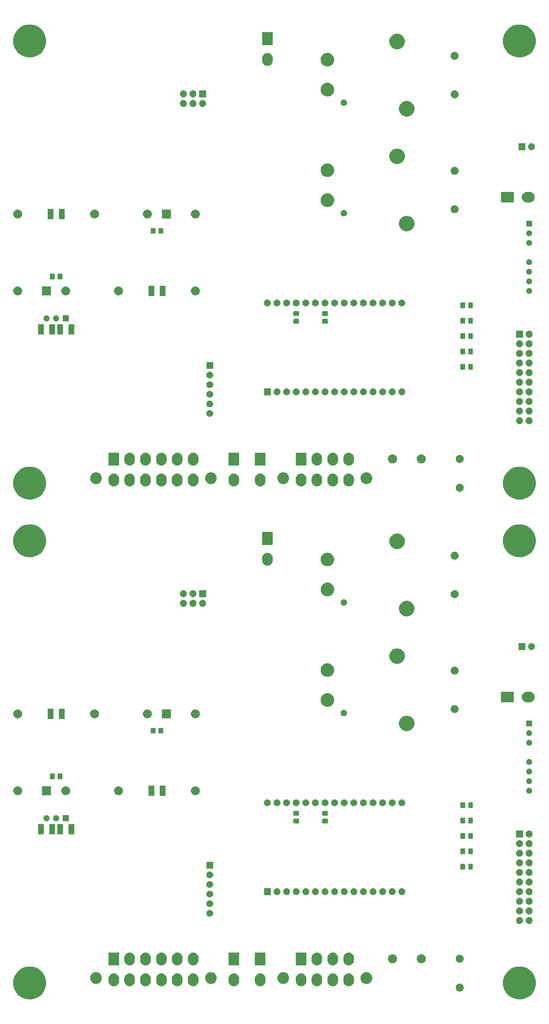
<source format=gbr>
*
%LPD*%
%LNPacMan-B_Mask*%
%FSLAX25Y25*%
%MOIN*%
%AD*%
%AD*%
%ADD11C,0.003937008*%
G54D11*
%SRX1Y1I0.0J0.0*%
G36*
G1X522862Y28300D2*
G1X523520Y24991D1*
G1X524811Y21873D1*
G1X526686Y19068D1*
G1X529072Y16682D1*
G1X531878Y14807D1*
G1X534995Y13516D1*
G1X538305Y12858D1*
G1X541679Y12858D1*
G1X544988Y13516D1*
G1X548106Y14807D1*
G1X550911Y16682D1*
G1X553297Y19068D1*
G1X555172Y21873D1*
G1X556463Y24991D1*
G1X557122Y28300D1*
G1X557122Y31675D1*
G1X556463Y34984D1*
G1X555172Y38102D1*
G1X553297Y40907D1*
G1X550911Y43293D1*
G1X548106Y45168D1*
G1X544988Y46459D1*
G1X541679Y47117D1*
G1X538305Y47117D1*
G1X534995Y46459D1*
G1X531878Y45168D1*
G1X529072Y43293D1*
G1X526686Y40907D1*
G1X524811Y38102D1*
G1X523520Y34984D1*
G1X522862Y31675D1*
G1X522862Y28300D1*
G37*
G36*
G1X12862Y28300D2*
G1X13520Y24991D1*
G1X14811Y21873D1*
G1X16686Y19068D1*
G1X19072Y16682D1*
G1X21878Y14807D1*
G1X24995Y13516D1*
G1X28305Y12858D1*
G1X31679Y12858D1*
G1X34988Y13516D1*
G1X38106Y14807D1*
G1X40911Y16682D1*
G1X43297Y19068D1*
G1X45172Y21873D1*
G1X46463Y24991D1*
G1X47122Y28300D1*
G1X47122Y31675D1*
G1X46463Y34984D1*
G1X45172Y38102D1*
G1X43297Y40907D1*
G1X40911Y43293D1*
G1X38106Y45168D1*
G1X34988Y46459D1*
G1X31679Y47117D1*
G1X28305Y47117D1*
G1X24995Y46459D1*
G1X21878Y45168D1*
G1X19072Y43293D1*
G1X16686Y40907D1*
G1X14811Y38102D1*
G1X13520Y34984D1*
G1X12862Y31675D1*
G1X12862Y28300D1*
G37*
G36*
G1X473604Y24830D2*
G1X473763Y24031D1*
G1X474075Y23278D1*
G1X474528Y22600D1*
G1X475104Y22023D1*
G1X475782Y21571D1*
G1X476535Y21259D1*
G1X477334Y21100D1*
G1X478149Y21100D1*
G1X478949Y21259D1*
G1X479702Y21571D1*
G1X480379Y22023D1*
G1X480956Y22600D1*
G1X481409Y23278D1*
G1X481721Y24031D1*
G1X481880Y24830D1*
G1X481880Y25645D1*
G1X481721Y26444D1*
G1X481409Y27197D1*
G1X480956Y27875D1*
G1X480379Y28452D1*
G1X479702Y28904D1*
G1X478949Y29216D1*
G1X478149Y29375D1*
G1X477334Y29375D1*
G1X476535Y29216D1*
G1X475782Y28904D1*
G1X475104Y28452D1*
G1X474528Y27875D1*
G1X474075Y27197D1*
G1X473763Y26444D1*
G1X473604Y25645D1*
G1X473604Y24830D1*
G37*
G36*
G1X323511Y31882D2*
G1X323591Y31072D1*
G1X323907Y30032D1*
G1X324419Y29074D1*
G1X325108Y28234D1*
G1X325948Y27544D1*
G1X326906Y27032D1*
G1X327946Y26717D1*
G1X329027Y26610D1*
G1X330108Y26717D1*
G1X331148Y27032D1*
G1X332106Y27545D1*
G1X332946Y28234D1*
G1X333636Y29074D1*
G1X334148Y30032D1*
G1X334463Y31072D1*
G1X334543Y31882D1*
G1X334543Y34786D1*
G1X334463Y35596D1*
G1X334148Y36636D1*
G1X333636Y37594D1*
G1X332946Y38434D1*
G1X332106Y39123D1*
G1X331148Y39636D1*
G1X330108Y39951D1*
G1X329027Y40058D1*
G1X327946Y39951D1*
G1X326906Y39636D1*
G1X325948Y39123D1*
G1X325108Y38434D1*
G1X324419Y37594D1*
G1X323907Y36636D1*
G1X323591Y35596D1*
G1X323511Y34786D1*
G1X323511Y31882D1*
G37*
G36*
G1X356582Y31882D2*
G1X356662Y31072D1*
G1X356978Y30032D1*
G1X357490Y29074D1*
G1X358179Y28234D1*
G1X359019Y27544D1*
G1X359977Y27032D1*
G1X361017Y26717D1*
G1X362098Y26610D1*
G1X363179Y26717D1*
G1X364219Y27032D1*
G1X365177Y27545D1*
G1X366017Y28234D1*
G1X366706Y29074D1*
G1X367219Y30032D1*
G1X367534Y31072D1*
G1X367614Y31882D1*
G1X367614Y34786D1*
G1X367534Y35596D1*
G1X367219Y36636D1*
G1X366706Y37594D1*
G1X366017Y38434D1*
G1X365177Y39123D1*
G1X364219Y39636D1*
G1X363179Y39951D1*
G1X362098Y40058D1*
G1X361017Y39951D1*
G1X359977Y39636D1*
G1X359019Y39123D1*
G1X358179Y38434D1*
G1X357490Y37594D1*
G1X356978Y36636D1*
G1X356662Y35596D1*
G1X356582Y34786D1*
G1X356582Y31882D1*
G37*
G36*
G1X340047Y31882D2*
G1X340127Y31072D1*
G1X340442Y30032D1*
G1X340954Y29074D1*
G1X341644Y28234D1*
G1X342483Y27544D1*
G1X343442Y27032D1*
G1X344481Y26717D1*
G1X345563Y26610D1*
G1X346644Y26717D1*
G1X347684Y27032D1*
G1X348642Y27545D1*
G1X349482Y28234D1*
G1X350171Y29074D1*
G1X350683Y30032D1*
G1X350999Y31072D1*
G1X351078Y31882D1*
G1X351078Y34786D1*
G1X350999Y35596D1*
G1X350683Y36636D1*
G1X350171Y37594D1*
G1X349482Y38434D1*
G1X348642Y39123D1*
G1X347684Y39636D1*
G1X346644Y39951D1*
G1X345563Y40058D1*
G1X344481Y39951D1*
G1X343442Y39636D1*
G1X342483Y39123D1*
G1X341644Y38434D1*
G1X340954Y37594D1*
G1X340442Y36636D1*
G1X340127Y35596D1*
G1X340047Y34786D1*
G1X340047Y31882D1*
G37*
G36*
G1X306976Y31882D2*
G1X307056Y31072D1*
G1X307371Y30032D1*
G1X307883Y29074D1*
G1X308573Y28234D1*
G1X309413Y27544D1*
G1X310371Y27032D1*
G1X311411Y26717D1*
G1X312492Y26610D1*
G1X313573Y26717D1*
G1X314613Y27032D1*
G1X315571Y27545D1*
G1X316411Y28234D1*
G1X317100Y29074D1*
G1X317612Y30032D1*
G1X317928Y31072D1*
G1X318008Y31882D1*
G1X318008Y34786D1*
G1X317928Y35596D1*
G1X317612Y36636D1*
G1X317100Y37594D1*
G1X316411Y38434D1*
G1X315571Y39123D1*
G1X314613Y39636D1*
G1X313573Y39951D1*
G1X312492Y40058D1*
G1X311411Y39951D1*
G1X310371Y39636D1*
G1X309413Y39123D1*
G1X308573Y38434D1*
G1X307883Y37594D1*
G1X307371Y36636D1*
G1X307056Y35596D1*
G1X306976Y34786D1*
G1X306976Y31882D1*
G37*
G36*
G1X128511Y31882D2*
G1X128591Y31072D1*
G1X128907Y30032D1*
G1X129419Y29074D1*
G1X130108Y28234D1*
G1X130948Y27544D1*
G1X131906Y27032D1*
G1X132946Y26717D1*
G1X134027Y26610D1*
G1X135108Y26717D1*
G1X136148Y27032D1*
G1X137106Y27545D1*
G1X137946Y28234D1*
G1X138636Y29074D1*
G1X139148Y30032D1*
G1X139463Y31072D1*
G1X139543Y31882D1*
G1X139543Y34786D1*
G1X139463Y35596D1*
G1X139148Y36636D1*
G1X138636Y37594D1*
G1X137946Y38434D1*
G1X137106Y39123D1*
G1X136148Y39636D1*
G1X135108Y39951D1*
G1X134027Y40058D1*
G1X132946Y39951D1*
G1X131906Y39636D1*
G1X130948Y39123D1*
G1X130108Y38434D1*
G1X129419Y37594D1*
G1X128907Y36636D1*
G1X128591Y35596D1*
G1X128511Y34786D1*
G1X128511Y31882D1*
G37*
G36*
G1X145047Y31882D2*
G1X145127Y31072D1*
G1X145442Y30032D1*
G1X145954Y29074D1*
G1X146644Y28234D1*
G1X147483Y27544D1*
G1X148442Y27032D1*
G1X149481Y26717D1*
G1X150563Y26610D1*
G1X151644Y26717D1*
G1X152684Y27032D1*
G1X153642Y27545D1*
G1X154482Y28234D1*
G1X155171Y29074D1*
G1X155683Y30032D1*
G1X155999Y31072D1*
G1X156078Y31882D1*
G1X156078Y34786D1*
G1X155999Y35596D1*
G1X155683Y36636D1*
G1X155171Y37594D1*
G1X154482Y38434D1*
G1X153642Y39123D1*
G1X152684Y39636D1*
G1X151644Y39951D1*
G1X150563Y40058D1*
G1X149481Y39951D1*
G1X148442Y39636D1*
G1X147483Y39123D1*
G1X146644Y38434D1*
G1X145954Y37594D1*
G1X145442Y36636D1*
G1X145127Y35596D1*
G1X145047Y34786D1*
G1X145047Y31882D1*
G37*
G36*
G1X111976Y31882D2*
G1X112056Y31072D1*
G1X112371Y30032D1*
G1X112883Y29074D1*
G1X113573Y28234D1*
G1X114413Y27544D1*
G1X115371Y27032D1*
G1X116411Y26717D1*
G1X117492Y26610D1*
G1X118573Y26717D1*
G1X119613Y27032D1*
G1X120571Y27545D1*
G1X121411Y28234D1*
G1X122100Y29074D1*
G1X122612Y30032D1*
G1X122928Y31072D1*
G1X123008Y31882D1*
G1X123008Y34786D1*
G1X122928Y35596D1*
G1X122612Y36636D1*
G1X122100Y37594D1*
G1X121411Y38434D1*
G1X120571Y39123D1*
G1X119613Y39636D1*
G1X118573Y39951D1*
G1X117492Y40058D1*
G1X116411Y39951D1*
G1X115371Y39636D1*
G1X114413Y39123D1*
G1X113573Y38434D1*
G1X112883Y37594D1*
G1X112371Y36636D1*
G1X112056Y35596D1*
G1X111976Y34786D1*
G1X111976Y31882D1*
G37*
G36*
G1X178118Y31882D2*
G1X178198Y31072D1*
G1X178513Y30032D1*
G1X179025Y29074D1*
G1X179714Y28234D1*
G1X180554Y27544D1*
G1X181512Y27032D1*
G1X182552Y26717D1*
G1X183634Y26610D1*
G1X184715Y26717D1*
G1X185755Y27032D1*
G1X186713Y27545D1*
G1X187553Y28234D1*
G1X188242Y29074D1*
G1X188754Y30032D1*
G1X189069Y31072D1*
G1X189149Y31882D1*
G1X189149Y34786D1*
G1X189069Y35596D1*
G1X188754Y36636D1*
G1X188242Y37594D1*
G1X187553Y38434D1*
G1X186713Y39123D1*
G1X185755Y39636D1*
G1X184715Y39951D1*
G1X183634Y40058D1*
G1X182552Y39951D1*
G1X181512Y39636D1*
G1X180554Y39123D1*
G1X179714Y38434D1*
G1X179025Y37594D1*
G1X178513Y36636D1*
G1X178198Y35596D1*
G1X178118Y34786D1*
G1X178118Y31882D1*
G37*
G36*
G1X194653Y31882D2*
G1X194733Y31072D1*
G1X195048Y30032D1*
G1X195561Y29074D1*
G1X196250Y28234D1*
G1X197090Y27544D1*
G1X198048Y27032D1*
G1X199088Y26717D1*
G1X200169Y26610D1*
G1X201250Y26717D1*
G1X202290Y27032D1*
G1X203248Y27545D1*
G1X204088Y28234D1*
G1X204777Y29074D1*
G1X205289Y30032D1*
G1X205605Y31072D1*
G1X205685Y31882D1*
G1X205685Y34786D1*
G1X205605Y35596D1*
G1X205289Y36636D1*
G1X204777Y37594D1*
G1X204088Y38434D1*
G1X203248Y39123D1*
G1X202290Y39636D1*
G1X201250Y39951D1*
G1X200169Y40058D1*
G1X199088Y39951D1*
G1X198048Y39636D1*
G1X197090Y39123D1*
G1X196250Y38434D1*
G1X195561Y37594D1*
G1X195048Y36636D1*
G1X194733Y35596D1*
G1X194653Y34786D1*
G1X194653Y31882D1*
G37*
G36*
G1X236976Y31882D2*
G1X237056Y31072D1*
G1X237371Y30032D1*
G1X237883Y29074D1*
G1X238573Y28234D1*
G1X239413Y27544D1*
G1X240371Y27032D1*
G1X241411Y26717D1*
G1X242492Y26610D1*
G1X243573Y26717D1*
G1X244613Y27032D1*
G1X245571Y27545D1*
G1X246411Y28234D1*
G1X247100Y29074D1*
G1X247612Y30032D1*
G1X247928Y31072D1*
G1X248008Y31882D1*
G1X248008Y34786D1*
G1X247928Y35596D1*
G1X247612Y36636D1*
G1X247100Y37594D1*
G1X246411Y38434D1*
G1X245571Y39123D1*
G1X244613Y39636D1*
G1X243573Y39951D1*
G1X242492Y40058D1*
G1X241411Y39951D1*
G1X240371Y39636D1*
G1X239413Y39123D1*
G1X238573Y38434D1*
G1X237883Y37594D1*
G1X237371Y36636D1*
G1X237056Y35596D1*
G1X236976Y34786D1*
G1X236976Y31882D1*
G37*
G36*
G1X264476Y31882D2*
G1X264556Y31072D1*
G1X264871Y30032D1*
G1X265383Y29074D1*
G1X266073Y28234D1*
G1X266913Y27544D1*
G1X267871Y27032D1*
G1X268911Y26717D1*
G1X269992Y26610D1*
G1X271073Y26717D1*
G1X272113Y27032D1*
G1X273071Y27545D1*
G1X273911Y28234D1*
G1X274600Y29074D1*
G1X275112Y30032D1*
G1X275428Y31072D1*
G1X275508Y31882D1*
G1X275508Y34786D1*
G1X275428Y35596D1*
G1X275112Y36636D1*
G1X274600Y37594D1*
G1X273911Y38434D1*
G1X273071Y39123D1*
G1X272113Y39636D1*
G1X271073Y39951D1*
G1X269992Y40058D1*
G1X268911Y39951D1*
G1X267871Y39636D1*
G1X266913Y39123D1*
G1X266073Y38434D1*
G1X265383Y37594D1*
G1X264871Y36636D1*
G1X264556Y35596D1*
G1X264476Y34786D1*
G1X264476Y31882D1*
G37*
G36*
G1X161582Y31882D2*
G1X161662Y31072D1*
G1X161978Y30032D1*
G1X162490Y29074D1*
G1X163179Y28234D1*
G1X164019Y27544D1*
G1X164977Y27032D1*
G1X166017Y26717D1*
G1X167098Y26610D1*
G1X168179Y26717D1*
G1X169219Y27032D1*
G1X170177Y27545D1*
G1X171017Y28234D1*
G1X171706Y29074D1*
G1X172219Y30032D1*
G1X172534Y31072D1*
G1X172614Y31882D1*
G1X172614Y34786D1*
G1X172534Y35596D1*
G1X172219Y36636D1*
G1X171706Y37594D1*
G1X171017Y38434D1*
G1X170177Y39123D1*
G1X169219Y39636D1*
G1X168179Y39951D1*
G1X167098Y40058D1*
G1X166017Y39951D1*
G1X164977Y39636D1*
G1X164019Y39123D1*
G1X163179Y38434D1*
G1X162490Y37594D1*
G1X161978Y36636D1*
G1X161662Y35596D1*
G1X161582Y34786D1*
G1X161582Y31882D1*
G37*
G36*
G1X92882Y34544D2*
G1X93116Y33364D1*
G1X93576Y32253D1*
G1X94245Y31252D1*
G1X95095Y30402D1*
G1X96095Y29734D1*
G1X97207Y29273D1*
G1X98386Y29039D1*
G1X99589Y29039D1*
G1X100769Y29273D1*
G1X101880Y29734D1*
G1X102880Y30402D1*
G1X103731Y31252D1*
G1X104399Y32253D1*
G1X104859Y33364D1*
G1X105094Y34544D1*
G1X105094Y35746D1*
G1X104859Y36926D1*
G1X104399Y38037D1*
G1X103731Y39038D1*
G1X102880Y39888D1*
G1X101880Y40556D1*
G1X100769Y41017D1*
G1X99589Y41251D1*
G1X98386Y41251D1*
G1X97207Y41017D1*
G1X96095Y40556D1*
G1X95095Y39888D1*
G1X94245Y39038D1*
G1X93576Y38037D1*
G1X93116Y36926D1*
G1X92882Y35746D1*
G1X92882Y34544D1*
G37*
G36*
G1X374496Y34544D2*
G1X374730Y33364D1*
G1X375191Y32253D1*
G1X375859Y31252D1*
G1X376709Y30402D1*
G1X377710Y29734D1*
G1X378821Y29273D1*
G1X380001Y29039D1*
G1X381203Y29039D1*
G1X382383Y29273D1*
G1X383494Y29734D1*
G1X384495Y30402D1*
G1X385345Y31252D1*
G1X386013Y32253D1*
G1X386474Y33364D1*
G1X386708Y34544D1*
G1X386708Y35746D1*
G1X386474Y36926D1*
G1X386013Y38037D1*
G1X385345Y39038D1*
G1X384495Y39888D1*
G1X383494Y40556D1*
G1X382383Y41017D1*
G1X381203Y41251D1*
G1X380001Y41251D1*
G1X378821Y41017D1*
G1X377710Y40556D1*
G1X376709Y39888D1*
G1X375859Y39038D1*
G1X375191Y38037D1*
G1X374730Y36926D1*
G1X374496Y35746D1*
G1X374496Y34544D1*
G37*
G36*
G1X287882Y34544D2*
G1X288116Y33364D1*
G1X288576Y32253D1*
G1X289245Y31252D1*
G1X290095Y30402D1*
G1X291095Y29734D1*
G1X292207Y29273D1*
G1X293386Y29039D1*
G1X294589Y29039D1*
G1X295769Y29273D1*
G1X296880Y29734D1*
G1X297880Y30402D1*
G1X298731Y31252D1*
G1X299399Y32253D1*
G1X299859Y33364D1*
G1X300094Y34544D1*
G1X300094Y35746D1*
G1X299859Y36926D1*
G1X299399Y38037D1*
G1X298731Y39038D1*
G1X297880Y39888D1*
G1X296880Y40556D1*
G1X295769Y41017D1*
G1X294589Y41251D1*
G1X293386Y41251D1*
G1X292207Y41017D1*
G1X291095Y40556D1*
G1X290095Y39888D1*
G1X289245Y39038D1*
G1X288576Y38037D1*
G1X288116Y36926D1*
G1X287882Y35746D1*
G1X287882Y34544D1*
G37*
G36*
G1X212567Y34544D2*
G1X212801Y33364D1*
G1X213262Y32253D1*
G1X213930Y31252D1*
G1X214780Y30402D1*
G1X215780Y29734D1*
G1X216892Y29273D1*
G1X218071Y29039D1*
G1X219274Y29039D1*
G1X220454Y29273D1*
G1X221565Y29734D1*
G1X222565Y30402D1*
G1X223416Y31252D1*
G1X224084Y32253D1*
G1X224545Y33364D1*
G1X224779Y34544D1*
G1X224779Y35746D1*
G1X224545Y36926D1*
G1X224084Y38037D1*
G1X223416Y39038D1*
G1X222565Y39888D1*
G1X221565Y40556D1*
G1X220454Y41017D1*
G1X219274Y41251D1*
G1X218071Y41251D1*
G1X216892Y41017D1*
G1X215780Y40556D1*
G1X214780Y39888D1*
G1X213930Y39038D1*
G1X213262Y38037D1*
G1X212801Y36926D1*
G1X212567Y35746D1*
G1X212567Y34544D1*
G37*
G36*
G1X356582Y53535D2*
G1X356662Y52725D1*
G1X356978Y51685D1*
G1X357490Y50727D1*
G1X358179Y49887D1*
G1X359019Y49198D1*
G1X359977Y48686D1*
G1X361017Y48370D1*
G1X362098Y48264D1*
G1X363179Y48370D1*
G1X364219Y48686D1*
G1X365177Y49198D1*
G1X366017Y49887D1*
G1X366706Y50727D1*
G1X367219Y51685D1*
G1X367534Y52725D1*
G1X367614Y53535D1*
G1X367614Y56440D1*
G1X367534Y57250D1*
G1X367219Y58290D1*
G1X366706Y59248D1*
G1X366017Y60088D1*
G1X365177Y60777D1*
G1X364219Y61289D1*
G1X363179Y61605D1*
G1X362098Y61711D1*
G1X361017Y61605D1*
G1X359977Y61289D1*
G1X359019Y60777D1*
G1X358179Y60088D1*
G1X357490Y59248D1*
G1X356978Y58290D1*
G1X356662Y57250D1*
G1X356582Y56440D1*
G1X356582Y53535D1*
G37*
G36*
G1X340047Y53535D2*
G1X340127Y52725D1*
G1X340442Y51685D1*
G1X340954Y50727D1*
G1X341644Y49887D1*
G1X342483Y49198D1*
G1X343442Y48686D1*
G1X344481Y48370D1*
G1X345563Y48264D1*
G1X346644Y48370D1*
G1X347684Y48686D1*
G1X348642Y49198D1*
G1X349482Y49887D1*
G1X350171Y50727D1*
G1X350683Y51685D1*
G1X350999Y52725D1*
G1X351078Y53535D1*
G1X351078Y56440D1*
G1X350999Y57250D1*
G1X350683Y58290D1*
G1X350171Y59248D1*
G1X349482Y60088D1*
G1X348642Y60777D1*
G1X347684Y61289D1*
G1X346644Y61605D1*
G1X345563Y61711D1*
G1X344481Y61605D1*
G1X343442Y61289D1*
G1X342483Y60777D1*
G1X341644Y60088D1*
G1X340954Y59248D1*
G1X340442Y58290D1*
G1X340127Y57250D1*
G1X340047Y56440D1*
G1X340047Y53535D1*
G37*
G36*
G1X323511Y53535D2*
G1X323591Y52725D1*
G1X323907Y51685D1*
G1X324419Y50727D1*
G1X325108Y49887D1*
G1X325948Y49198D1*
G1X326906Y48686D1*
G1X327946Y48370D1*
G1X329027Y48264D1*
G1X330108Y48370D1*
G1X331148Y48686D1*
G1X332106Y49198D1*
G1X332946Y49887D1*
G1X333636Y50727D1*
G1X334148Y51685D1*
G1X334463Y52725D1*
G1X334543Y53535D1*
G1X334543Y56440D1*
G1X334463Y57250D1*
G1X334148Y58290D1*
G1X333636Y59248D1*
G1X332946Y60088D1*
G1X332106Y60777D1*
G1X331148Y61289D1*
G1X330108Y61605D1*
G1X329027Y61711D1*
G1X327946Y61605D1*
G1X326906Y61289D1*
G1X325948Y60777D1*
G1X325108Y60088D1*
G1X324419Y59248D1*
G1X323907Y58290D1*
G1X323591Y57250D1*
G1X323511Y56440D1*
G1X323511Y53535D1*
G37*
G36*
G1X161582Y53535D2*
G1X161662Y52725D1*
G1X161978Y51685D1*
G1X162490Y50727D1*
G1X163179Y49887D1*
G1X164019Y49198D1*
G1X164977Y48686D1*
G1X166017Y48370D1*
G1X167098Y48264D1*
G1X168179Y48370D1*
G1X169219Y48686D1*
G1X170177Y49198D1*
G1X171017Y49887D1*
G1X171706Y50727D1*
G1X172219Y51685D1*
G1X172534Y52725D1*
G1X172614Y53535D1*
G1X172614Y56440D1*
G1X172534Y57250D1*
G1X172219Y58290D1*
G1X171706Y59248D1*
G1X171017Y60088D1*
G1X170177Y60777D1*
G1X169219Y61289D1*
G1X168179Y61605D1*
G1X167098Y61711D1*
G1X166017Y61605D1*
G1X164977Y61289D1*
G1X164019Y60777D1*
G1X163179Y60088D1*
G1X162490Y59248D1*
G1X161978Y58290D1*
G1X161662Y57250D1*
G1X161582Y56440D1*
G1X161582Y53535D1*
G37*
G36*
G1X178118Y53535D2*
G1X178198Y52725D1*
G1X178513Y51685D1*
G1X179025Y50727D1*
G1X179714Y49887D1*
G1X180554Y49198D1*
G1X181512Y48686D1*
G1X182552Y48370D1*
G1X183634Y48264D1*
G1X184715Y48370D1*
G1X185755Y48686D1*
G1X186713Y49198D1*
G1X187553Y49887D1*
G1X188242Y50727D1*
G1X188754Y51685D1*
G1X189069Y52725D1*
G1X189149Y53535D1*
G1X189149Y56440D1*
G1X189069Y57250D1*
G1X188754Y58290D1*
G1X188242Y59248D1*
G1X187553Y60088D1*
G1X186713Y60777D1*
G1X185755Y61289D1*
G1X184715Y61605D1*
G1X183634Y61711D1*
G1X182552Y61605D1*
G1X181512Y61289D1*
G1X180554Y60777D1*
G1X179714Y60088D1*
G1X179025Y59248D1*
G1X178513Y58290D1*
G1X178198Y57250D1*
G1X178118Y56440D1*
G1X178118Y53535D1*
G37*
G36*
G1X194653Y53535D2*
G1X194733Y52725D1*
G1X195048Y51685D1*
G1X195561Y50727D1*
G1X196250Y49887D1*
G1X197090Y49198D1*
G1X198048Y48686D1*
G1X199088Y48370D1*
G1X200169Y48264D1*
G1X201250Y48370D1*
G1X202290Y48686D1*
G1X203248Y49198D1*
G1X204088Y49887D1*
G1X204777Y50727D1*
G1X205289Y51685D1*
G1X205605Y52725D1*
G1X205685Y53535D1*
G1X205685Y56440D1*
G1X205605Y57250D1*
G1X205289Y58290D1*
G1X204777Y59248D1*
G1X204088Y60088D1*
G1X203248Y60777D1*
G1X202290Y61289D1*
G1X201250Y61605D1*
G1X200169Y61711D1*
G1X199088Y61605D1*
G1X198048Y61289D1*
G1X197090Y60777D1*
G1X196250Y60088D1*
G1X195561Y59248D1*
G1X195048Y58290D1*
G1X194733Y57250D1*
G1X194653Y56440D1*
G1X194653Y53535D1*
G37*
G36*
G1X145047Y53535D2*
G1X145127Y52725D1*
G1X145442Y51685D1*
G1X145954Y50727D1*
G1X146644Y49887D1*
G1X147483Y49198D1*
G1X148442Y48686D1*
G1X149481Y48370D1*
G1X150563Y48264D1*
G1X151644Y48370D1*
G1X152684Y48686D1*
G1X153642Y49198D1*
G1X154482Y49887D1*
G1X155171Y50727D1*
G1X155683Y51685D1*
G1X155999Y52725D1*
G1X156078Y53535D1*
G1X156078Y56440D1*
G1X155999Y57250D1*
G1X155683Y58290D1*
G1X155171Y59248D1*
G1X154482Y60088D1*
G1X153642Y60777D1*
G1X152684Y61289D1*
G1X151644Y61605D1*
G1X150563Y61711D1*
G1X149481Y61605D1*
G1X148442Y61289D1*
G1X147483Y60777D1*
G1X146644Y60088D1*
G1X145954Y59248D1*
G1X145442Y58290D1*
G1X145127Y57250D1*
G1X145047Y56440D1*
G1X145047Y53535D1*
G37*
G36*
G1X128511Y53535D2*
G1X128591Y52725D1*
G1X128907Y51685D1*
G1X129419Y50727D1*
G1X130108Y49887D1*
G1X130948Y49198D1*
G1X131906Y48686D1*
G1X132946Y48370D1*
G1X134027Y48264D1*
G1X135108Y48370D1*
G1X136148Y48686D1*
G1X137106Y49198D1*
G1X137946Y49887D1*
G1X138636Y50727D1*
G1X139148Y51685D1*
G1X139463Y52725D1*
G1X139543Y53535D1*
G1X139543Y56440D1*
G1X139463Y57250D1*
G1X139148Y58290D1*
G1X138636Y59248D1*
G1X137946Y60088D1*
G1X137106Y60777D1*
G1X136148Y61289D1*
G1X135108Y61605D1*
G1X134027Y61711D1*
G1X132946Y61605D1*
G1X131906Y61289D1*
G1X130948Y60777D1*
G1X130108Y60088D1*
G1X129419Y59248D1*
G1X128907Y58290D1*
G1X128591Y57250D1*
G1X128511Y56440D1*
G1X128511Y53535D1*
G37*
G36*
G1X111976Y48935D2*
G1X111990Y48791D1*
G1X112025Y48675D1*
G1X112083Y48568D1*
G1X112159Y48474D1*
G1X112253Y48397D1*
G1X112360Y48340D1*
G1X112476Y48305D1*
G1X112621Y48291D1*
G1X122363Y48291D1*
G1X122508Y48305D1*
G1X122624Y48340D1*
G1X122730Y48397D1*
G1X122824Y48474D1*
G1X122901Y48568D1*
G1X122958Y48675D1*
G1X122993Y48791D1*
G1X123008Y48935D1*
G1X123008Y61040D1*
G1X122993Y61184D1*
G1X122958Y61300D1*
G1X122901Y61407D1*
G1X122824Y61501D1*
G1X122730Y61578D1*
G1X122624Y61635D1*
G1X122508Y61670D1*
G1X122363Y61684D1*
G1X112621Y61684D1*
G1X112476Y61670D1*
G1X112360Y61635D1*
G1X112253Y61578D1*
G1X112159Y61501D1*
G1X112083Y61407D1*
G1X112025Y61300D1*
G1X111990Y61184D1*
G1X111976Y61040D1*
G1X111976Y48935D1*
G37*
G36*
G1X306976Y48935D2*
G1X306990Y48791D1*
G1X307025Y48675D1*
G1X307083Y48568D1*
G1X307159Y48474D1*
G1X307253Y48397D1*
G1X307360Y48340D1*
G1X307476Y48305D1*
G1X307621Y48291D1*
G1X317363Y48291D1*
G1X317508Y48305D1*
G1X317624Y48340D1*
G1X317730Y48397D1*
G1X317824Y48474D1*
G1X317901Y48568D1*
G1X317958Y48675D1*
G1X317993Y48791D1*
G1X318008Y48935D1*
G1X318008Y61040D1*
G1X317993Y61184D1*
G1X317958Y61300D1*
G1X317901Y61407D1*
G1X317824Y61501D1*
G1X317730Y61578D1*
G1X317624Y61635D1*
G1X317508Y61670D1*
G1X317363Y61684D1*
G1X307621Y61684D1*
G1X307476Y61670D1*
G1X307360Y61635D1*
G1X307253Y61578D1*
G1X307159Y61501D1*
G1X307083Y61407D1*
G1X307025Y61300D1*
G1X306990Y61184D1*
G1X306976Y61040D1*
G1X306976Y48935D1*
G37*
G36*
G1X236976Y48935D2*
G1X236990Y48791D1*
G1X237025Y48675D1*
G1X237083Y48568D1*
G1X237159Y48474D1*
G1X237253Y48397D1*
G1X237360Y48340D1*
G1X237476Y48305D1*
G1X237621Y48291D1*
G1X247363Y48291D1*
G1X247508Y48305D1*
G1X247624Y48340D1*
G1X247730Y48397D1*
G1X247824Y48474D1*
G1X247901Y48568D1*
G1X247958Y48675D1*
G1X247993Y48791D1*
G1X248008Y48935D1*
G1X248008Y61040D1*
G1X247993Y61184D1*
G1X247958Y61300D1*
G1X247901Y61407D1*
G1X247824Y61501D1*
G1X247730Y61578D1*
G1X247624Y61635D1*
G1X247508Y61670D1*
G1X247363Y61684D1*
G1X237621Y61684D1*
G1X237476Y61670D1*
G1X237360Y61635D1*
G1X237253Y61578D1*
G1X237159Y61501D1*
G1X237083Y61407D1*
G1X237025Y61300D1*
G1X236990Y61184D1*
G1X236976Y61040D1*
G1X236976Y48935D1*
G37*
G36*
G1X264476Y48935D2*
G1X264490Y48791D1*
G1X264525Y48675D1*
G1X264583Y48568D1*
G1X264659Y48474D1*
G1X264753Y48397D1*
G1X264860Y48340D1*
G1X264976Y48305D1*
G1X265121Y48291D1*
G1X274863Y48291D1*
G1X275008Y48305D1*
G1X275124Y48340D1*
G1X275230Y48397D1*
G1X275324Y48474D1*
G1X275401Y48568D1*
G1X275458Y48675D1*
G1X275493Y48791D1*
G1X275508Y48935D1*
G1X275508Y61040D1*
G1X275493Y61184D1*
G1X275458Y61300D1*
G1X275401Y61407D1*
G1X275324Y61501D1*
G1X275230Y61578D1*
G1X275124Y61635D1*
G1X275008Y61670D1*
G1X274863Y61684D1*
G1X265121Y61684D1*
G1X264976Y61670D1*
G1X264860Y61635D1*
G1X264753Y61578D1*
G1X264659Y61501D1*
G1X264583Y61407D1*
G1X264525Y61300D1*
G1X264490Y61184D1*
G1X264476Y61040D1*
G1X264476Y48935D1*
G37*
G36*
G1X433013Y54772D2*
G1X433195Y53858D1*
G1X433552Y52998D1*
G1X434069Y52223D1*
G1X434728Y51565D1*
G1X435502Y51047D1*
G1X436363Y50691D1*
G1X437276Y50509D1*
G1X438207Y50509D1*
G1X439121Y50691D1*
G1X439981Y51047D1*
G1X440756Y51565D1*
G1X441415Y52223D1*
G1X441932Y52998D1*
G1X442288Y53858D1*
G1X442470Y54772D1*
G1X442470Y55703D1*
G1X442288Y56617D1*
G1X441932Y57477D1*
G1X441415Y58252D1*
G1X440756Y58910D1*
G1X439981Y59428D1*
G1X439121Y59784D1*
G1X438207Y59966D1*
G1X437276Y59966D1*
G1X436363Y59784D1*
G1X435502Y59428D1*
G1X434728Y58910D1*
G1X434069Y58252D1*
G1X433552Y57477D1*
G1X433195Y56617D1*
G1X433013Y55703D1*
G1X433013Y54772D1*
G37*
G36*
G1X403013Y54772D2*
G1X403195Y53858D1*
G1X403552Y52998D1*
G1X404069Y52223D1*
G1X404728Y51565D1*
G1X405502Y51047D1*
G1X406363Y50691D1*
G1X407276Y50509D1*
G1X408207Y50509D1*
G1X409121Y50691D1*
G1X409981Y51047D1*
G1X410756Y51565D1*
G1X411415Y52223D1*
G1X411932Y52998D1*
G1X412288Y53858D1*
G1X412470Y54772D1*
G1X412470Y55703D1*
G1X412288Y56617D1*
G1X411932Y57477D1*
G1X411415Y58252D1*
G1X410756Y58910D1*
G1X409981Y59428D1*
G1X409121Y59784D1*
G1X408207Y59966D1*
G1X407276Y59966D1*
G1X406363Y59784D1*
G1X405502Y59428D1*
G1X404728Y58910D1*
G1X404069Y58252D1*
G1X403552Y57477D1*
G1X403195Y56617D1*
G1X403013Y55703D1*
G1X403013Y54772D1*
G37*
G36*
G1X473604Y54830D2*
G1X473763Y54031D1*
G1X474075Y53278D1*
G1X474528Y52600D1*
G1X475104Y52023D1*
G1X475782Y51571D1*
G1X476535Y51259D1*
G1X477334Y51100D1*
G1X478149Y51100D1*
G1X478949Y51259D1*
G1X479702Y51571D1*
G1X480379Y52023D1*
G1X480956Y52600D1*
G1X481409Y53278D1*
G1X481721Y54031D1*
G1X481880Y54830D1*
G1X481880Y55645D1*
G1X481721Y56444D1*
G1X481409Y57197D1*
G1X480956Y57875D1*
G1X480379Y58452D1*
G1X479702Y58904D1*
G1X478949Y59216D1*
G1X478149Y59375D1*
G1X477334Y59375D1*
G1X476535Y59216D1*
G1X475782Y58904D1*
G1X475104Y58452D1*
G1X474528Y57875D1*
G1X474075Y57197D1*
G1X473763Y56444D1*
G1X473604Y55645D1*
G1X473604Y54830D1*
G37*
G36*
G1X546374Y94988D2*
G1X546443Y94282D1*
G1X546649Y93603D1*
G1X546983Y92977D1*
G1X547433Y92429D1*
G1X547982Y91979D1*
G1X548607Y91645D1*
G1X549286Y91439D1*
G1X549815Y91387D1*
G1X550169Y91387D1*
G1X550698Y91439D1*
G1X551376Y91645D1*
G1X552002Y91979D1*
G1X552550Y92429D1*
G1X553000Y92977D1*
G1X553335Y93603D1*
G1X553540Y94282D1*
G1X553610Y94988D1*
G1X553540Y95693D1*
G1X553335Y96372D1*
G1X553000Y96998D1*
G1X552550Y97546D1*
G1X552002Y97996D1*
G1X551376Y98330D1*
G1X550698Y98536D1*
G1X550169Y98588D1*
G1X549815Y98588D1*
G1X549286Y98536D1*
G1X548607Y98330D1*
G1X547982Y97996D1*
G1X547433Y97546D1*
G1X546983Y96998D1*
G1X546649Y96372D1*
G1X546443Y95693D1*
G1X546374Y94988D1*
G37*
G36*
G1X536374Y94988D2*
G1X536443Y94282D1*
G1X536649Y93603D1*
G1X536983Y92977D1*
G1X537433Y92429D1*
G1X537982Y91979D1*
G1X538607Y91645D1*
G1X539286Y91439D1*
G1X539815Y91387D1*
G1X540169Y91387D1*
G1X540698Y91439D1*
G1X541376Y91645D1*
G1X542002Y91979D1*
G1X542550Y92429D1*
G1X543000Y92977D1*
G1X543335Y93603D1*
G1X543540Y94282D1*
G1X543610Y94988D1*
G1X543540Y95693D1*
G1X543335Y96372D1*
G1X543000Y96998D1*
G1X542550Y97546D1*
G1X542002Y97996D1*
G1X541376Y98330D1*
G1X540698Y98536D1*
G1X540169Y98588D1*
G1X539815Y98588D1*
G1X539286Y98536D1*
G1X538607Y98330D1*
G1X537982Y97996D1*
G1X537433Y97546D1*
G1X536983Y96998D1*
G1X536649Y96372D1*
G1X536443Y95693D1*
G1X536374Y94988D1*
G37*
G36*
G1X213927Y102488D2*
G1X213996Y101792D1*
G1X214199Y101123D1*
G1X214528Y100507D1*
G1X214971Y99967D1*
G1X215511Y99524D1*
G1X216128Y99194D1*
G1X216796Y98992D1*
G1X217318Y98940D1*
G1X217666Y98940D1*
G1X218187Y98992D1*
G1X218856Y99194D1*
G1X219472Y99524D1*
G1X220012Y99967D1*
G1X220455Y100507D1*
G1X220785Y101123D1*
G1X220988Y101792D1*
G1X221056Y102488D1*
G1X220988Y103183D1*
G1X220785Y103852D1*
G1X220455Y104468D1*
G1X220012Y105008D1*
G1X219472Y105451D1*
G1X218856Y105781D1*
G1X218187Y105983D1*
G1X217666Y106035D1*
G1X217318Y106035D1*
G1X216796Y105983D1*
G1X216128Y105781D1*
G1X215511Y105451D1*
G1X214971Y105008D1*
G1X214528Y104468D1*
G1X214199Y103852D1*
G1X213996Y103183D1*
G1X213927Y102488D1*
G37*
G36*
G1X546374Y104988D2*
G1X546443Y104282D1*
G1X546649Y103603D1*
G1X546983Y102977D1*
G1X547433Y102429D1*
G1X547982Y101979D1*
G1X548607Y101645D1*
G1X549286Y101439D1*
G1X549815Y101387D1*
G1X550169Y101387D1*
G1X550698Y101439D1*
G1X551376Y101645D1*
G1X552002Y101979D1*
G1X552550Y102429D1*
G1X553000Y102977D1*
G1X553335Y103603D1*
G1X553540Y104282D1*
G1X553610Y104988D1*
G1X553540Y105693D1*
G1X553335Y106372D1*
G1X553000Y106998D1*
G1X552550Y107546D1*
G1X552002Y107996D1*
G1X551376Y108330D1*
G1X550698Y108536D1*
G1X550169Y108588D1*
G1X549815Y108588D1*
G1X549286Y108536D1*
G1X548607Y108330D1*
G1X547982Y107996D1*
G1X547433Y107546D1*
G1X546983Y106998D1*
G1X546649Y106372D1*
G1X546443Y105693D1*
G1X546374Y104988D1*
G37*
G36*
G1X536374Y104988D2*
G1X536443Y104282D1*
G1X536649Y103603D1*
G1X536983Y102977D1*
G1X537433Y102429D1*
G1X537982Y101979D1*
G1X538607Y101645D1*
G1X539286Y101439D1*
G1X539815Y101387D1*
G1X540169Y101387D1*
G1X540698Y101439D1*
G1X541376Y101645D1*
G1X542002Y101979D1*
G1X542550Y102429D1*
G1X543000Y102977D1*
G1X543335Y103603D1*
G1X543540Y104282D1*
G1X543610Y104988D1*
G1X543540Y105693D1*
G1X543335Y106372D1*
G1X543000Y106998D1*
G1X542550Y107546D1*
G1X542002Y107996D1*
G1X541376Y108330D1*
G1X540698Y108536D1*
G1X540169Y108588D1*
G1X539815Y108588D1*
G1X539286Y108536D1*
G1X538607Y108330D1*
G1X537982Y107996D1*
G1X537433Y107546D1*
G1X536983Y106998D1*
G1X536649Y106372D1*
G1X536443Y105693D1*
G1X536374Y104988D1*
G37*
G36*
G1X213927Y112488D2*
G1X213996Y111792D1*
G1X214199Y111123D1*
G1X214528Y110507D1*
G1X214971Y109967D1*
G1X215511Y109524D1*
G1X216128Y109194D1*
G1X216796Y108992D1*
G1X217318Y108940D1*
G1X217666Y108940D1*
G1X218187Y108992D1*
G1X218856Y109194D1*
G1X219472Y109524D1*
G1X220012Y109967D1*
G1X220455Y110507D1*
G1X220785Y111123D1*
G1X220988Y111792D1*
G1X221056Y112488D1*
G1X220988Y113183D1*
G1X220785Y113852D1*
G1X220455Y114468D1*
G1X220012Y115008D1*
G1X219472Y115451D1*
G1X218856Y115781D1*
G1X218187Y115983D1*
G1X217666Y116035D1*
G1X217318Y116035D1*
G1X216796Y115983D1*
G1X216128Y115781D1*
G1X215511Y115451D1*
G1X214971Y115008D1*
G1X214528Y114468D1*
G1X214199Y113852D1*
G1X213996Y113183D1*
G1X213927Y112488D1*
G37*
G36*
G1X536374Y114988D2*
G1X536443Y114282D1*
G1X536649Y113603D1*
G1X536983Y112977D1*
G1X537433Y112429D1*
G1X537982Y111979D1*
G1X538607Y111645D1*
G1X539286Y111439D1*
G1X539815Y111387D1*
G1X540169Y111387D1*
G1X540698Y111439D1*
G1X541376Y111645D1*
G1X542002Y111979D1*
G1X542550Y112429D1*
G1X543000Y112977D1*
G1X543335Y113603D1*
G1X543540Y114282D1*
G1X543610Y114988D1*
G1X543540Y115693D1*
G1X543335Y116372D1*
G1X543000Y116998D1*
G1X542550Y117546D1*
G1X542002Y117996D1*
G1X541376Y118330D1*
G1X540698Y118536D1*
G1X540169Y118588D1*
G1X539815Y118588D1*
G1X539286Y118536D1*
G1X538607Y118330D1*
G1X537982Y117996D1*
G1X537433Y117546D1*
G1X536983Y116998D1*
G1X536649Y116372D1*
G1X536443Y115693D1*
G1X536374Y114988D1*
G37*
G36*
G1X546374Y114988D2*
G1X546443Y114282D1*
G1X546649Y113603D1*
G1X546983Y112977D1*
G1X547433Y112429D1*
G1X547982Y111979D1*
G1X548607Y111645D1*
G1X549286Y111439D1*
G1X549815Y111387D1*
G1X550169Y111387D1*
G1X550698Y111439D1*
G1X551376Y111645D1*
G1X552002Y111979D1*
G1X552550Y112429D1*
G1X553000Y112977D1*
G1X553335Y113603D1*
G1X553540Y114282D1*
G1X553610Y114988D1*
G1X553540Y115693D1*
G1X553335Y116372D1*
G1X553000Y116998D1*
G1X552550Y117546D1*
G1X552002Y117996D1*
G1X551376Y118330D1*
G1X550698Y118536D1*
G1X550169Y118588D1*
G1X549815Y118588D1*
G1X549286Y118536D1*
G1X548607Y118330D1*
G1X547982Y117996D1*
G1X547433Y117546D1*
G1X546983Y116998D1*
G1X546649Y116372D1*
G1X546443Y115693D1*
G1X546374Y114988D1*
G37*
G36*
G1X213927Y122488D2*
G1X213996Y121792D1*
G1X214199Y121123D1*
G1X214528Y120507D1*
G1X214971Y119967D1*
G1X215511Y119524D1*
G1X216128Y119194D1*
G1X216796Y118992D1*
G1X217318Y118940D1*
G1X217666Y118940D1*
G1X218187Y118992D1*
G1X218856Y119194D1*
G1X219472Y119524D1*
G1X220012Y119967D1*
G1X220455Y120507D1*
G1X220785Y121123D1*
G1X220988Y121792D1*
G1X221056Y122488D1*
G1X220988Y123183D1*
G1X220785Y123852D1*
G1X220455Y124468D1*
G1X220012Y125008D1*
G1X219472Y125451D1*
G1X218856Y125781D1*
G1X218187Y125983D1*
G1X217666Y126035D1*
G1X217318Y126035D1*
G1X216796Y125983D1*
G1X216128Y125781D1*
G1X215511Y125451D1*
G1X214971Y125008D1*
G1X214528Y124468D1*
G1X214199Y123852D1*
G1X213996Y123183D1*
G1X213927Y122488D1*
G37*
G36*
G1X546374Y124988D2*
G1X546443Y124282D1*
G1X546649Y123603D1*
G1X546983Y122977D1*
G1X547433Y122429D1*
G1X547982Y121979D1*
G1X548607Y121645D1*
G1X549286Y121439D1*
G1X549815Y121387D1*
G1X550169Y121387D1*
G1X550698Y121439D1*
G1X551376Y121645D1*
G1X552002Y121979D1*
G1X552550Y122429D1*
G1X553000Y122977D1*
G1X553335Y123603D1*
G1X553540Y124282D1*
G1X553610Y124988D1*
G1X553540Y125693D1*
G1X553335Y126372D1*
G1X553000Y126998D1*
G1X552550Y127546D1*
G1X552002Y127996D1*
G1X551376Y128330D1*
G1X550698Y128536D1*
G1X550169Y128588D1*
G1X549815Y128588D1*
G1X549286Y128536D1*
G1X548607Y128330D1*
G1X547982Y127996D1*
G1X547433Y127546D1*
G1X546983Y126998D1*
G1X546649Y126372D1*
G1X546443Y125693D1*
G1X546374Y124988D1*
G37*
G36*
G1X536374Y124988D2*
G1X536443Y124282D1*
G1X536649Y123603D1*
G1X536983Y122977D1*
G1X537433Y122429D1*
G1X537982Y121979D1*
G1X538607Y121645D1*
G1X539286Y121439D1*
G1X539815Y121387D1*
G1X540169Y121387D1*
G1X540698Y121439D1*
G1X541376Y121645D1*
G1X542002Y121979D1*
G1X542550Y122429D1*
G1X543000Y122977D1*
G1X543335Y123603D1*
G1X543540Y124282D1*
G1X543610Y124988D1*
G1X543540Y125693D1*
G1X543335Y126372D1*
G1X543000Y126998D1*
G1X542550Y127546D1*
G1X542002Y127996D1*
G1X541376Y128330D1*
G1X540698Y128536D1*
G1X540169Y128588D1*
G1X539815Y128588D1*
G1X539286Y128536D1*
G1X538607Y128330D1*
G1X537982Y127996D1*
G1X537433Y127546D1*
G1X536983Y126998D1*
G1X536649Y126372D1*
G1X536443Y125693D1*
G1X536374Y124988D1*
G37*
G36*
G1X363927Y124988D2*
G1X363996Y124292D1*
G1X364199Y123623D1*
G1X364528Y123007D1*
G1X364971Y122467D1*
G1X365511Y122024D1*
G1X366128Y121694D1*
G1X366796Y121492D1*
G1X367318Y121440D1*
G1X367666Y121440D1*
G1X368187Y121492D1*
G1X368856Y121694D1*
G1X369472Y122024D1*
G1X370012Y122467D1*
G1X370455Y123007D1*
G1X370785Y123623D1*
G1X370988Y124292D1*
G1X371056Y124988D1*
G1X370988Y125683D1*
G1X370785Y126352D1*
G1X370455Y126968D1*
G1X370012Y127508D1*
G1X369472Y127951D1*
G1X368856Y128281D1*
G1X368187Y128483D1*
G1X367666Y128535D1*
G1X367318Y128535D1*
G1X366796Y128483D1*
G1X366128Y128281D1*
G1X365511Y127951D1*
G1X364971Y127508D1*
G1X364528Y126968D1*
G1X364199Y126352D1*
G1X363996Y125683D1*
G1X363927Y124988D1*
G37*
G36*
G1X293927Y124988D2*
G1X293996Y124292D1*
G1X294199Y123623D1*
G1X294528Y123007D1*
G1X294971Y122467D1*
G1X295511Y122024D1*
G1X296128Y121694D1*
G1X296796Y121492D1*
G1X297318Y121440D1*
G1X297666Y121440D1*
G1X298187Y121492D1*
G1X298856Y121694D1*
G1X299472Y122024D1*
G1X300012Y122467D1*
G1X300455Y123007D1*
G1X300785Y123623D1*
G1X300988Y124292D1*
G1X301056Y124988D1*
G1X300988Y125683D1*
G1X300785Y126352D1*
G1X300455Y126968D1*
G1X300012Y127508D1*
G1X299472Y127951D1*
G1X298856Y128281D1*
G1X298187Y128483D1*
G1X297666Y128535D1*
G1X297318Y128535D1*
G1X296796Y128483D1*
G1X296128Y128281D1*
G1X295511Y127951D1*
G1X294971Y127508D1*
G1X294528Y126968D1*
G1X294199Y126352D1*
G1X293996Y125683D1*
G1X293927Y124988D1*
G37*
G36*
G1X403927Y124988D2*
G1X403996Y124292D1*
G1X404199Y123623D1*
G1X404528Y123007D1*
G1X404971Y122467D1*
G1X405511Y122024D1*
G1X406128Y121694D1*
G1X406796Y121492D1*
G1X407318Y121440D1*
G1X407666Y121440D1*
G1X408187Y121492D1*
G1X408856Y121694D1*
G1X409472Y122024D1*
G1X410012Y122467D1*
G1X410455Y123007D1*
G1X410785Y123623D1*
G1X410988Y124292D1*
G1X411056Y124988D1*
G1X410988Y125683D1*
G1X410785Y126352D1*
G1X410455Y126968D1*
G1X410012Y127508D1*
G1X409472Y127951D1*
G1X408856Y128281D1*
G1X408187Y128483D1*
G1X407666Y128535D1*
G1X407318Y128535D1*
G1X406796Y128483D1*
G1X406128Y128281D1*
G1X405511Y127951D1*
G1X404971Y127508D1*
G1X404528Y126968D1*
G1X404199Y126352D1*
G1X403996Y125683D1*
G1X403927Y124988D1*
G37*
G36*
G1X393927Y124988D2*
G1X393996Y124292D1*
G1X394199Y123623D1*
G1X394528Y123007D1*
G1X394971Y122467D1*
G1X395511Y122024D1*
G1X396128Y121694D1*
G1X396796Y121492D1*
G1X397318Y121440D1*
G1X397666Y121440D1*
G1X398187Y121492D1*
G1X398856Y121694D1*
G1X399472Y122024D1*
G1X400012Y122467D1*
G1X400455Y123007D1*
G1X400785Y123623D1*
G1X400988Y124292D1*
G1X401056Y124988D1*
G1X400988Y125683D1*
G1X400785Y126352D1*
G1X400455Y126968D1*
G1X400012Y127508D1*
G1X399472Y127951D1*
G1X398856Y128281D1*
G1X398187Y128483D1*
G1X397666Y128535D1*
G1X397318Y128535D1*
G1X396796Y128483D1*
G1X396128Y128281D1*
G1X395511Y127951D1*
G1X394971Y127508D1*
G1X394528Y126968D1*
G1X394199Y126352D1*
G1X393996Y125683D1*
G1X393927Y124988D1*
G37*
G36*
G1X283927Y124988D2*
G1X283996Y124292D1*
G1X284199Y123623D1*
G1X284528Y123007D1*
G1X284971Y122467D1*
G1X285511Y122024D1*
G1X286128Y121694D1*
G1X286796Y121492D1*
G1X287318Y121440D1*
G1X287666Y121440D1*
G1X288187Y121492D1*
G1X288856Y121694D1*
G1X289472Y122024D1*
G1X290012Y122467D1*
G1X290455Y123007D1*
G1X290785Y123623D1*
G1X290988Y124292D1*
G1X291056Y124988D1*
G1X290988Y125683D1*
G1X290785Y126352D1*
G1X290455Y126968D1*
G1X290012Y127508D1*
G1X289472Y127951D1*
G1X288856Y128281D1*
G1X288187Y128483D1*
G1X287666Y128535D1*
G1X287318Y128535D1*
G1X286796Y128483D1*
G1X286128Y128281D1*
G1X285511Y127951D1*
G1X284971Y127508D1*
G1X284528Y126968D1*
G1X284199Y126352D1*
G1X283996Y125683D1*
G1X283927Y124988D1*
G37*
G36*
G1X313927Y124988D2*
G1X313996Y124292D1*
G1X314199Y123623D1*
G1X314528Y123007D1*
G1X314971Y122467D1*
G1X315511Y122024D1*
G1X316128Y121694D1*
G1X316796Y121492D1*
G1X317318Y121440D1*
G1X317666Y121440D1*
G1X318187Y121492D1*
G1X318856Y121694D1*
G1X319472Y122024D1*
G1X320012Y122467D1*
G1X320455Y123007D1*
G1X320785Y123623D1*
G1X320988Y124292D1*
G1X321056Y124988D1*
G1X320988Y125683D1*
G1X320785Y126352D1*
G1X320455Y126968D1*
G1X320012Y127508D1*
G1X319472Y127951D1*
G1X318856Y128281D1*
G1X318187Y128483D1*
G1X317666Y128535D1*
G1X317318Y128535D1*
G1X316796Y128483D1*
G1X316128Y128281D1*
G1X315511Y127951D1*
G1X314971Y127508D1*
G1X314528Y126968D1*
G1X314199Y126352D1*
G1X313996Y125683D1*
G1X313927Y124988D1*
G37*
G36*
G1X273945Y128535D2*
G1X273945Y121440D1*
G1X281039Y121440D1*
G1X281039Y128535D1*
G1X273945Y128535D1*
G37*
G36*
G1X413927Y124988D2*
G1X413996Y124292D1*
G1X414199Y123623D1*
G1X414528Y123007D1*
G1X414971Y122467D1*
G1X415511Y122024D1*
G1X416128Y121694D1*
G1X416796Y121492D1*
G1X417318Y121440D1*
G1X417666Y121440D1*
G1X418187Y121492D1*
G1X418856Y121694D1*
G1X419472Y122024D1*
G1X420012Y122467D1*
G1X420455Y123007D1*
G1X420785Y123623D1*
G1X420988Y124292D1*
G1X421056Y124988D1*
G1X420988Y125683D1*
G1X420785Y126352D1*
G1X420455Y126968D1*
G1X420012Y127508D1*
G1X419472Y127951D1*
G1X418856Y128281D1*
G1X418187Y128483D1*
G1X417666Y128535D1*
G1X417318Y128535D1*
G1X416796Y128483D1*
G1X416128Y128281D1*
G1X415511Y127951D1*
G1X414971Y127508D1*
G1X414528Y126968D1*
G1X414199Y126352D1*
G1X413996Y125683D1*
G1X413927Y124988D1*
G37*
G36*
G1X383927Y124988D2*
G1X383996Y124292D1*
G1X384199Y123623D1*
G1X384528Y123007D1*
G1X384971Y122467D1*
G1X385511Y122024D1*
G1X386128Y121694D1*
G1X386796Y121492D1*
G1X387318Y121440D1*
G1X387666Y121440D1*
G1X388187Y121492D1*
G1X388856Y121694D1*
G1X389472Y122024D1*
G1X390012Y122467D1*
G1X390455Y123007D1*
G1X390785Y123623D1*
G1X390988Y124292D1*
G1X391056Y124988D1*
G1X390988Y125683D1*
G1X390785Y126352D1*
G1X390455Y126968D1*
G1X390012Y127508D1*
G1X389472Y127951D1*
G1X388856Y128281D1*
G1X388187Y128483D1*
G1X387666Y128535D1*
G1X387318Y128535D1*
G1X386796Y128483D1*
G1X386128Y128281D1*
G1X385511Y127951D1*
G1X384971Y127508D1*
G1X384528Y126968D1*
G1X384199Y126352D1*
G1X383996Y125683D1*
G1X383927Y124988D1*
G37*
G36*
G1X373927Y124988D2*
G1X373996Y124292D1*
G1X374199Y123623D1*
G1X374528Y123007D1*
G1X374971Y122467D1*
G1X375511Y122024D1*
G1X376128Y121694D1*
G1X376796Y121492D1*
G1X377318Y121440D1*
G1X377666Y121440D1*
G1X378187Y121492D1*
G1X378856Y121694D1*
G1X379472Y122024D1*
G1X380012Y122467D1*
G1X380455Y123007D1*
G1X380785Y123623D1*
G1X380988Y124292D1*
G1X381056Y124988D1*
G1X380988Y125683D1*
G1X380785Y126352D1*
G1X380455Y126968D1*
G1X380012Y127508D1*
G1X379472Y127951D1*
G1X378856Y128281D1*
G1X378187Y128483D1*
G1X377666Y128535D1*
G1X377318Y128535D1*
G1X376796Y128483D1*
G1X376128Y128281D1*
G1X375511Y127951D1*
G1X374971Y127508D1*
G1X374528Y126968D1*
G1X374199Y126352D1*
G1X373996Y125683D1*
G1X373927Y124988D1*
G37*
G36*
G1X333927Y124988D2*
G1X333996Y124292D1*
G1X334199Y123623D1*
G1X334528Y123007D1*
G1X334971Y122467D1*
G1X335511Y122024D1*
G1X336128Y121694D1*
G1X336796Y121492D1*
G1X337318Y121440D1*
G1X337666Y121440D1*
G1X338187Y121492D1*
G1X338856Y121694D1*
G1X339472Y122024D1*
G1X340012Y122467D1*
G1X340455Y123007D1*
G1X340785Y123623D1*
G1X340988Y124292D1*
G1X341056Y124988D1*
G1X340988Y125683D1*
G1X340785Y126352D1*
G1X340455Y126968D1*
G1X340012Y127508D1*
G1X339472Y127951D1*
G1X338856Y128281D1*
G1X338187Y128483D1*
G1X337666Y128535D1*
G1X337318Y128535D1*
G1X336796Y128483D1*
G1X336128Y128281D1*
G1X335511Y127951D1*
G1X334971Y127508D1*
G1X334528Y126968D1*
G1X334199Y126352D1*
G1X333996Y125683D1*
G1X333927Y124988D1*
G37*
G36*
G1X343927Y124988D2*
G1X343996Y124292D1*
G1X344199Y123623D1*
G1X344528Y123007D1*
G1X344971Y122467D1*
G1X345511Y122024D1*
G1X346128Y121694D1*
G1X346796Y121492D1*
G1X347318Y121440D1*
G1X347666Y121440D1*
G1X348187Y121492D1*
G1X348856Y121694D1*
G1X349472Y122024D1*
G1X350012Y122467D1*
G1X350455Y123007D1*
G1X350785Y123623D1*
G1X350988Y124292D1*
G1X351056Y124988D1*
G1X350988Y125683D1*
G1X350785Y126352D1*
G1X350455Y126968D1*
G1X350012Y127508D1*
G1X349472Y127951D1*
G1X348856Y128281D1*
G1X348187Y128483D1*
G1X347666Y128535D1*
G1X347318Y128535D1*
G1X346796Y128483D1*
G1X346128Y128281D1*
G1X345511Y127951D1*
G1X344971Y127508D1*
G1X344528Y126968D1*
G1X344199Y126352D1*
G1X343996Y125683D1*
G1X343927Y124988D1*
G37*
G36*
G1X323927Y124988D2*
G1X323996Y124292D1*
G1X324199Y123623D1*
G1X324528Y123007D1*
G1X324971Y122467D1*
G1X325511Y122024D1*
G1X326128Y121694D1*
G1X326796Y121492D1*
G1X327318Y121440D1*
G1X327666Y121440D1*
G1X328187Y121492D1*
G1X328856Y121694D1*
G1X329472Y122024D1*
G1X330012Y122467D1*
G1X330455Y123007D1*
G1X330785Y123623D1*
G1X330988Y124292D1*
G1X331056Y124988D1*
G1X330988Y125683D1*
G1X330785Y126352D1*
G1X330455Y126968D1*
G1X330012Y127508D1*
G1X329472Y127951D1*
G1X328856Y128281D1*
G1X328187Y128483D1*
G1X327666Y128535D1*
G1X327318Y128535D1*
G1X326796Y128483D1*
G1X326128Y128281D1*
G1X325511Y127951D1*
G1X324971Y127508D1*
G1X324528Y126968D1*
G1X324199Y126352D1*
G1X323996Y125683D1*
G1X323927Y124988D1*
G37*
G36*
G1X353927Y124988D2*
G1X353996Y124292D1*
G1X354199Y123623D1*
G1X354528Y123007D1*
G1X354971Y122467D1*
G1X355511Y122024D1*
G1X356128Y121694D1*
G1X356796Y121492D1*
G1X357318Y121440D1*
G1X357666Y121440D1*
G1X358187Y121492D1*
G1X358856Y121694D1*
G1X359472Y122024D1*
G1X360012Y122467D1*
G1X360455Y123007D1*
G1X360785Y123623D1*
G1X360988Y124292D1*
G1X361056Y124988D1*
G1X360988Y125683D1*
G1X360785Y126352D1*
G1X360455Y126968D1*
G1X360012Y127508D1*
G1X359472Y127951D1*
G1X358856Y128281D1*
G1X358187Y128483D1*
G1X357666Y128535D1*
G1X357318Y128535D1*
G1X356796Y128483D1*
G1X356128Y128281D1*
G1X355511Y127951D1*
G1X354971Y127508D1*
G1X354528Y126968D1*
G1X354199Y126352D1*
G1X353996Y125683D1*
G1X353927Y124988D1*
G37*
G36*
G1X303927Y124988D2*
G1X303996Y124292D1*
G1X304199Y123623D1*
G1X304528Y123007D1*
G1X304971Y122467D1*
G1X305511Y122024D1*
G1X306128Y121694D1*
G1X306796Y121492D1*
G1X307318Y121440D1*
G1X307666Y121440D1*
G1X308187Y121492D1*
G1X308856Y121694D1*
G1X309472Y122024D1*
G1X310012Y122467D1*
G1X310455Y123007D1*
G1X310785Y123623D1*
G1X310988Y124292D1*
G1X311056Y124988D1*
G1X310988Y125683D1*
G1X310785Y126352D1*
G1X310455Y126968D1*
G1X310012Y127508D1*
G1X309472Y127951D1*
G1X308856Y128281D1*
G1X308187Y128483D1*
G1X307666Y128535D1*
G1X307318Y128535D1*
G1X306796Y128483D1*
G1X306128Y128281D1*
G1X305511Y127951D1*
G1X304971Y127508D1*
G1X304528Y126968D1*
G1X304199Y126352D1*
G1X303996Y125683D1*
G1X303927Y124988D1*
G37*
G36*
G1X213927Y132488D2*
G1X213996Y131792D1*
G1X214199Y131123D1*
G1X214528Y130507D1*
G1X214971Y129967D1*
G1X215511Y129524D1*
G1X216128Y129194D1*
G1X216796Y128992D1*
G1X217318Y128940D1*
G1X217666Y128940D1*
G1X218187Y128992D1*
G1X218856Y129194D1*
G1X219472Y129524D1*
G1X220012Y129967D1*
G1X220455Y130507D1*
G1X220785Y131123D1*
G1X220988Y131792D1*
G1X221056Y132488D1*
G1X220988Y133183D1*
G1X220785Y133852D1*
G1X220455Y134468D1*
G1X220012Y135008D1*
G1X219472Y135451D1*
G1X218856Y135781D1*
G1X218187Y135983D1*
G1X217666Y136035D1*
G1X217318Y136035D1*
G1X216796Y135983D1*
G1X216128Y135781D1*
G1X215511Y135451D1*
G1X214971Y135008D1*
G1X214528Y134468D1*
G1X214199Y133852D1*
G1X213996Y133183D1*
G1X213927Y132488D1*
G37*
G36*
G1X546374Y134988D2*
G1X546443Y134282D1*
G1X546649Y133603D1*
G1X546983Y132977D1*
G1X547433Y132429D1*
G1X547982Y131979D1*
G1X548607Y131645D1*
G1X549286Y131439D1*
G1X549815Y131387D1*
G1X550169Y131387D1*
G1X550698Y131439D1*
G1X551376Y131645D1*
G1X552002Y131979D1*
G1X552550Y132429D1*
G1X553000Y132977D1*
G1X553335Y133603D1*
G1X553540Y134282D1*
G1X553610Y134988D1*
G1X553540Y135693D1*
G1X553335Y136372D1*
G1X553000Y136998D1*
G1X552550Y137546D1*
G1X552002Y137996D1*
G1X551376Y138330D1*
G1X550698Y138536D1*
G1X550169Y138588D1*
G1X549815Y138588D1*
G1X549286Y138536D1*
G1X548607Y138330D1*
G1X547982Y137996D1*
G1X547433Y137546D1*
G1X546983Y136998D1*
G1X546649Y136372D1*
G1X546443Y135693D1*
G1X546374Y134988D1*
G37*
G36*
G1X536374Y134988D2*
G1X536443Y134282D1*
G1X536649Y133603D1*
G1X536983Y132977D1*
G1X537433Y132429D1*
G1X537982Y131979D1*
G1X538607Y131645D1*
G1X539286Y131439D1*
G1X539815Y131387D1*
G1X540169Y131387D1*
G1X540698Y131439D1*
G1X541376Y131645D1*
G1X542002Y131979D1*
G1X542550Y132429D1*
G1X543000Y132977D1*
G1X543335Y133603D1*
G1X543540Y134282D1*
G1X543610Y134988D1*
G1X543540Y135693D1*
G1X543335Y136372D1*
G1X543000Y136998D1*
G1X542550Y137546D1*
G1X542002Y137996D1*
G1X541376Y138330D1*
G1X540698Y138536D1*
G1X540169Y138588D1*
G1X539815Y138588D1*
G1X539286Y138536D1*
G1X538607Y138330D1*
G1X537982Y137996D1*
G1X537433Y137546D1*
G1X536983Y136998D1*
G1X536649Y136372D1*
G1X536443Y135693D1*
G1X536374Y134988D1*
G37*
G36*
G1X213927Y142488D2*
G1X213996Y141792D1*
G1X214199Y141123D1*
G1X214528Y140507D1*
G1X214971Y139967D1*
G1X215511Y139524D1*
G1X216128Y139194D1*
G1X216796Y138992D1*
G1X217318Y138940D1*
G1X217666Y138940D1*
G1X218187Y138992D1*
G1X218856Y139194D1*
G1X219472Y139524D1*
G1X220012Y139967D1*
G1X220455Y140507D1*
G1X220785Y141123D1*
G1X220988Y141792D1*
G1X221056Y142488D1*
G1X220988Y143183D1*
G1X220785Y143852D1*
G1X220455Y144468D1*
G1X220012Y145008D1*
G1X219472Y145451D1*
G1X218856Y145781D1*
G1X218187Y145983D1*
G1X217666Y146035D1*
G1X217318Y146035D1*
G1X216796Y145983D1*
G1X216128Y145781D1*
G1X215511Y145451D1*
G1X214971Y145008D1*
G1X214528Y144468D1*
G1X214199Y143852D1*
G1X213996Y143183D1*
G1X213927Y142488D1*
G37*
G36*
G1X536374Y144988D2*
G1X536443Y144282D1*
G1X536649Y143603D1*
G1X536983Y142977D1*
G1X537433Y142429D1*
G1X537982Y141979D1*
G1X538607Y141645D1*
G1X539286Y141439D1*
G1X539815Y141387D1*
G1X540169Y141387D1*
G1X540698Y141439D1*
G1X541376Y141645D1*
G1X542002Y141979D1*
G1X542550Y142429D1*
G1X543000Y142977D1*
G1X543335Y143603D1*
G1X543540Y144282D1*
G1X543610Y144988D1*
G1X543540Y145693D1*
G1X543335Y146372D1*
G1X543000Y146998D1*
G1X542550Y147546D1*
G1X542002Y147996D1*
G1X541376Y148330D1*
G1X540698Y148536D1*
G1X540169Y148588D1*
G1X539815Y148588D1*
G1X539286Y148536D1*
G1X538607Y148330D1*
G1X537982Y147996D1*
G1X537433Y147546D1*
G1X536983Y146998D1*
G1X536649Y146372D1*
G1X536443Y145693D1*
G1X536374Y144988D1*
G37*
G36*
G1X546374Y144988D2*
G1X546443Y144282D1*
G1X546649Y143603D1*
G1X546983Y142977D1*
G1X547433Y142429D1*
G1X547982Y141979D1*
G1X548607Y141645D1*
G1X549286Y141439D1*
G1X549815Y141387D1*
G1X550169Y141387D1*
G1X550698Y141439D1*
G1X551376Y141645D1*
G1X552002Y141979D1*
G1X552550Y142429D1*
G1X553000Y142977D1*
G1X553335Y143603D1*
G1X553540Y144282D1*
G1X553610Y144988D1*
G1X553540Y145693D1*
G1X553335Y146372D1*
G1X553000Y146998D1*
G1X552550Y147546D1*
G1X552002Y147996D1*
G1X551376Y148330D1*
G1X550698Y148536D1*
G1X550169Y148588D1*
G1X549815Y148588D1*
G1X549286Y148536D1*
G1X548607Y148330D1*
G1X547982Y147996D1*
G1X547433Y147546D1*
G1X546983Y146998D1*
G1X546649Y146372D1*
G1X546443Y145693D1*
G1X546374Y144988D1*
G37*
G36*
G1X486563Y148848D2*
G1X486580Y148670D1*
G1X486625Y148521D1*
G1X486698Y148385D1*
G1X486797Y148265D1*
G1X486917Y148167D1*
G1X487053Y148093D1*
G1X487202Y148048D1*
G1X487380Y148031D1*
G1X490674Y148031D1*
G1X490853Y148048D1*
G1X491001Y148093D1*
G1X491138Y148167D1*
G1X491258Y148265D1*
G1X491356Y148385D1*
G1X491429Y148521D1*
G1X491474Y148670D1*
G1X491492Y148848D1*
G1X491492Y153127D1*
G1X491474Y153305D1*
G1X491429Y153454D1*
G1X491356Y153590D1*
G1X491258Y153710D1*
G1X491138Y153809D1*
G1X491001Y153882D1*
G1X490853Y153927D1*
G1X490674Y153944D1*
G1X487380Y153944D1*
G1X487202Y153927D1*
G1X487053Y153882D1*
G1X486917Y153809D1*
G1X486797Y153710D1*
G1X486698Y153590D1*
G1X486625Y153454D1*
G1X486580Y153305D1*
G1X486563Y153127D1*
G1X486563Y148848D1*
G37*
G36*
G1X478492Y148848D2*
G1X478509Y148670D1*
G1X478554Y148521D1*
G1X478627Y148385D1*
G1X478726Y148265D1*
G1X478846Y148167D1*
G1X478982Y148093D1*
G1X479131Y148048D1*
G1X479309Y148031D1*
G1X482603Y148031D1*
G1X482782Y148048D1*
G1X482930Y148093D1*
G1X483067Y148167D1*
G1X483187Y148265D1*
G1X483285Y148385D1*
G1X483358Y148521D1*
G1X483403Y148670D1*
G1X483421Y148848D1*
G1X483421Y153127D1*
G1X483403Y153305D1*
G1X483358Y153454D1*
G1X483285Y153590D1*
G1X483187Y153710D1*
G1X483067Y153809D1*
G1X482930Y153882D1*
G1X482782Y153927D1*
G1X482603Y153944D1*
G1X479309Y153944D1*
G1X479131Y153927D1*
G1X478982Y153882D1*
G1X478846Y153809D1*
G1X478726Y153710D1*
G1X478627Y153590D1*
G1X478554Y153454D1*
G1X478509Y153305D1*
G1X478492Y153127D1*
G1X478492Y148848D1*
G37*
G36*
G1X213945Y156035D2*
G1X213945Y148940D1*
G1X221039Y148940D1*
G1X221039Y156035D1*
G1X213945Y156035D1*
G37*
G36*
G1X546374Y154988D2*
G1X546443Y154282D1*
G1X546649Y153603D1*
G1X546983Y152977D1*
G1X547433Y152429D1*
G1X547982Y151979D1*
G1X548607Y151645D1*
G1X549286Y151439D1*
G1X549815Y151387D1*
G1X550169Y151387D1*
G1X550698Y151439D1*
G1X551376Y151645D1*
G1X552002Y151979D1*
G1X552550Y152429D1*
G1X553000Y152977D1*
G1X553335Y153603D1*
G1X553540Y154282D1*
G1X553610Y154988D1*
G1X553540Y155693D1*
G1X553335Y156372D1*
G1X553000Y156998D1*
G1X552550Y157546D1*
G1X552002Y157996D1*
G1X551376Y158330D1*
G1X550698Y158536D1*
G1X550169Y158588D1*
G1X549815Y158588D1*
G1X549286Y158536D1*
G1X548607Y158330D1*
G1X547982Y157996D1*
G1X547433Y157546D1*
G1X546983Y156998D1*
G1X546649Y156372D1*
G1X546443Y155693D1*
G1X546374Y154988D1*
G37*
G36*
G1X536374Y154988D2*
G1X536443Y154282D1*
G1X536649Y153603D1*
G1X536983Y152977D1*
G1X537433Y152429D1*
G1X537982Y151979D1*
G1X538607Y151645D1*
G1X539286Y151439D1*
G1X539815Y151387D1*
G1X540169Y151387D1*
G1X540698Y151439D1*
G1X541376Y151645D1*
G1X542002Y151979D1*
G1X542550Y152429D1*
G1X543000Y152977D1*
G1X543335Y153603D1*
G1X543540Y154282D1*
G1X543610Y154988D1*
G1X543540Y155693D1*
G1X543335Y156372D1*
G1X543000Y156998D1*
G1X542550Y157546D1*
G1X542002Y157996D1*
G1X541376Y158330D1*
G1X540698Y158536D1*
G1X540169Y158588D1*
G1X539815Y158588D1*
G1X539286Y158536D1*
G1X538607Y158330D1*
G1X537982Y157996D1*
G1X537433Y157546D1*
G1X536983Y156998D1*
G1X536649Y156372D1*
G1X536443Y155693D1*
G1X536374Y154988D1*
G37*
G36*
G1X546374Y164988D2*
G1X546443Y164282D1*
G1X546649Y163603D1*
G1X546983Y162977D1*
G1X547433Y162429D1*
G1X547982Y161979D1*
G1X548607Y161645D1*
G1X549286Y161439D1*
G1X549815Y161387D1*
G1X550169Y161387D1*
G1X550698Y161439D1*
G1X551376Y161645D1*
G1X552002Y161979D1*
G1X552550Y162429D1*
G1X553000Y162977D1*
G1X553335Y163603D1*
G1X553540Y164282D1*
G1X553610Y164988D1*
G1X553540Y165693D1*
G1X553335Y166372D1*
G1X553000Y166998D1*
G1X552550Y167546D1*
G1X552002Y167996D1*
G1X551376Y168330D1*
G1X550698Y168536D1*
G1X550169Y168588D1*
G1X549815Y168588D1*
G1X549286Y168536D1*
G1X548607Y168330D1*
G1X547982Y167996D1*
G1X547433Y167546D1*
G1X546983Y166998D1*
G1X546649Y166372D1*
G1X546443Y165693D1*
G1X546374Y164988D1*
G37*
G36*
G1X536374Y164988D2*
G1X536443Y164282D1*
G1X536649Y163603D1*
G1X536983Y162977D1*
G1X537433Y162429D1*
G1X537982Y161979D1*
G1X538607Y161645D1*
G1X539286Y161439D1*
G1X539815Y161387D1*
G1X540169Y161387D1*
G1X540698Y161439D1*
G1X541376Y161645D1*
G1X542002Y161979D1*
G1X542550Y162429D1*
G1X543000Y162977D1*
G1X543335Y163603D1*
G1X543540Y164282D1*
G1X543610Y164988D1*
G1X543540Y165693D1*
G1X543335Y166372D1*
G1X543000Y166998D1*
G1X542550Y167546D1*
G1X542002Y167996D1*
G1X541376Y168330D1*
G1X540698Y168536D1*
G1X540169Y168588D1*
G1X539815Y168588D1*
G1X539286Y168536D1*
G1X538607Y168330D1*
G1X537982Y167996D1*
G1X537433Y167546D1*
G1X536983Y166998D1*
G1X536649Y166372D1*
G1X536443Y165693D1*
G1X536374Y164988D1*
G37*
G36*
G1X486563Y164848D2*
G1X486580Y164670D1*
G1X486625Y164521D1*
G1X486698Y164385D1*
G1X486797Y164265D1*
G1X486917Y164167D1*
G1X487053Y164093D1*
G1X487202Y164048D1*
G1X487380Y164031D1*
G1X490674Y164031D1*
G1X490853Y164048D1*
G1X491001Y164093D1*
G1X491138Y164167D1*
G1X491258Y164265D1*
G1X491356Y164385D1*
G1X491429Y164521D1*
G1X491474Y164670D1*
G1X491492Y164848D1*
G1X491492Y169127D1*
G1X491474Y169305D1*
G1X491429Y169454D1*
G1X491356Y169590D1*
G1X491258Y169710D1*
G1X491138Y169809D1*
G1X491001Y169882D1*
G1X490853Y169927D1*
G1X490674Y169944D1*
G1X487380Y169944D1*
G1X487202Y169927D1*
G1X487053Y169882D1*
G1X486917Y169809D1*
G1X486797Y169710D1*
G1X486698Y169590D1*
G1X486625Y169454D1*
G1X486580Y169305D1*
G1X486563Y169127D1*
G1X486563Y164848D1*
G37*
G36*
G1X478492Y164848D2*
G1X478509Y164670D1*
G1X478554Y164521D1*
G1X478627Y164385D1*
G1X478726Y164265D1*
G1X478846Y164167D1*
G1X478982Y164093D1*
G1X479131Y164048D1*
G1X479309Y164031D1*
G1X482603Y164031D1*
G1X482782Y164048D1*
G1X482930Y164093D1*
G1X483067Y164167D1*
G1X483187Y164265D1*
G1X483285Y164385D1*
G1X483358Y164521D1*
G1X483403Y164670D1*
G1X483421Y164848D1*
G1X483421Y169127D1*
G1X483403Y169305D1*
G1X483358Y169454D1*
G1X483285Y169590D1*
G1X483187Y169710D1*
G1X483067Y169809D1*
G1X482930Y169882D1*
G1X482782Y169927D1*
G1X482603Y169944D1*
G1X479309Y169944D1*
G1X479131Y169927D1*
G1X478982Y169882D1*
G1X478846Y169809D1*
G1X478726Y169710D1*
G1X478627Y169590D1*
G1X478554Y169454D1*
G1X478509Y169305D1*
G1X478492Y169127D1*
G1X478492Y164848D1*
G37*
G36*
G1X546374Y174988D2*
G1X546443Y174282D1*
G1X546649Y173603D1*
G1X546983Y172977D1*
G1X547433Y172429D1*
G1X547982Y171979D1*
G1X548607Y171645D1*
G1X549286Y171439D1*
G1X549815Y171387D1*
G1X550169Y171387D1*
G1X550698Y171439D1*
G1X551376Y171645D1*
G1X552002Y171979D1*
G1X552550Y172429D1*
G1X553000Y172977D1*
G1X553335Y173603D1*
G1X553540Y174282D1*
G1X553610Y174988D1*
G1X553540Y175693D1*
G1X553335Y176372D1*
G1X553000Y176998D1*
G1X552550Y177546D1*
G1X552002Y177996D1*
G1X551376Y178330D1*
G1X550698Y178536D1*
G1X550169Y178588D1*
G1X549815Y178588D1*
G1X549286Y178536D1*
G1X548607Y178330D1*
G1X547982Y177996D1*
G1X547433Y177546D1*
G1X546983Y176998D1*
G1X546649Y176372D1*
G1X546443Y175693D1*
G1X546374Y174988D1*
G37*
G36*
G1X536374Y174988D2*
G1X536443Y174282D1*
G1X536649Y173603D1*
G1X536983Y172977D1*
G1X537433Y172429D1*
G1X537982Y171979D1*
G1X538607Y171645D1*
G1X539286Y171439D1*
G1X539815Y171387D1*
G1X540169Y171387D1*
G1X540698Y171439D1*
G1X541376Y171645D1*
G1X542002Y171979D1*
G1X542550Y172429D1*
G1X543000Y172977D1*
G1X543335Y173603D1*
G1X543540Y174282D1*
G1X543610Y174988D1*
G1X543540Y175693D1*
G1X543335Y176372D1*
G1X543000Y176998D1*
G1X542550Y177546D1*
G1X542002Y177996D1*
G1X541376Y178330D1*
G1X540698Y178536D1*
G1X540169Y178588D1*
G1X539815Y178588D1*
G1X539286Y178536D1*
G1X538607Y178330D1*
G1X537982Y177996D1*
G1X537433Y177546D1*
G1X536983Y176998D1*
G1X536649Y176372D1*
G1X536443Y175693D1*
G1X536374Y174988D1*
G37*
G36*
G1X478492Y180848D2*
G1X478509Y180670D1*
G1X478554Y180521D1*
G1X478627Y180385D1*
G1X478726Y180265D1*
G1X478846Y180167D1*
G1X478982Y180093D1*
G1X479131Y180048D1*
G1X479309Y180031D1*
G1X482603Y180031D1*
G1X482782Y180048D1*
G1X482930Y180093D1*
G1X483067Y180167D1*
G1X483187Y180265D1*
G1X483285Y180385D1*
G1X483358Y180521D1*
G1X483403Y180670D1*
G1X483421Y180848D1*
G1X483421Y185127D1*
G1X483403Y185305D1*
G1X483358Y185454D1*
G1X483285Y185590D1*
G1X483187Y185710D1*
G1X483067Y185809D1*
G1X482930Y185882D1*
G1X482782Y185927D1*
G1X482603Y185944D1*
G1X479309Y185944D1*
G1X479131Y185927D1*
G1X478982Y185882D1*
G1X478846Y185809D1*
G1X478726Y185710D1*
G1X478627Y185590D1*
G1X478554Y185454D1*
G1X478509Y185305D1*
G1X478492Y185127D1*
G1X478492Y180848D1*
G37*
G36*
G1X486563Y180848D2*
G1X486580Y180670D1*
G1X486625Y180521D1*
G1X486698Y180385D1*
G1X486797Y180265D1*
G1X486917Y180167D1*
G1X487053Y180093D1*
G1X487202Y180048D1*
G1X487380Y180031D1*
G1X490674Y180031D1*
G1X490853Y180048D1*
G1X491001Y180093D1*
G1X491138Y180167D1*
G1X491258Y180265D1*
G1X491356Y180385D1*
G1X491429Y180521D1*
G1X491474Y180670D1*
G1X491492Y180848D1*
G1X491492Y185127D1*
G1X491474Y185305D1*
G1X491429Y185454D1*
G1X491356Y185590D1*
G1X491258Y185710D1*
G1X491138Y185809D1*
G1X491001Y185882D1*
G1X490853Y185927D1*
G1X490674Y185944D1*
G1X487380Y185944D1*
G1X487202Y185927D1*
G1X487053Y185882D1*
G1X486917Y185809D1*
G1X486797Y185710D1*
G1X486698Y185590D1*
G1X486625Y185454D1*
G1X486580Y185305D1*
G1X486563Y185127D1*
G1X486563Y180848D1*
G37*
G36*
G1X536391Y188588D2*
G1X536391Y181387D1*
G1X543593Y181387D1*
G1X543593Y188588D1*
G1X536391Y188588D1*
G37*
G36*
G1X546374Y184988D2*
G1X546443Y184282D1*
G1X546649Y183603D1*
G1X546983Y182977D1*
G1X547433Y182429D1*
G1X547982Y181979D1*
G1X548607Y181645D1*
G1X549286Y181439D1*
G1X549815Y181387D1*
G1X550169Y181387D1*
G1X550698Y181439D1*
G1X551376Y181645D1*
G1X552002Y181979D1*
G1X552550Y182429D1*
G1X553000Y182977D1*
G1X553335Y183603D1*
G1X553540Y184282D1*
G1X553610Y184988D1*
G1X553540Y185693D1*
G1X553335Y186372D1*
G1X553000Y186998D1*
G1X552550Y187546D1*
G1X552002Y187996D1*
G1X551376Y188330D1*
G1X550698Y188536D1*
G1X550169Y188588D1*
G1X549815Y188588D1*
G1X549286Y188536D1*
G1X548607Y188330D1*
G1X547982Y187996D1*
G1X547433Y187546D1*
G1X546983Y186998D1*
G1X546649Y186372D1*
G1X546443Y185693D1*
G1X546374Y184988D1*
G37*
G36*
G1X50342Y185330D2*
G1X50359Y185162D1*
G1X50400Y185025D1*
G1X50468Y184898D1*
G1X50559Y184787D1*
G1X50670Y184696D1*
G1X50797Y184628D1*
G1X50934Y184587D1*
G1X51102Y184570D1*
G1X55595Y184570D1*
G1X55762Y184587D1*
G1X55899Y184628D1*
G1X56026Y184696D1*
G1X56137Y184787D1*
G1X56228Y184898D1*
G1X56296Y185025D1*
G1X56338Y185162D1*
G1X56354Y185330D1*
G1X56354Y194645D1*
G1X56338Y194813D1*
G1X56296Y194950D1*
G1X56228Y195077D1*
G1X56137Y195188D1*
G1X56026Y195279D1*
G1X55899Y195347D1*
G1X55762Y195388D1*
G1X55595Y195405D1*
G1X51102Y195405D1*
G1X50934Y195388D1*
G1X50797Y195347D1*
G1X50670Y195279D1*
G1X50559Y195188D1*
G1X50468Y195077D1*
G1X50400Y194950D1*
G1X50359Y194813D1*
G1X50342Y194645D1*
G1X50342Y185330D1*
G37*
G36*
G1X58630Y185330D2*
G1X58646Y185162D1*
G1X58688Y185025D1*
G1X58755Y184898D1*
G1X58847Y184787D1*
G1X58958Y184696D1*
G1X59084Y184628D1*
G1X59222Y184587D1*
G1X59389Y184570D1*
G1X63882Y184570D1*
G1X64049Y184587D1*
G1X64187Y184628D1*
G1X64313Y184696D1*
G1X64424Y184787D1*
G1X64515Y184898D1*
G1X64583Y185025D1*
G1X64625Y185162D1*
G1X64641Y185330D1*
G1X64641Y194645D1*
G1X64625Y194813D1*
G1X64583Y194950D1*
G1X64515Y195077D1*
G1X64424Y195188D1*
G1X64313Y195279D1*
G1X64187Y195347D1*
G1X64049Y195388D1*
G1X63882Y195405D1*
G1X59389Y195405D1*
G1X59222Y195388D1*
G1X59084Y195347D1*
G1X58958Y195279D1*
G1X58847Y195188D1*
G1X58755Y195077D1*
G1X58688Y194950D1*
G1X58646Y194813D1*
G1X58630Y194645D1*
G1X58630Y185330D1*
G37*
G36*
G1X70342Y185330D2*
G1X70359Y185162D1*
G1X70400Y185025D1*
G1X70468Y184898D1*
G1X70559Y184787D1*
G1X70670Y184696D1*
G1X70797Y184628D1*
G1X70934Y184587D1*
G1X71102Y184570D1*
G1X75595Y184570D1*
G1X75762Y184587D1*
G1X75899Y184628D1*
G1X76026Y184696D1*
G1X76137Y184787D1*
G1X76228Y184898D1*
G1X76296Y185025D1*
G1X76338Y185162D1*
G1X76354Y185330D1*
G1X76354Y194645D1*
G1X76338Y194813D1*
G1X76296Y194950D1*
G1X76228Y195077D1*
G1X76137Y195188D1*
G1X76026Y195279D1*
G1X75899Y195347D1*
G1X75762Y195388D1*
G1X75595Y195405D1*
G1X71102Y195405D1*
G1X70934Y195388D1*
G1X70797Y195347D1*
G1X70670Y195279D1*
G1X70559Y195188D1*
G1X70468Y195077D1*
G1X70400Y194950D1*
G1X70359Y194813D1*
G1X70342Y194645D1*
G1X70342Y185330D1*
G37*
G36*
G1X38630Y185330D2*
G1X38646Y185162D1*
G1X38688Y185025D1*
G1X38755Y184898D1*
G1X38847Y184787D1*
G1X38958Y184696D1*
G1X39084Y184628D1*
G1X39222Y184587D1*
G1X39389Y184570D1*
G1X43882Y184570D1*
G1X44049Y184587D1*
G1X44187Y184628D1*
G1X44313Y184696D1*
G1X44424Y184787D1*
G1X44515Y184898D1*
G1X44583Y185025D1*
G1X44625Y185162D1*
G1X44641Y185330D1*
G1X44641Y194645D1*
G1X44625Y194813D1*
G1X44583Y194950D1*
G1X44515Y195077D1*
G1X44424Y195188D1*
G1X44313Y195279D1*
G1X44187Y195347D1*
G1X44049Y195388D1*
G1X43882Y195405D1*
G1X39389Y195405D1*
G1X39222Y195388D1*
G1X39084Y195347D1*
G1X38958Y195279D1*
G1X38847Y195188D1*
G1X38755Y195077D1*
G1X38688Y194950D1*
G1X38646Y194813D1*
G1X38630Y194645D1*
G1X38630Y185330D1*
G37*
G36*
G1X334535Y196805D2*
G1X334553Y196627D1*
G1X334598Y196478D1*
G1X334671Y196341D1*
G1X334769Y196222D1*
G1X334889Y196123D1*
G1X335026Y196050D1*
G1X335174Y196005D1*
G1X335353Y195988D1*
G1X339631Y195988D1*
G1X339809Y196005D1*
G1X339958Y196050D1*
G1X340095Y196123D1*
G1X340214Y196222D1*
G1X340313Y196341D1*
G1X340386Y196478D1*
G1X340431Y196627D1*
G1X340448Y196805D1*
G1X340448Y200099D1*
G1X340431Y200278D1*
G1X340386Y200426D1*
G1X340313Y200563D1*
G1X340214Y200683D1*
G1X340095Y200781D1*
G1X339958Y200854D1*
G1X339809Y200899D1*
G1X339631Y200917D1*
G1X335353Y200917D1*
G1X335174Y200899D1*
G1X335026Y200854D1*
G1X334889Y200781D1*
G1X334769Y200683D1*
G1X334671Y200563D1*
G1X334598Y200426D1*
G1X334553Y200278D1*
G1X334535Y200099D1*
G1X334535Y196805D1*
G37*
G36*
G1X304535Y196805D2*
G1X304553Y196627D1*
G1X304598Y196478D1*
G1X304671Y196341D1*
G1X304769Y196222D1*
G1X304889Y196123D1*
G1X305026Y196050D1*
G1X305174Y196005D1*
G1X305353Y195988D1*
G1X309631Y195988D1*
G1X309809Y196005D1*
G1X309958Y196050D1*
G1X310095Y196123D1*
G1X310214Y196222D1*
G1X310313Y196341D1*
G1X310386Y196478D1*
G1X310431Y196627D1*
G1X310448Y196805D1*
G1X310448Y200099D1*
G1X310431Y200278D1*
G1X310386Y200426D1*
G1X310313Y200563D1*
G1X310214Y200683D1*
G1X310095Y200781D1*
G1X309958Y200854D1*
G1X309809Y200899D1*
G1X309631Y200917D1*
G1X305353Y200917D1*
G1X305174Y200899D1*
G1X305026Y200854D1*
G1X304889Y200781D1*
G1X304769Y200683D1*
G1X304671Y200563D1*
G1X304598Y200426D1*
G1X304553Y200278D1*
G1X304535Y200099D1*
G1X304535Y196805D1*
G37*
G36*
G1X478492Y196848D2*
G1X478509Y196670D1*
G1X478554Y196521D1*
G1X478627Y196385D1*
G1X478726Y196265D1*
G1X478846Y196167D1*
G1X478982Y196093D1*
G1X479131Y196048D1*
G1X479309Y196031D1*
G1X482603Y196031D1*
G1X482782Y196048D1*
G1X482930Y196093D1*
G1X483067Y196167D1*
G1X483187Y196265D1*
G1X483285Y196385D1*
G1X483358Y196521D1*
G1X483403Y196670D1*
G1X483421Y196848D1*
G1X483421Y201127D1*
G1X483403Y201305D1*
G1X483358Y201454D1*
G1X483285Y201590D1*
G1X483187Y201710D1*
G1X483067Y201809D1*
G1X482930Y201882D1*
G1X482782Y201927D1*
G1X482603Y201944D1*
G1X479309Y201944D1*
G1X479131Y201927D1*
G1X478982Y201882D1*
G1X478846Y201809D1*
G1X478726Y201710D1*
G1X478627Y201590D1*
G1X478554Y201454D1*
G1X478509Y201305D1*
G1X478492Y201127D1*
G1X478492Y196848D1*
G37*
G36*
G1X486563Y196848D2*
G1X486580Y196670D1*
G1X486625Y196521D1*
G1X486698Y196385D1*
G1X486797Y196265D1*
G1X486917Y196167D1*
G1X487053Y196093D1*
G1X487202Y196048D1*
G1X487380Y196031D1*
G1X490674Y196031D1*
G1X490853Y196048D1*
G1X491001Y196093D1*
G1X491138Y196167D1*
G1X491258Y196265D1*
G1X491356Y196385D1*
G1X491429Y196521D1*
G1X491474Y196670D1*
G1X491492Y196848D1*
G1X491492Y201127D1*
G1X491474Y201305D1*
G1X491429Y201454D1*
G1X491356Y201590D1*
G1X491258Y201710D1*
G1X491138Y201809D1*
G1X491001Y201882D1*
G1X490853Y201927D1*
G1X490674Y201944D1*
G1X487380Y201944D1*
G1X487202Y201927D1*
G1X487053Y201882D1*
G1X486917Y201809D1*
G1X486797Y201710D1*
G1X486698Y201590D1*
G1X486625Y201454D1*
G1X486580Y201305D1*
G1X486563Y201127D1*
G1X486563Y196848D1*
G37*
G36*
G1X54322Y201073D2*
G1X54444Y200461D1*
G1X54683Y199884D1*
G1X55030Y199365D1*
G1X55471Y198923D1*
G1X55991Y198577D1*
G1X56567Y198338D1*
G1X57180Y198216D1*
G1X57804Y198216D1*
G1X58416Y198338D1*
G1X58993Y198577D1*
G1X59512Y198923D1*
G1X59954Y199365D1*
G1X60300Y199884D1*
G1X60539Y200461D1*
G1X60661Y201073D1*
G1X60661Y201697D1*
G1X60539Y202310D1*
G1X60300Y202886D1*
G1X59954Y203405D1*
G1X59512Y203847D1*
G1X58993Y204194D1*
G1X58416Y204433D1*
G1X57804Y204554D1*
G1X57180Y204554D1*
G1X56567Y204433D1*
G1X55991Y204194D1*
G1X55471Y203847D1*
G1X55030Y203405D1*
G1X54683Y202886D1*
G1X54444Y202310D1*
G1X54322Y201697D1*
G1X54322Y201073D1*
G37*
G36*
G1X64322Y204554D2*
G1X64322Y198216D1*
G1X70661Y198216D1*
G1X70661Y204554D1*
G1X64322Y204554D1*
G37*
G36*
G1X44322Y201073D2*
G1X44444Y200461D1*
G1X44683Y199884D1*
G1X45030Y199365D1*
G1X45471Y198923D1*
G1X45991Y198577D1*
G1X46567Y198338D1*
G1X47180Y198216D1*
G1X47804Y198216D1*
G1X48416Y198338D1*
G1X48993Y198577D1*
G1X49512Y198923D1*
G1X49954Y199365D1*
G1X50300Y199884D1*
G1X50539Y200461D1*
G1X50661Y201073D1*
G1X50661Y201697D1*
G1X50539Y202310D1*
G1X50300Y202886D1*
G1X49954Y203405D1*
G1X49512Y203847D1*
G1X48993Y204194D1*
G1X48416Y204433D1*
G1X47804Y204554D1*
G1X47180Y204554D1*
G1X46567Y204433D1*
G1X45991Y204194D1*
G1X45471Y203847D1*
G1X45030Y203405D1*
G1X44683Y202886D1*
G1X44444Y202310D1*
G1X44322Y201697D1*
G1X44322Y201073D1*
G37*
G36*
G1X304535Y204876D2*
G1X304553Y204697D1*
G1X304598Y204549D1*
G1X304671Y204412D1*
G1X304769Y204292D1*
G1X304889Y204194D1*
G1X305026Y204121D1*
G1X305174Y204076D1*
G1X305353Y204058D1*
G1X309631Y204058D1*
G1X309809Y204076D1*
G1X309958Y204121D1*
G1X310095Y204194D1*
G1X310214Y204292D1*
G1X310313Y204412D1*
G1X310386Y204549D1*
G1X310431Y204697D1*
G1X310448Y204876D1*
G1X310448Y208170D1*
G1X310431Y208348D1*
G1X310386Y208497D1*
G1X310313Y208634D1*
G1X310214Y208753D1*
G1X310095Y208852D1*
G1X309958Y208925D1*
G1X309809Y208970D1*
G1X309631Y208988D1*
G1X305353Y208988D1*
G1X305174Y208970D1*
G1X305026Y208925D1*
G1X304889Y208852D1*
G1X304769Y208753D1*
G1X304671Y208634D1*
G1X304598Y208497D1*
G1X304553Y208348D1*
G1X304535Y208170D1*
G1X304535Y204876D1*
G37*
G36*
G1X334535Y204876D2*
G1X334553Y204697D1*
G1X334598Y204549D1*
G1X334671Y204412D1*
G1X334769Y204292D1*
G1X334889Y204194D1*
G1X335026Y204121D1*
G1X335174Y204076D1*
G1X335353Y204058D1*
G1X339631Y204058D1*
G1X339809Y204076D1*
G1X339958Y204121D1*
G1X340095Y204194D1*
G1X340214Y204292D1*
G1X340313Y204412D1*
G1X340386Y204549D1*
G1X340431Y204697D1*
G1X340448Y204876D1*
G1X340448Y208170D1*
G1X340431Y208348D1*
G1X340386Y208497D1*
G1X340313Y208634D1*
G1X340214Y208753D1*
G1X340095Y208852D1*
G1X339958Y208925D1*
G1X339809Y208970D1*
G1X339631Y208988D1*
G1X335353Y208988D1*
G1X335174Y208970D1*
G1X335026Y208925D1*
G1X334889Y208852D1*
G1X334769Y208753D1*
G1X334671Y208634D1*
G1X334598Y208497D1*
G1X334553Y208348D1*
G1X334535Y208170D1*
G1X334535Y204876D1*
G37*
G36*
G1X486563Y212848D2*
G1X486580Y212670D1*
G1X486625Y212521D1*
G1X486698Y212385D1*
G1X486797Y212265D1*
G1X486917Y212167D1*
G1X487053Y212093D1*
G1X487202Y212048D1*
G1X487380Y212031D1*
G1X490674Y212031D1*
G1X490853Y212048D1*
G1X491001Y212093D1*
G1X491138Y212167D1*
G1X491258Y212265D1*
G1X491356Y212385D1*
G1X491429Y212521D1*
G1X491474Y212670D1*
G1X491492Y212848D1*
G1X491492Y217127D1*
G1X491474Y217305D1*
G1X491429Y217454D1*
G1X491356Y217590D1*
G1X491258Y217710D1*
G1X491138Y217809D1*
G1X491001Y217882D1*
G1X490853Y217927D1*
G1X490674Y217944D1*
G1X487380Y217944D1*
G1X487202Y217927D1*
G1X487053Y217882D1*
G1X486917Y217809D1*
G1X486797Y217710D1*
G1X486698Y217590D1*
G1X486625Y217454D1*
G1X486580Y217305D1*
G1X486563Y217127D1*
G1X486563Y212848D1*
G37*
G36*
G1X478492Y212848D2*
G1X478509Y212670D1*
G1X478554Y212521D1*
G1X478627Y212385D1*
G1X478726Y212265D1*
G1X478846Y212167D1*
G1X478982Y212093D1*
G1X479131Y212048D1*
G1X479309Y212031D1*
G1X482603Y212031D1*
G1X482782Y212048D1*
G1X482930Y212093D1*
G1X483067Y212167D1*
G1X483187Y212265D1*
G1X483285Y212385D1*
G1X483358Y212521D1*
G1X483403Y212670D1*
G1X483421Y212848D1*
G1X483421Y217127D1*
G1X483403Y217305D1*
G1X483358Y217454D1*
G1X483285Y217590D1*
G1X483187Y217710D1*
G1X483067Y217809D1*
G1X482930Y217882D1*
G1X482782Y217927D1*
G1X482603Y217944D1*
G1X479309Y217944D1*
G1X479131Y217927D1*
G1X478982Y217882D1*
G1X478846Y217809D1*
G1X478726Y217710D1*
G1X478627Y217590D1*
G1X478554Y217454D1*
G1X478509Y217305D1*
G1X478492Y217127D1*
G1X478492Y212848D1*
G37*
G36*
G1X383927Y217488D2*
G1X383996Y216792D1*
G1X384199Y216123D1*
G1X384528Y215507D1*
G1X384971Y214967D1*
G1X385511Y214524D1*
G1X386128Y214194D1*
G1X386796Y213992D1*
G1X387318Y213940D1*
G1X387666Y213940D1*
G1X388187Y213992D1*
G1X388856Y214194D1*
G1X389472Y214524D1*
G1X390012Y214967D1*
G1X390455Y215507D1*
G1X390785Y216123D1*
G1X390988Y216792D1*
G1X391056Y217488D1*
G1X390988Y218183D1*
G1X390785Y218852D1*
G1X390455Y219468D1*
G1X390012Y220008D1*
G1X389472Y220451D1*
G1X388856Y220781D1*
G1X388187Y220983D1*
G1X387666Y221035D1*
G1X387318Y221035D1*
G1X386796Y220983D1*
G1X386128Y220781D1*
G1X385511Y220451D1*
G1X384971Y220008D1*
G1X384528Y219468D1*
G1X384199Y218852D1*
G1X383996Y218183D1*
G1X383927Y217488D1*
G37*
G36*
G1X373927Y217488D2*
G1X373996Y216792D1*
G1X374199Y216123D1*
G1X374528Y215507D1*
G1X374971Y214967D1*
G1X375511Y214524D1*
G1X376128Y214194D1*
G1X376796Y213992D1*
G1X377318Y213940D1*
G1X377666Y213940D1*
G1X378187Y213992D1*
G1X378856Y214194D1*
G1X379472Y214524D1*
G1X380012Y214967D1*
G1X380455Y215507D1*
G1X380785Y216123D1*
G1X380988Y216792D1*
G1X381056Y217488D1*
G1X380988Y218183D1*
G1X380785Y218852D1*
G1X380455Y219468D1*
G1X380012Y220008D1*
G1X379472Y220451D1*
G1X378856Y220781D1*
G1X378187Y220983D1*
G1X377666Y221035D1*
G1X377318Y221035D1*
G1X376796Y220983D1*
G1X376128Y220781D1*
G1X375511Y220451D1*
G1X374971Y220008D1*
G1X374528Y219468D1*
G1X374199Y218852D1*
G1X373996Y218183D1*
G1X373927Y217488D1*
G37*
G36*
G1X363927Y217488D2*
G1X363996Y216792D1*
G1X364199Y216123D1*
G1X364528Y215507D1*
G1X364971Y214967D1*
G1X365511Y214524D1*
G1X366128Y214194D1*
G1X366796Y213992D1*
G1X367318Y213940D1*
G1X367666Y213940D1*
G1X368187Y213992D1*
G1X368856Y214194D1*
G1X369472Y214524D1*
G1X370012Y214967D1*
G1X370455Y215507D1*
G1X370785Y216123D1*
G1X370988Y216792D1*
G1X371056Y217488D1*
G1X370988Y218183D1*
G1X370785Y218852D1*
G1X370455Y219468D1*
G1X370012Y220008D1*
G1X369472Y220451D1*
G1X368856Y220781D1*
G1X368187Y220983D1*
G1X367666Y221035D1*
G1X367318Y221035D1*
G1X366796Y220983D1*
G1X366128Y220781D1*
G1X365511Y220451D1*
G1X364971Y220008D1*
G1X364528Y219468D1*
G1X364199Y218852D1*
G1X363996Y218183D1*
G1X363927Y217488D1*
G37*
G36*
G1X353927Y217488D2*
G1X353996Y216792D1*
G1X354199Y216123D1*
G1X354528Y215507D1*
G1X354971Y214967D1*
G1X355511Y214524D1*
G1X356128Y214194D1*
G1X356796Y213992D1*
G1X357318Y213940D1*
G1X357666Y213940D1*
G1X358187Y213992D1*
G1X358856Y214194D1*
G1X359472Y214524D1*
G1X360012Y214967D1*
G1X360455Y215507D1*
G1X360785Y216123D1*
G1X360988Y216792D1*
G1X361056Y217488D1*
G1X360988Y218183D1*
G1X360785Y218852D1*
G1X360455Y219468D1*
G1X360012Y220008D1*
G1X359472Y220451D1*
G1X358856Y220781D1*
G1X358187Y220983D1*
G1X357666Y221035D1*
G1X357318Y221035D1*
G1X356796Y220983D1*
G1X356128Y220781D1*
G1X355511Y220451D1*
G1X354971Y220008D1*
G1X354528Y219468D1*
G1X354199Y218852D1*
G1X353996Y218183D1*
G1X353927Y217488D1*
G37*
G36*
G1X343927Y217488D2*
G1X343996Y216792D1*
G1X344199Y216123D1*
G1X344528Y215507D1*
G1X344971Y214967D1*
G1X345511Y214524D1*
G1X346128Y214194D1*
G1X346796Y213992D1*
G1X347318Y213940D1*
G1X347666Y213940D1*
G1X348187Y213992D1*
G1X348856Y214194D1*
G1X349472Y214524D1*
G1X350012Y214967D1*
G1X350455Y215507D1*
G1X350785Y216123D1*
G1X350988Y216792D1*
G1X351056Y217488D1*
G1X350988Y218183D1*
G1X350785Y218852D1*
G1X350455Y219468D1*
G1X350012Y220008D1*
G1X349472Y220451D1*
G1X348856Y220781D1*
G1X348187Y220983D1*
G1X347666Y221035D1*
G1X347318Y221035D1*
G1X346796Y220983D1*
G1X346128Y220781D1*
G1X345511Y220451D1*
G1X344971Y220008D1*
G1X344528Y219468D1*
G1X344199Y218852D1*
G1X343996Y218183D1*
G1X343927Y217488D1*
G37*
G36*
G1X333927Y217488D2*
G1X333996Y216792D1*
G1X334199Y216123D1*
G1X334528Y215507D1*
G1X334971Y214967D1*
G1X335511Y214524D1*
G1X336128Y214194D1*
G1X336796Y213992D1*
G1X337318Y213940D1*
G1X337666Y213940D1*
G1X338187Y213992D1*
G1X338856Y214194D1*
G1X339472Y214524D1*
G1X340012Y214967D1*
G1X340455Y215507D1*
G1X340785Y216123D1*
G1X340988Y216792D1*
G1X341056Y217488D1*
G1X340988Y218183D1*
G1X340785Y218852D1*
G1X340455Y219468D1*
G1X340012Y220008D1*
G1X339472Y220451D1*
G1X338856Y220781D1*
G1X338187Y220983D1*
G1X337666Y221035D1*
G1X337318Y221035D1*
G1X336796Y220983D1*
G1X336128Y220781D1*
G1X335511Y220451D1*
G1X334971Y220008D1*
G1X334528Y219468D1*
G1X334199Y218852D1*
G1X333996Y218183D1*
G1X333927Y217488D1*
G37*
G36*
G1X323927Y217488D2*
G1X323996Y216792D1*
G1X324199Y216123D1*
G1X324528Y215507D1*
G1X324971Y214967D1*
G1X325511Y214524D1*
G1X326128Y214194D1*
G1X326796Y213992D1*
G1X327318Y213940D1*
G1X327666Y213940D1*
G1X328187Y213992D1*
G1X328856Y214194D1*
G1X329472Y214524D1*
G1X330012Y214967D1*
G1X330455Y215507D1*
G1X330785Y216123D1*
G1X330988Y216792D1*
G1X331056Y217488D1*
G1X330988Y218183D1*
G1X330785Y218852D1*
G1X330455Y219468D1*
G1X330012Y220008D1*
G1X329472Y220451D1*
G1X328856Y220781D1*
G1X328187Y220983D1*
G1X327666Y221035D1*
G1X327318Y221035D1*
G1X326796Y220983D1*
G1X326128Y220781D1*
G1X325511Y220451D1*
G1X324971Y220008D1*
G1X324528Y219468D1*
G1X324199Y218852D1*
G1X323996Y218183D1*
G1X323927Y217488D1*
G37*
G36*
G1X293927Y217488D2*
G1X293996Y216792D1*
G1X294199Y216123D1*
G1X294528Y215507D1*
G1X294971Y214967D1*
G1X295511Y214524D1*
G1X296128Y214194D1*
G1X296796Y213992D1*
G1X297318Y213940D1*
G1X297666Y213940D1*
G1X298187Y213992D1*
G1X298856Y214194D1*
G1X299472Y214524D1*
G1X300012Y214967D1*
G1X300455Y215507D1*
G1X300785Y216123D1*
G1X300988Y216792D1*
G1X301056Y217488D1*
G1X300988Y218183D1*
G1X300785Y218852D1*
G1X300455Y219468D1*
G1X300012Y220008D1*
G1X299472Y220451D1*
G1X298856Y220781D1*
G1X298187Y220983D1*
G1X297666Y221035D1*
G1X297318Y221035D1*
G1X296796Y220983D1*
G1X296128Y220781D1*
G1X295511Y220451D1*
G1X294971Y220008D1*
G1X294528Y219468D1*
G1X294199Y218852D1*
G1X293996Y218183D1*
G1X293927Y217488D1*
G37*
G36*
G1X283927Y217488D2*
G1X283996Y216792D1*
G1X284199Y216123D1*
G1X284528Y215507D1*
G1X284971Y214967D1*
G1X285511Y214524D1*
G1X286128Y214194D1*
G1X286796Y213992D1*
G1X287318Y213940D1*
G1X287666Y213940D1*
G1X288187Y213992D1*
G1X288856Y214194D1*
G1X289472Y214524D1*
G1X290012Y214967D1*
G1X290455Y215507D1*
G1X290785Y216123D1*
G1X290988Y216792D1*
G1X291056Y217488D1*
G1X290988Y218183D1*
G1X290785Y218852D1*
G1X290455Y219468D1*
G1X290012Y220008D1*
G1X289472Y220451D1*
G1X288856Y220781D1*
G1X288187Y220983D1*
G1X287666Y221035D1*
G1X287318Y221035D1*
G1X286796Y220983D1*
G1X286128Y220781D1*
G1X285511Y220451D1*
G1X284971Y220008D1*
G1X284528Y219468D1*
G1X284199Y218852D1*
G1X283996Y218183D1*
G1X283927Y217488D1*
G37*
G36*
G1X273927Y217488D2*
G1X273996Y216792D1*
G1X274199Y216123D1*
G1X274528Y215507D1*
G1X274971Y214967D1*
G1X275511Y214524D1*
G1X276128Y214194D1*
G1X276796Y213992D1*
G1X277318Y213940D1*
G1X277666Y213940D1*
G1X278187Y213992D1*
G1X278856Y214194D1*
G1X279472Y214524D1*
G1X280012Y214967D1*
G1X280455Y215507D1*
G1X280785Y216123D1*
G1X280988Y216792D1*
G1X281056Y217488D1*
G1X280988Y218183D1*
G1X280785Y218852D1*
G1X280455Y219468D1*
G1X280012Y220008D1*
G1X279472Y220451D1*
G1X278856Y220781D1*
G1X278187Y220983D1*
G1X277666Y221035D1*
G1X277318Y221035D1*
G1X276796Y220983D1*
G1X276128Y220781D1*
G1X275511Y220451D1*
G1X274971Y220008D1*
G1X274528Y219468D1*
G1X274199Y218852D1*
G1X273996Y218183D1*
G1X273927Y217488D1*
G37*
G36*
G1X393927Y217488D2*
G1X393996Y216792D1*
G1X394199Y216123D1*
G1X394528Y215507D1*
G1X394971Y214967D1*
G1X395511Y214524D1*
G1X396128Y214194D1*
G1X396796Y213992D1*
G1X397318Y213940D1*
G1X397666Y213940D1*
G1X398187Y213992D1*
G1X398856Y214194D1*
G1X399472Y214524D1*
G1X400012Y214967D1*
G1X400455Y215507D1*
G1X400785Y216123D1*
G1X400988Y216792D1*
G1X401056Y217488D1*
G1X400988Y218183D1*
G1X400785Y218852D1*
G1X400455Y219468D1*
G1X400012Y220008D1*
G1X399472Y220451D1*
G1X398856Y220781D1*
G1X398187Y220983D1*
G1X397666Y221035D1*
G1X397318Y221035D1*
G1X396796Y220983D1*
G1X396128Y220781D1*
G1X395511Y220451D1*
G1X394971Y220008D1*
G1X394528Y219468D1*
G1X394199Y218852D1*
G1X393996Y218183D1*
G1X393927Y217488D1*
G37*
G36*
G1X403927Y217488D2*
G1X403996Y216792D1*
G1X404199Y216123D1*
G1X404528Y215507D1*
G1X404971Y214967D1*
G1X405511Y214524D1*
G1X406128Y214194D1*
G1X406796Y213992D1*
G1X407318Y213940D1*
G1X407666Y213940D1*
G1X408187Y213992D1*
G1X408856Y214194D1*
G1X409472Y214524D1*
G1X410012Y214967D1*
G1X410455Y215507D1*
G1X410785Y216123D1*
G1X410988Y216792D1*
G1X411056Y217488D1*
G1X410988Y218183D1*
G1X410785Y218852D1*
G1X410455Y219468D1*
G1X410012Y220008D1*
G1X409472Y220451D1*
G1X408856Y220781D1*
G1X408187Y220983D1*
G1X407666Y221035D1*
G1X407318Y221035D1*
G1X406796Y220983D1*
G1X406128Y220781D1*
G1X405511Y220451D1*
G1X404971Y220008D1*
G1X404528Y219468D1*
G1X404199Y218852D1*
G1X403996Y218183D1*
G1X403927Y217488D1*
G37*
G36*
G1X413927Y217488D2*
G1X413996Y216792D1*
G1X414199Y216123D1*
G1X414528Y215507D1*
G1X414971Y214967D1*
G1X415511Y214524D1*
G1X416128Y214194D1*
G1X416796Y213992D1*
G1X417318Y213940D1*
G1X417666Y213940D1*
G1X418187Y213992D1*
G1X418856Y214194D1*
G1X419472Y214524D1*
G1X420012Y214967D1*
G1X420455Y215507D1*
G1X420785Y216123D1*
G1X420988Y216792D1*
G1X421056Y217488D1*
G1X420988Y218183D1*
G1X420785Y218852D1*
G1X420455Y219468D1*
G1X420012Y220008D1*
G1X419472Y220451D1*
G1X418856Y220781D1*
G1X418187Y220983D1*
G1X417666Y221035D1*
G1X417318Y221035D1*
G1X416796Y220983D1*
G1X416128Y220781D1*
G1X415511Y220451D1*
G1X414971Y220008D1*
G1X414528Y219468D1*
G1X414199Y218852D1*
G1X413996Y218183D1*
G1X413927Y217488D1*
G37*
G36*
G1X313927Y217488D2*
G1X313996Y216792D1*
G1X314199Y216123D1*
G1X314528Y215507D1*
G1X314971Y214967D1*
G1X315511Y214524D1*
G1X316128Y214194D1*
G1X316796Y213992D1*
G1X317318Y213940D1*
G1X317666Y213940D1*
G1X318187Y213992D1*
G1X318856Y214194D1*
G1X319472Y214524D1*
G1X320012Y214967D1*
G1X320455Y215507D1*
G1X320785Y216123D1*
G1X320988Y216792D1*
G1X321056Y217488D1*
G1X320988Y218183D1*
G1X320785Y218852D1*
G1X320455Y219468D1*
G1X320012Y220008D1*
G1X319472Y220451D1*
G1X318856Y220781D1*
G1X318187Y220983D1*
G1X317666Y221035D1*
G1X317318Y221035D1*
G1X316796Y220983D1*
G1X316128Y220781D1*
G1X315511Y220451D1*
G1X314971Y220008D1*
G1X314528Y219468D1*
G1X314199Y218852D1*
G1X313996Y218183D1*
G1X313927Y217488D1*
G37*
G36*
G1X303927Y217488D2*
G1X303996Y216792D1*
G1X304199Y216123D1*
G1X304528Y215507D1*
G1X304971Y214967D1*
G1X305511Y214524D1*
G1X306128Y214194D1*
G1X306796Y213992D1*
G1X307318Y213940D1*
G1X307666Y213940D1*
G1X308187Y213992D1*
G1X308856Y214194D1*
G1X309472Y214524D1*
G1X310012Y214967D1*
G1X310455Y215507D1*
G1X310785Y216123D1*
G1X310988Y216792D1*
G1X311056Y217488D1*
G1X310988Y218183D1*
G1X310785Y218852D1*
G1X310455Y219468D1*
G1X310012Y220008D1*
G1X309472Y220451D1*
G1X308856Y220781D1*
G1X308187Y220983D1*
G1X307666Y221035D1*
G1X307318Y221035D1*
G1X306796Y220983D1*
G1X306128Y220781D1*
G1X305511Y220451D1*
G1X304971Y220008D1*
G1X304528Y219468D1*
G1X304199Y218852D1*
G1X303996Y218183D1*
G1X303927Y217488D1*
G37*
G36*
G1X165342Y225330D2*
G1X165359Y225162D1*
G1X165400Y225025D1*
G1X165468Y224898D1*
G1X165559Y224787D1*
G1X165670Y224696D1*
G1X165797Y224628D1*
G1X165934Y224587D1*
G1X166102Y224570D1*
G1X170595Y224570D1*
G1X170762Y224587D1*
G1X170899Y224628D1*
G1X171026Y224696D1*
G1X171137Y224787D1*
G1X171228Y224898D1*
G1X171296Y225025D1*
G1X171338Y225162D1*
G1X171354Y225330D1*
G1X171354Y234645D1*
G1X171338Y234813D1*
G1X171296Y234950D1*
G1X171228Y235077D1*
G1X171137Y235188D1*
G1X171026Y235279D1*
G1X170899Y235347D1*
G1X170762Y235388D1*
G1X170595Y235405D1*
G1X166102Y235405D1*
G1X165934Y235388D1*
G1X165797Y235347D1*
G1X165670Y235279D1*
G1X165559Y235188D1*
G1X165468Y235077D1*
G1X165400Y234950D1*
G1X165359Y234813D1*
G1X165342Y234645D1*
G1X165342Y225330D1*
G37*
G36*
G1X153630Y225330D2*
G1X153646Y225162D1*
G1X153688Y225025D1*
G1X153755Y224898D1*
G1X153847Y224787D1*
G1X153958Y224696D1*
G1X154084Y224628D1*
G1X154222Y224587D1*
G1X154389Y224570D1*
G1X158882Y224570D1*
G1X159049Y224587D1*
G1X159187Y224628D1*
G1X159313Y224696D1*
G1X159424Y224787D1*
G1X159515Y224898D1*
G1X159583Y225025D1*
G1X159625Y225162D1*
G1X159641Y225330D1*
G1X159641Y234645D1*
G1X159625Y234813D1*
G1X159583Y234950D1*
G1X159515Y235077D1*
G1X159424Y235188D1*
G1X159313Y235279D1*
G1X159187Y235347D1*
G1X159049Y235388D1*
G1X158882Y235405D1*
G1X154389Y235405D1*
G1X154222Y235388D1*
G1X154084Y235347D1*
G1X153958Y235279D1*
G1X153847Y235188D1*
G1X153755Y235077D1*
G1X153688Y234950D1*
G1X153646Y234813D1*
G1X153630Y234645D1*
G1X153630Y225330D1*
G37*
G36*
G1X42862Y234617D2*
G1X42862Y225358D1*
G1X52122Y225358D1*
G1X52122Y234617D1*
G1X42862Y234617D1*
G37*
G36*
G1X197862Y229531D2*
G1X198040Y228637D1*
G1X198389Y227794D1*
G1X198895Y227036D1*
G1X199540Y226391D1*
G1X200299Y225885D1*
G1X201141Y225536D1*
G1X202036Y225358D1*
G1X202948Y225358D1*
G1X203842Y225536D1*
G1X204685Y225885D1*
G1X205443Y226391D1*
G1X206088Y227036D1*
G1X206595Y227794D1*
G1X206944Y228637D1*
G1X207122Y229531D1*
G1X207122Y230444D1*
G1X206944Y231338D1*
G1X206595Y232181D1*
G1X206088Y232939D1*
G1X205443Y233584D1*
G1X204685Y234091D1*
G1X203842Y234440D1*
G1X202948Y234617D1*
G1X202036Y234617D1*
G1X201141Y234440D1*
G1X200299Y234091D1*
G1X199540Y233584D1*
G1X198895Y232939D1*
G1X198389Y232181D1*
G1X198040Y231338D1*
G1X197862Y230444D1*
G1X197862Y229531D1*
G37*
G36*
G1X12862Y229531D2*
G1X13040Y228637D1*
G1X13389Y227794D1*
G1X13895Y227036D1*
G1X14540Y226391D1*
G1X15299Y225885D1*
G1X16141Y225536D1*
G1X17036Y225358D1*
G1X17948Y225358D1*
G1X18842Y225536D1*
G1X19685Y225885D1*
G1X20443Y226391D1*
G1X21088Y227036D1*
G1X21595Y227794D1*
G1X21944Y228637D1*
G1X22122Y229531D1*
G1X22122Y230444D1*
G1X21944Y231338D1*
G1X21595Y232181D1*
G1X21088Y232939D1*
G1X20443Y233584D1*
G1X19685Y234091D1*
G1X18842Y234440D1*
G1X17948Y234617D1*
G1X17036Y234617D1*
G1X16141Y234440D1*
G1X15299Y234091D1*
G1X14540Y233584D1*
G1X13895Y232939D1*
G1X13389Y232181D1*
G1X13040Y231338D1*
G1X12862Y230444D1*
G1X12862Y229531D1*
G37*
G36*
G1X62862Y229531D2*
G1X63040Y228637D1*
G1X63389Y227794D1*
G1X63895Y227036D1*
G1X64540Y226391D1*
G1X65299Y225885D1*
G1X66141Y225536D1*
G1X67036Y225358D1*
G1X67948Y225358D1*
G1X68842Y225536D1*
G1X69685Y225885D1*
G1X70443Y226391D1*
G1X71088Y227036D1*
G1X71595Y227794D1*
G1X71944Y228637D1*
G1X72122Y229531D1*
G1X72122Y230444D1*
G1X71944Y231338D1*
G1X71595Y232181D1*
G1X71088Y232939D1*
G1X70443Y233584D1*
G1X69685Y234091D1*
G1X68842Y234440D1*
G1X67948Y234617D1*
G1X67036Y234617D1*
G1X66141Y234440D1*
G1X65299Y234091D1*
G1X64540Y233584D1*
G1X63895Y232939D1*
G1X63389Y232181D1*
G1X63040Y231338D1*
G1X62862Y230444D1*
G1X62862Y229531D1*
G37*
G36*
G1X117862Y229531D2*
G1X118040Y228637D1*
G1X118389Y227794D1*
G1X118895Y227036D1*
G1X119540Y226391D1*
G1X120299Y225885D1*
G1X121141Y225536D1*
G1X122036Y225358D1*
G1X122948Y225358D1*
G1X123842Y225536D1*
G1X124685Y225885D1*
G1X125443Y226391D1*
G1X126088Y227036D1*
G1X126595Y227794D1*
G1X126944Y228637D1*
G1X127122Y229531D1*
G1X127122Y230444D1*
G1X126944Y231338D1*
G1X126595Y232181D1*
G1X126088Y232939D1*
G1X125443Y233584D1*
G1X124685Y234091D1*
G1X123842Y234440D1*
G1X122948Y234617D1*
G1X122036Y234617D1*
G1X121141Y234440D1*
G1X120299Y234091D1*
G1X119540Y233584D1*
G1X118895Y232939D1*
G1X118389Y232181D1*
G1X118040Y231338D1*
G1X117862Y230444D1*
G1X117862Y229531D1*
G37*
G36*
G1X546937Y229687D2*
G1X547054Y229096D1*
G1X547284Y228540D1*
G1X547619Y228040D1*
G1X548044Y227614D1*
G1X548545Y227280D1*
G1X549101Y227050D1*
G1X549691Y226932D1*
G1X550293Y226932D1*
G1X550883Y227050D1*
G1X551439Y227280D1*
G1X551939Y227614D1*
G1X552365Y228040D1*
G1X552699Y228540D1*
G1X552929Y229096D1*
G1X553047Y229687D1*
G1X553047Y230288D1*
G1X552929Y230879D1*
G1X552699Y231435D1*
G1X552365Y231935D1*
G1X551939Y232361D1*
G1X551439Y232695D1*
G1X550883Y232925D1*
G1X550293Y233043D1*
G1X549691Y233043D1*
G1X549101Y232925D1*
G1X548545Y232695D1*
G1X548044Y232361D1*
G1X547619Y231935D1*
G1X547284Y231435D1*
G1X547054Y230879D1*
G1X546937Y230288D1*
G1X546937Y229687D1*
G37*
G36*
G1X546937Y239687D2*
G1X547054Y239096D1*
G1X547284Y238540D1*
G1X547619Y238040D1*
G1X548044Y237614D1*
G1X548545Y237280D1*
G1X549101Y237050D1*
G1X549691Y236932D1*
G1X550293Y236932D1*
G1X550883Y237050D1*
G1X551439Y237280D1*
G1X551939Y237614D1*
G1X552365Y238040D1*
G1X552699Y238540D1*
G1X552929Y239096D1*
G1X553047Y239687D1*
G1X553047Y240288D1*
G1X552929Y240879D1*
G1X552699Y241435D1*
G1X552365Y241935D1*
G1X551939Y242361D1*
G1X551439Y242695D1*
G1X550883Y242925D1*
G1X550293Y243043D1*
G1X549691Y243043D1*
G1X549101Y242925D1*
G1X548545Y242695D1*
G1X548044Y242361D1*
G1X547619Y241935D1*
G1X547284Y241435D1*
G1X547054Y240879D1*
G1X546937Y240288D1*
G1X546937Y239687D1*
G37*
G36*
G1X59063Y242848D2*
G1X59080Y242670D1*
G1X59125Y242521D1*
G1X59198Y242385D1*
G1X59297Y242265D1*
G1X59417Y242167D1*
G1X59553Y242093D1*
G1X59702Y242048D1*
G1X59880Y242031D1*
G1X63174Y242031D1*
G1X63353Y242048D1*
G1X63501Y242093D1*
G1X63638Y242167D1*
G1X63758Y242265D1*
G1X63856Y242385D1*
G1X63929Y242521D1*
G1X63974Y242670D1*
G1X63992Y242848D1*
G1X63992Y247127D1*
G1X63974Y247305D1*
G1X63929Y247454D1*
G1X63856Y247590D1*
G1X63758Y247710D1*
G1X63638Y247809D1*
G1X63501Y247882D1*
G1X63353Y247927D1*
G1X63174Y247944D1*
G1X59880Y247944D1*
G1X59702Y247927D1*
G1X59553Y247882D1*
G1X59417Y247809D1*
G1X59297Y247710D1*
G1X59198Y247590D1*
G1X59125Y247454D1*
G1X59080Y247305D1*
G1X59063Y247127D1*
G1X59063Y242848D1*
G37*
G36*
G1X50992Y242848D2*
G1X51009Y242670D1*
G1X51054Y242521D1*
G1X51127Y242385D1*
G1X51226Y242265D1*
G1X51346Y242167D1*
G1X51482Y242093D1*
G1X51631Y242048D1*
G1X51809Y242031D1*
G1X55103Y242031D1*
G1X55282Y242048D1*
G1X55430Y242093D1*
G1X55567Y242167D1*
G1X55687Y242265D1*
G1X55785Y242385D1*
G1X55858Y242521D1*
G1X55903Y242670D1*
G1X55921Y242848D1*
G1X55921Y247127D1*
G1X55903Y247305D1*
G1X55858Y247454D1*
G1X55785Y247590D1*
G1X55687Y247710D1*
G1X55567Y247809D1*
G1X55430Y247882D1*
G1X55282Y247927D1*
G1X55103Y247944D1*
G1X51809Y247944D1*
G1X51631Y247927D1*
G1X51482Y247882D1*
G1X51346Y247809D1*
G1X51226Y247710D1*
G1X51127Y247590D1*
G1X51054Y247454D1*
G1X51009Y247305D1*
G1X50992Y247127D1*
G1X50992Y242848D1*
G37*
G36*
G1X546937Y249687D2*
G1X547054Y249096D1*
G1X547284Y248540D1*
G1X547619Y248040D1*
G1X548044Y247614D1*
G1X548545Y247280D1*
G1X549101Y247050D1*
G1X549691Y246932D1*
G1X550293Y246932D1*
G1X550883Y247050D1*
G1X551439Y247280D1*
G1X551939Y247614D1*
G1X552365Y248040D1*
G1X552699Y248540D1*
G1X552929Y249096D1*
G1X553047Y249687D1*
G1X553047Y250288D1*
G1X552929Y250879D1*
G1X552699Y251435D1*
G1X552365Y251935D1*
G1X551939Y252361D1*
G1X551439Y252695D1*
G1X550883Y252925D1*
G1X550293Y253043D1*
G1X549691Y253043D1*
G1X549101Y252925D1*
G1X548545Y252695D1*
G1X548044Y252361D1*
G1X547619Y251935D1*
G1X547284Y251435D1*
G1X547054Y250879D1*
G1X546937Y250288D1*
G1X546937Y249687D1*
G37*
G36*
G1X546937Y259687D2*
G1X547054Y259096D1*
G1X547284Y258540D1*
G1X547619Y258040D1*
G1X548044Y257614D1*
G1X548545Y257280D1*
G1X549101Y257050D1*
G1X549691Y256932D1*
G1X550293Y256932D1*
G1X550883Y257050D1*
G1X551439Y257280D1*
G1X551939Y257614D1*
G1X552365Y258040D1*
G1X552699Y258540D1*
G1X552929Y259096D1*
G1X553047Y259687D1*
G1X553047Y260288D1*
G1X552929Y260879D1*
G1X552699Y261435D1*
G1X552365Y261935D1*
G1X551939Y262361D1*
G1X551439Y262695D1*
G1X550883Y262925D1*
G1X550293Y263043D1*
G1X549691Y263043D1*
G1X549101Y262925D1*
G1X548545Y262695D1*
G1X548044Y262361D1*
G1X547619Y261935D1*
G1X547284Y261435D1*
G1X547054Y260879D1*
G1X546937Y260288D1*
G1X546937Y259687D1*
G37*
G36*
G1X546937Y279687D2*
G1X547054Y279096D1*
G1X547284Y278540D1*
G1X547619Y278040D1*
G1X548044Y277614D1*
G1X548545Y277280D1*
G1X549101Y277050D1*
G1X549691Y276932D1*
G1X550293Y276932D1*
G1X550883Y277050D1*
G1X551439Y277280D1*
G1X551939Y277614D1*
G1X552365Y278040D1*
G1X552699Y278540D1*
G1X552929Y279096D1*
G1X553047Y279687D1*
G1X553047Y280288D1*
G1X552929Y280879D1*
G1X552699Y281435D1*
G1X552365Y281935D1*
G1X551939Y282361D1*
G1X551439Y282695D1*
G1X550883Y282925D1*
G1X550293Y283043D1*
G1X549691Y283043D1*
G1X549101Y282925D1*
G1X548545Y282695D1*
G1X548044Y282361D1*
G1X547619Y281935D1*
G1X547284Y281435D1*
G1X547054Y280879D1*
G1X546937Y280288D1*
G1X546937Y279687D1*
G37*
G36*
G1X546937Y289687D2*
G1X547054Y289096D1*
G1X547284Y288540D1*
G1X547619Y288040D1*
G1X548044Y287614D1*
G1X548545Y287280D1*
G1X549101Y287050D1*
G1X549691Y286932D1*
G1X550293Y286932D1*
G1X550883Y287050D1*
G1X551439Y287280D1*
G1X551939Y287614D1*
G1X552365Y288040D1*
G1X552699Y288540D1*
G1X552929Y289096D1*
G1X553047Y289687D1*
G1X553047Y290288D1*
G1X552929Y290879D1*
G1X552699Y291435D1*
G1X552365Y291935D1*
G1X551939Y292361D1*
G1X551439Y292695D1*
G1X550883Y292925D1*
G1X550293Y293043D1*
G1X549691Y293043D1*
G1X549101Y292925D1*
G1X548545Y292695D1*
G1X548044Y292361D1*
G1X547619Y291935D1*
G1X547284Y291435D1*
G1X547054Y290879D1*
G1X546937Y290288D1*
G1X546937Y289687D1*
G37*
G36*
G1X164063Y290348D2*
G1X164080Y290170D1*
G1X164125Y290021D1*
G1X164198Y289885D1*
G1X164297Y289765D1*
G1X164417Y289667D1*
G1X164553Y289593D1*
G1X164702Y289548D1*
G1X164880Y289531D1*
G1X168174Y289531D1*
G1X168353Y289548D1*
G1X168501Y289593D1*
G1X168638Y289667D1*
G1X168758Y289765D1*
G1X168856Y289885D1*
G1X168929Y290021D1*
G1X168974Y290170D1*
G1X168992Y290348D1*
G1X168992Y294627D1*
G1X168974Y294805D1*
G1X168929Y294954D1*
G1X168856Y295090D1*
G1X168758Y295210D1*
G1X168638Y295309D1*
G1X168501Y295382D1*
G1X168353Y295427D1*
G1X168174Y295444D1*
G1X164880Y295444D1*
G1X164702Y295427D1*
G1X164553Y295382D1*
G1X164417Y295309D1*
G1X164297Y295210D1*
G1X164198Y295090D1*
G1X164125Y294954D1*
G1X164080Y294805D1*
G1X164063Y294627D1*
G1X164063Y290348D1*
G37*
G36*
G1X155992Y290348D2*
G1X156009Y290170D1*
G1X156054Y290021D1*
G1X156127Y289885D1*
G1X156226Y289765D1*
G1X156346Y289667D1*
G1X156482Y289593D1*
G1X156631Y289548D1*
G1X156809Y289531D1*
G1X160103Y289531D1*
G1X160282Y289548D1*
G1X160430Y289593D1*
G1X160567Y289667D1*
G1X160687Y289765D1*
G1X160785Y289885D1*
G1X160858Y290021D1*
G1X160903Y290170D1*
G1X160921Y290348D1*
G1X160921Y294627D1*
G1X160903Y294805D1*
G1X160858Y294954D1*
G1X160785Y295090D1*
G1X160687Y295210D1*
G1X160567Y295309D1*
G1X160430Y295382D1*
G1X160282Y295427D1*
G1X160103Y295444D1*
G1X156809Y295444D1*
G1X156631Y295427D1*
G1X156482Y295382D1*
G1X156346Y295309D1*
G1X156226Y295210D1*
G1X156127Y295090D1*
G1X156054Y294954D1*
G1X156009Y294805D1*
G1X155992Y294627D1*
G1X155992Y290348D1*
G37*
G36*
G1X414417Y299192D2*
G1X414727Y297632D1*
G1X415336Y296163D1*
G1X416220Y294840D1*
G1X417344Y293715D1*
G1X418667Y292832D1*
G1X420136Y292223D1*
G1X421696Y291913D1*
G1X423287Y291913D1*
G1X424847Y292223D1*
G1X426317Y292832D1*
G1X427639Y293715D1*
G1X428764Y294840D1*
G1X429648Y296163D1*
G1X430256Y297632D1*
G1X430567Y299192D1*
G1X430567Y300783D1*
G1X430256Y302343D1*
G1X429648Y303812D1*
G1X428764Y305135D1*
G1X427639Y306260D1*
G1X426317Y307143D1*
G1X424847Y307752D1*
G1X423287Y308062D1*
G1X421696Y308062D1*
G1X420136Y307752D1*
G1X418667Y307143D1*
G1X417344Y306260D1*
G1X416220Y305135D1*
G1X415336Y303812D1*
G1X414727Y302343D1*
G1X414417Y300783D1*
G1X414417Y299192D1*
G37*
G36*
G1X546937Y303043D2*
G1X546937Y296932D1*
G1X553047Y296932D1*
G1X553047Y303043D1*
G1X546937Y303043D1*
G37*
G36*
G1X48630Y305330D2*
G1X48646Y305162D1*
G1X48688Y305025D1*
G1X48755Y304898D1*
G1X48847Y304787D1*
G1X48958Y304696D1*
G1X49084Y304628D1*
G1X49222Y304587D1*
G1X49389Y304570D1*
G1X53882Y304570D1*
G1X54049Y304587D1*
G1X54187Y304628D1*
G1X54313Y304696D1*
G1X54424Y304787D1*
G1X54515Y304898D1*
G1X54583Y305025D1*
G1X54625Y305162D1*
G1X54641Y305330D1*
G1X54641Y314645D1*
G1X54625Y314813D1*
G1X54583Y314950D1*
G1X54515Y315077D1*
G1X54424Y315188D1*
G1X54313Y315279D1*
G1X54187Y315347D1*
G1X54049Y315388D1*
G1X53882Y315405D1*
G1X49389Y315405D1*
G1X49222Y315388D1*
G1X49084Y315347D1*
G1X48958Y315279D1*
G1X48847Y315188D1*
G1X48755Y315077D1*
G1X48688Y314950D1*
G1X48646Y314813D1*
G1X48630Y314645D1*
G1X48630Y305330D1*
G37*
G36*
G1X60342Y305330D2*
G1X60359Y305162D1*
G1X60400Y305025D1*
G1X60468Y304898D1*
G1X60559Y304787D1*
G1X60670Y304696D1*
G1X60797Y304628D1*
G1X60934Y304587D1*
G1X61102Y304570D1*
G1X65595Y304570D1*
G1X65762Y304587D1*
G1X65899Y304628D1*
G1X66026Y304696D1*
G1X66137Y304787D1*
G1X66228Y304898D1*
G1X66296Y305025D1*
G1X66338Y305162D1*
G1X66354Y305330D1*
G1X66354Y314645D1*
G1X66338Y314813D1*
G1X66296Y314950D1*
G1X66228Y315077D1*
G1X66137Y315188D1*
G1X66026Y315279D1*
G1X65899Y315347D1*
G1X65762Y315388D1*
G1X65595Y315405D1*
G1X61102Y315405D1*
G1X60934Y315388D1*
G1X60797Y315347D1*
G1X60670Y315279D1*
G1X60559Y315188D1*
G1X60468Y315077D1*
G1X60400Y314950D1*
G1X60359Y314813D1*
G1X60342Y314645D1*
G1X60342Y305330D1*
G37*
G36*
G1X147862Y309531D2*
G1X148040Y308637D1*
G1X148389Y307794D1*
G1X148895Y307036D1*
G1X149540Y306391D1*
G1X150299Y305885D1*
G1X151141Y305536D1*
G1X152036Y305358D1*
G1X152948Y305358D1*
G1X153842Y305536D1*
G1X154685Y305885D1*
G1X155443Y306391D1*
G1X156088Y307036D1*
G1X156595Y307794D1*
G1X156944Y308637D1*
G1X157122Y309531D1*
G1X157122Y310444D1*
G1X156944Y311338D1*
G1X156595Y312181D1*
G1X156088Y312939D1*
G1X155443Y313584D1*
G1X154685Y314091D1*
G1X153842Y314440D1*
G1X152948Y314617D1*
G1X152036Y314617D1*
G1X151141Y314440D1*
G1X150299Y314091D1*
G1X149540Y313584D1*
G1X148895Y312939D1*
G1X148389Y312181D1*
G1X148040Y311338D1*
G1X147862Y310444D1*
G1X147862Y309531D1*
G37*
G36*
G1X197862Y309531D2*
G1X198040Y308637D1*
G1X198389Y307794D1*
G1X198895Y307036D1*
G1X199540Y306391D1*
G1X200299Y305885D1*
G1X201141Y305536D1*
G1X202036Y305358D1*
G1X202948Y305358D1*
G1X203842Y305536D1*
G1X204685Y305885D1*
G1X205443Y306391D1*
G1X206088Y307036D1*
G1X206595Y307794D1*
G1X206944Y308637D1*
G1X207122Y309531D1*
G1X207122Y310444D1*
G1X206944Y311338D1*
G1X206595Y312181D1*
G1X206088Y312939D1*
G1X205443Y313584D1*
G1X204685Y314091D1*
G1X203842Y314440D1*
G1X202948Y314617D1*
G1X202036Y314617D1*
G1X201141Y314440D1*
G1X200299Y314091D1*
G1X199540Y313584D1*
G1X198895Y312939D1*
G1X198389Y312181D1*
G1X198040Y311338D1*
G1X197862Y310444D1*
G1X197862Y309531D1*
G37*
G36*
G1X92862Y309531D2*
G1X93040Y308637D1*
G1X93389Y307794D1*
G1X93895Y307036D1*
G1X94540Y306391D1*
G1X95299Y305885D1*
G1X96141Y305536D1*
G1X97036Y305358D1*
G1X97948Y305358D1*
G1X98842Y305536D1*
G1X99685Y305885D1*
G1X100443Y306391D1*
G1X101088Y307036D1*
G1X101595Y307794D1*
G1X101944Y308637D1*
G1X102122Y309531D1*
G1X102122Y310444D1*
G1X101944Y311338D1*
G1X101595Y312181D1*
G1X101088Y312939D1*
G1X100443Y313584D1*
G1X99685Y314091D1*
G1X98842Y314440D1*
G1X97948Y314617D1*
G1X97036Y314617D1*
G1X96141Y314440D1*
G1X95299Y314091D1*
G1X94540Y313584D1*
G1X93895Y312939D1*
G1X93389Y312181D1*
G1X93040Y311338D1*
G1X92862Y310444D1*
G1X92862Y309531D1*
G37*
G36*
G1X12862Y309531D2*
G1X13040Y308637D1*
G1X13389Y307794D1*
G1X13895Y307036D1*
G1X14540Y306391D1*
G1X15299Y305885D1*
G1X16141Y305536D1*
G1X17036Y305358D1*
G1X17948Y305358D1*
G1X18842Y305536D1*
G1X19685Y305885D1*
G1X20443Y306391D1*
G1X21088Y307036D1*
G1X21595Y307794D1*
G1X21944Y308637D1*
G1X22122Y309531D1*
G1X22122Y310444D1*
G1X21944Y311338D1*
G1X21595Y312181D1*
G1X21088Y312939D1*
G1X20443Y313584D1*
G1X19685Y314091D1*
G1X18842Y314440D1*
G1X17948Y314617D1*
G1X17036Y314617D1*
G1X16141Y314440D1*
G1X15299Y314091D1*
G1X14540Y313584D1*
G1X13895Y312939D1*
G1X13389Y312181D1*
G1X13040Y311338D1*
G1X12862Y310444D1*
G1X12862Y309531D1*
G37*
G36*
G1X167862Y314617D2*
G1X167862Y305358D1*
G1X177122Y305358D1*
G1X177122Y314617D1*
G1X167862Y314617D1*
G37*
G36*
G1X353767Y310484D2*
G1X353896Y309837D1*
G1X354149Y309227D1*
G1X354515Y308679D1*
G1X354982Y308212D1*
G1X355531Y307845D1*
G1X356140Y307593D1*
G1X356788Y307464D1*
G1X357448Y307464D1*
G1X358095Y307593D1*
G1X358705Y307845D1*
G1X359254Y308212D1*
G1X359720Y308679D1*
G1X360087Y309227D1*
G1X360339Y309837D1*
G1X360468Y310484D1*
G1X360468Y311144D1*
G1X360339Y311792D1*
G1X360087Y312401D1*
G1X359720Y312950D1*
G1X359254Y313417D1*
G1X358705Y313783D1*
G1X358095Y314036D1*
G1X357448Y314165D1*
G1X356788Y314165D1*
G1X356140Y314036D1*
G1X355531Y313783D1*
G1X354982Y313417D1*
G1X354515Y312950D1*
G1X354149Y312401D1*
G1X353896Y311792D1*
G1X353767Y311144D1*
G1X353767Y310484D1*
G37*
G36*
G1X468354Y314580D2*
G1X468513Y313781D1*
G1X468825Y313028D1*
G1X469278Y312350D1*
G1X469854Y311773D1*
G1X470532Y311321D1*
G1X471285Y311009D1*
G1X472084Y310850D1*
G1X472899Y310850D1*
G1X473699Y311009D1*
G1X474452Y311321D1*
G1X475129Y311773D1*
G1X475706Y312350D1*
G1X476159Y313028D1*
G1X476471Y313781D1*
G1X476630Y314580D1*
G1X476630Y315395D1*
G1X476471Y316194D1*
G1X476159Y316947D1*
G1X475706Y317625D1*
G1X475129Y318202D1*
G1X474452Y318654D1*
G1X473699Y318966D1*
G1X472899Y319125D1*
G1X472084Y319125D1*
G1X471285Y318966D1*
G1X470532Y318654D1*
G1X469854Y318202D1*
G1X469278Y317625D1*
G1X468825Y316947D1*
G1X468513Y316194D1*
G1X468354Y315395D1*
G1X468354Y314580D1*
G37*
G36*
G1X332901Y323699D2*
G1X333174Y322329D1*
G1X333708Y321038D1*
G1X334484Y319877D1*
G1X335472Y318889D1*
G1X336633Y318113D1*
G1X337924Y317579D1*
G1X339293Y317306D1*
G1X340690Y317306D1*
G1X342060Y317579D1*
G1X343350Y318113D1*
G1X344512Y318889D1*
G1X345499Y319877D1*
G1X346275Y321038D1*
G1X346810Y322329D1*
G1X347082Y323699D1*
G1X347082Y325095D1*
G1X346810Y326465D1*
G1X346275Y327756D1*
G1X345499Y328917D1*
G1X344512Y329905D1*
G1X343350Y330681D1*
G1X342060Y331215D1*
G1X340690Y331488D1*
G1X339293Y331488D1*
G1X337924Y331215D1*
G1X336633Y330681D1*
G1X335472Y329905D1*
G1X334484Y328917D1*
G1X333708Y327756D1*
G1X333174Y326465D1*
G1X332901Y325095D1*
G1X332901Y323699D1*
G37*
G36*
G1X542422Y327488D2*
G1X542528Y326406D1*
G1X542844Y325366D1*
G1X543356Y324408D1*
G1X544045Y323568D1*
G1X544885Y322879D1*
G1X545843Y322367D1*
G1X546883Y322052D1*
G1X547693Y321972D1*
G1X550597Y321972D1*
G1X551408Y322052D1*
G1X552447Y322367D1*
G1X553406Y322879D1*
G1X554246Y323568D1*
G1X554935Y324408D1*
G1X555447Y325366D1*
G1X555762Y326406D1*
G1X555869Y327488D1*
G1X555762Y328569D1*
G1X555447Y329609D1*
G1X554935Y330567D1*
G1X554246Y331407D1*
G1X553406Y332096D1*
G1X552447Y332608D1*
G1X551408Y332923D1*
G1X550597Y333003D1*
G1X547693Y333003D1*
G1X546883Y332923D1*
G1X545843Y332608D1*
G1X544885Y332096D1*
G1X544045Y331407D1*
G1X543356Y330567D1*
G1X542844Y329609D1*
G1X542528Y328569D1*
G1X542422Y327488D1*
G37*
G36*
G1X520795Y322616D2*
G1X520809Y322472D1*
G1X520844Y322356D1*
G1X520901Y322249D1*
G1X520978Y322155D1*
G1X521072Y322078D1*
G1X521179Y322021D1*
G1X521295Y321986D1*
G1X521440Y321972D1*
G1X533544Y321972D1*
G1X533689Y321986D1*
G1X533805Y322021D1*
G1X533912Y322078D1*
G1X534005Y322155D1*
G1X534082Y322249D1*
G1X534139Y322356D1*
G1X534174Y322472D1*
G1X534189Y322616D1*
G1X534189Y332359D1*
G1X534174Y332503D1*
G1X534139Y332619D1*
G1X534082Y332726D1*
G1X534005Y332820D1*
G1X533912Y332897D1*
G1X533805Y332954D1*
G1X533689Y332989D1*
G1X533544Y333003D1*
G1X521440Y333003D1*
G1X521295Y332989D1*
G1X521179Y332954D1*
G1X521072Y332897D1*
G1X520978Y332820D1*
G1X520901Y332726D1*
G1X520844Y332619D1*
G1X520809Y332503D1*
G1X520795Y332359D1*
G1X520795Y322616D1*
G37*
G36*
G1X332901Y354880D2*
G1X333174Y353510D1*
G1X333708Y352219D1*
G1X334484Y351058D1*
G1X335472Y350070D1*
G1X336633Y349294D1*
G1X337924Y348760D1*
G1X339293Y348488D1*
G1X340690Y348488D1*
G1X342060Y348760D1*
G1X343350Y349294D1*
G1X344512Y350070D1*
G1X345499Y351058D1*
G1X346275Y352219D1*
G1X346810Y353510D1*
G1X347082Y354880D1*
G1X347082Y356276D1*
G1X346810Y357646D1*
G1X346275Y358937D1*
G1X345499Y360098D1*
G1X344512Y361086D1*
G1X343350Y361862D1*
G1X342060Y362396D1*
G1X340690Y362669D1*
G1X339293Y362669D1*
G1X337924Y362396D1*
G1X336633Y361862D1*
G1X335472Y361086D1*
G1X334484Y360098D1*
G1X333708Y358937D1*
G1X333174Y357646D1*
G1X332901Y356276D1*
G1X332901Y354880D1*
G37*
G36*
G1X468354Y354580D2*
G1X468513Y353781D1*
G1X468825Y353028D1*
G1X469278Y352350D1*
G1X469854Y351773D1*
G1X470532Y351321D1*
G1X471285Y351009D1*
G1X472084Y350850D1*
G1X472899Y350850D1*
G1X473699Y351009D1*
G1X474452Y351321D1*
G1X475129Y351773D1*
G1X475706Y352350D1*
G1X476159Y353028D1*
G1X476471Y353781D1*
G1X476630Y354580D1*
G1X476630Y355395D1*
G1X476471Y356194D1*
G1X476159Y356947D1*
G1X475706Y357625D1*
G1X475129Y358202D1*
G1X474452Y358654D1*
G1X473699Y358966D1*
G1X472899Y359125D1*
G1X472084Y359125D1*
G1X471285Y358966D1*
G1X470532Y358654D1*
G1X469854Y358202D1*
G1X469278Y357625D1*
G1X468825Y356947D1*
G1X468513Y356194D1*
G1X468354Y355395D1*
G1X468354Y354580D1*
G37*
G36*
G1X404417Y369192D2*
G1X404727Y367632D1*
G1X405336Y366163D1*
G1X406220Y364840D1*
G1X407344Y363715D1*
G1X408667Y362832D1*
G1X410136Y362223D1*
G1X411696Y361913D1*
G1X413287Y361913D1*
G1X414847Y362223D1*
G1X416317Y362832D1*
G1X417639Y363715D1*
G1X418764Y364840D1*
G1X419648Y366163D1*
G1X420256Y367632D1*
G1X420567Y369192D1*
G1X420567Y370783D1*
G1X420256Y372343D1*
G1X419648Y373812D1*
G1X418764Y375135D1*
G1X417639Y376260D1*
G1X416317Y377143D1*
G1X414847Y377752D1*
G1X413287Y378062D1*
G1X411696Y378062D1*
G1X410136Y377752D1*
G1X408667Y377143D1*
G1X407344Y376260D1*
G1X406220Y375135D1*
G1X405336Y373812D1*
G1X404727Y372343D1*
G1X404417Y370783D1*
G1X404417Y369192D1*
G37*
G36*
G1X548927Y379988D2*
G1X548996Y379292D1*
G1X549199Y378623D1*
G1X549528Y378007D1*
G1X549971Y377467D1*
G1X550511Y377024D1*
G1X551128Y376694D1*
G1X551796Y376492D1*
G1X552318Y376440D1*
G1X552666Y376440D1*
G1X553187Y376492D1*
G1X553856Y376694D1*
G1X554472Y377024D1*
G1X555012Y377467D1*
G1X555455Y378007D1*
G1X555785Y378623D1*
G1X555988Y379292D1*
G1X556056Y379988D1*
G1X555988Y380683D1*
G1X555785Y381352D1*
G1X555455Y381968D1*
G1X555012Y382508D1*
G1X554472Y382951D1*
G1X553856Y383281D1*
G1X553187Y383483D1*
G1X552666Y383535D1*
G1X552318Y383535D1*
G1X551796Y383483D1*
G1X551128Y383281D1*
G1X550511Y382951D1*
G1X549971Y382508D1*
G1X549528Y381968D1*
G1X549199Y381352D1*
G1X548996Y380683D1*
G1X548927Y379988D1*
G37*
G36*
G1X538945Y383535D2*
G1X538945Y376440D1*
G1X546039Y376440D1*
G1X546039Y383535D1*
G1X538945Y383535D1*
G37*
G36*
G1X414417Y418720D2*
G1X414727Y417160D1*
G1X415336Y415690D1*
G1X416220Y414368D1*
G1X417344Y413243D1*
G1X418667Y412359D1*
G1X420136Y411751D1*
G1X421696Y411440D1*
G1X423287Y411440D1*
G1X424847Y411751D1*
G1X426317Y412359D1*
G1X427639Y413243D1*
G1X428764Y414368D1*
G1X429648Y415690D1*
G1X430256Y417160D1*
G1X430567Y418720D1*
G1X430567Y420310D1*
G1X430256Y421870D1*
G1X429648Y423340D1*
G1X428764Y424662D1*
G1X427639Y425787D1*
G1X426317Y426671D1*
G1X424847Y427280D1*
G1X423287Y427590D1*
G1X421696Y427590D1*
G1X420136Y427280D1*
G1X418667Y426671D1*
G1X417344Y425787D1*
G1X416220Y424662D1*
G1X415336Y423340D1*
G1X414727Y421870D1*
G1X414417Y420310D1*
G1X414417Y418720D1*
G37*
G36*
G1X206374Y424988D2*
G1X206443Y424282D1*
G1X206649Y423603D1*
G1X206983Y422977D1*
G1X207433Y422429D1*
G1X207982Y421979D1*
G1X208607Y421645D1*
G1X209286Y421439D1*
G1X209815Y421387D1*
G1X210169Y421387D1*
G1X210698Y421439D1*
G1X211376Y421645D1*
G1X212002Y421979D1*
G1X212550Y422429D1*
G1X213000Y422977D1*
G1X213335Y423603D1*
G1X213540Y424282D1*
G1X213610Y424988D1*
G1X213540Y425693D1*
G1X213335Y426372D1*
G1X213000Y426998D1*
G1X212550Y427546D1*
G1X212002Y427996D1*
G1X211376Y428330D1*
G1X210698Y428536D1*
G1X210169Y428588D1*
G1X209815Y428588D1*
G1X209286Y428536D1*
G1X208607Y428330D1*
G1X207982Y427996D1*
G1X207433Y427546D1*
G1X206983Y426998D1*
G1X206649Y426372D1*
G1X206443Y425693D1*
G1X206374Y424988D1*
G37*
G36*
G1X196374Y424988D2*
G1X196443Y424282D1*
G1X196649Y423603D1*
G1X196983Y422977D1*
G1X197433Y422429D1*
G1X197982Y421979D1*
G1X198607Y421645D1*
G1X199286Y421439D1*
G1X199815Y421387D1*
G1X200169Y421387D1*
G1X200698Y421439D1*
G1X201376Y421645D1*
G1X202002Y421979D1*
G1X202550Y422429D1*
G1X203000Y422977D1*
G1X203335Y423603D1*
G1X203540Y424282D1*
G1X203610Y424988D1*
G1X203540Y425693D1*
G1X203335Y426372D1*
G1X203000Y426998D1*
G1X202550Y427546D1*
G1X202002Y427996D1*
G1X201376Y428330D1*
G1X200698Y428536D1*
G1X200169Y428588D1*
G1X199815Y428588D1*
G1X199286Y428536D1*
G1X198607Y428330D1*
G1X197982Y427996D1*
G1X197433Y427546D1*
G1X196983Y426998D1*
G1X196649Y426372D1*
G1X196443Y425693D1*
G1X196374Y424988D1*
G37*
G36*
G1X186374Y424988D2*
G1X186443Y424282D1*
G1X186649Y423603D1*
G1X186983Y422977D1*
G1X187433Y422429D1*
G1X187982Y421979D1*
G1X188607Y421645D1*
G1X189286Y421439D1*
G1X189815Y421387D1*
G1X190169Y421387D1*
G1X190698Y421439D1*
G1X191376Y421645D1*
G1X192002Y421979D1*
G1X192550Y422429D1*
G1X193000Y422977D1*
G1X193335Y423603D1*
G1X193540Y424282D1*
G1X193610Y424988D1*
G1X193540Y425693D1*
G1X193335Y426372D1*
G1X193000Y426998D1*
G1X192550Y427546D1*
G1X192002Y427996D1*
G1X191376Y428330D1*
G1X190698Y428536D1*
G1X190169Y428588D1*
G1X189815Y428588D1*
G1X189286Y428536D1*
G1X188607Y428330D1*
G1X187982Y427996D1*
G1X187433Y427546D1*
G1X186983Y426998D1*
G1X186649Y426372D1*
G1X186443Y425693D1*
G1X186374Y424988D1*
G37*
G36*
G1X353767Y425484D2*
G1X353896Y424837D1*
G1X354149Y424227D1*
G1X354515Y423679D1*
G1X354982Y423212D1*
G1X355531Y422845D1*
G1X356140Y422593D1*
G1X356788Y422464D1*
G1X357448Y422464D1*
G1X358095Y422593D1*
G1X358705Y422845D1*
G1X359254Y423212D1*
G1X359720Y423679D1*
G1X360087Y424227D1*
G1X360339Y424837D1*
G1X360468Y425484D1*
G1X360468Y426144D1*
G1X360339Y426792D1*
G1X360087Y427401D1*
G1X359720Y427950D1*
G1X359254Y428417D1*
G1X358705Y428783D1*
G1X358095Y429036D1*
G1X357448Y429165D1*
G1X356788Y429165D1*
G1X356140Y429036D1*
G1X355531Y428783D1*
G1X354982Y428417D1*
G1X354515Y427950D1*
G1X354149Y427401D1*
G1X353896Y426792D1*
G1X353767Y426144D1*
G1X353767Y425484D1*
G37*
G36*
G1X468354Y434108D2*
G1X468513Y433308D1*
G1X468825Y432555D1*
G1X469278Y431877D1*
G1X469854Y431301D1*
G1X470532Y430848D1*
G1X471285Y430536D1*
G1X472084Y430377D1*
G1X472899Y430377D1*
G1X473699Y430536D1*
G1X474452Y430848D1*
G1X475129Y431301D1*
G1X475706Y431877D1*
G1X476159Y432555D1*
G1X476471Y433308D1*
G1X476630Y434108D1*
G1X476630Y434923D1*
G1X476471Y435722D1*
G1X476159Y436475D1*
G1X475706Y437153D1*
G1X475129Y437729D1*
G1X474452Y438182D1*
G1X473699Y438494D1*
G1X472899Y438653D1*
G1X472084Y438653D1*
G1X471285Y438494D1*
G1X470532Y438182D1*
G1X469854Y437729D1*
G1X469278Y437153D1*
G1X468825Y436475D1*
G1X468513Y435722D1*
G1X468354Y434923D1*
G1X468354Y434108D1*
G37*
G36*
G1X196374Y434988D2*
G1X196443Y434282D1*
G1X196649Y433603D1*
G1X196983Y432977D1*
G1X197433Y432429D1*
G1X197982Y431979D1*
G1X198607Y431645D1*
G1X199286Y431439D1*
G1X199815Y431387D1*
G1X200169Y431387D1*
G1X200698Y431439D1*
G1X201376Y431645D1*
G1X202002Y431979D1*
G1X202550Y432429D1*
G1X203000Y432977D1*
G1X203335Y433603D1*
G1X203540Y434282D1*
G1X203610Y434988D1*
G1X203540Y435693D1*
G1X203335Y436372D1*
G1X203000Y436998D1*
G1X202550Y437546D1*
G1X202002Y437996D1*
G1X201376Y438330D1*
G1X200698Y438536D1*
G1X200169Y438588D1*
G1X199815Y438588D1*
G1X199286Y438536D1*
G1X198607Y438330D1*
G1X197982Y437996D1*
G1X197433Y437546D1*
G1X196983Y436998D1*
G1X196649Y436372D1*
G1X196443Y435693D1*
G1X196374Y434988D1*
G37*
G36*
G1X186374Y434988D2*
G1X186443Y434282D1*
G1X186649Y433603D1*
G1X186983Y432977D1*
G1X187433Y432429D1*
G1X187982Y431979D1*
G1X188607Y431645D1*
G1X189286Y431439D1*
G1X189815Y431387D1*
G1X190169Y431387D1*
G1X190698Y431439D1*
G1X191376Y431645D1*
G1X192002Y431979D1*
G1X192550Y432429D1*
G1X193000Y432977D1*
G1X193335Y433603D1*
G1X193540Y434282D1*
G1X193610Y434988D1*
G1X193540Y435693D1*
G1X193335Y436372D1*
G1X193000Y436998D1*
G1X192550Y437546D1*
G1X192002Y437996D1*
G1X191376Y438330D1*
G1X190698Y438536D1*
G1X190169Y438588D1*
G1X189815Y438588D1*
G1X189286Y438536D1*
G1X188607Y438330D1*
G1X187982Y437996D1*
G1X187433Y437546D1*
G1X186983Y436998D1*
G1X186649Y436372D1*
G1X186443Y435693D1*
G1X186374Y434988D1*
G37*
G36*
G1X206391Y438588D2*
G1X206391Y431387D1*
G1X213593Y431387D1*
G1X213593Y438588D1*
G1X206391Y438588D1*
G37*
G36*
G1X332901Y438699D2*
G1X333174Y437329D1*
G1X333708Y436038D1*
G1X334484Y434877D1*
G1X335472Y433889D1*
G1X336633Y433113D1*
G1X337924Y432579D1*
G1X339293Y432306D1*
G1X340690Y432306D1*
G1X342060Y432579D1*
G1X343350Y433113D1*
G1X344512Y433889D1*
G1X345499Y434877D1*
G1X346275Y436038D1*
G1X346810Y437329D1*
G1X347082Y438699D1*
G1X347082Y440095D1*
G1X346810Y441465D1*
G1X346275Y442756D1*
G1X345499Y443917D1*
G1X344512Y444905D1*
G1X343350Y445681D1*
G1X342060Y446215D1*
G1X340690Y446488D1*
G1X339293Y446488D1*
G1X337924Y446215D1*
G1X336633Y445681D1*
G1X335472Y444905D1*
G1X334484Y443917D1*
G1X333708Y442756D1*
G1X333174Y441465D1*
G1X332901Y440095D1*
G1X332901Y438699D1*
G37*
G36*
G1X332901Y469880D2*
G1X333174Y468510D1*
G1X333708Y467219D1*
G1X334484Y466058D1*
G1X335472Y465070D1*
G1X336633Y464294D1*
G1X337924Y463760D1*
G1X339293Y463488D1*
G1X340690Y463488D1*
G1X342060Y463760D1*
G1X343350Y464294D1*
G1X344512Y465070D1*
G1X345499Y466058D1*
G1X346275Y467219D1*
G1X346810Y468510D1*
G1X347082Y469880D1*
G1X347082Y471276D1*
G1X346810Y472646D1*
G1X346275Y473937D1*
G1X345499Y475098D1*
G1X344512Y476086D1*
G1X343350Y476862D1*
G1X342060Y477396D1*
G1X340690Y477669D1*
G1X339293Y477669D1*
G1X337924Y477396D1*
G1X336633Y476862D1*
G1X335472Y476086D1*
G1X334484Y475098D1*
G1X333708Y473937D1*
G1X333174Y472646D1*
G1X332901Y471276D1*
G1X332901Y469880D1*
G37*
G36*
G1X271976Y469382D2*
G1X272056Y468572D1*
G1X272371Y467532D1*
G1X272883Y466574D1*
G1X273573Y465734D1*
G1X274413Y465044D1*
G1X275371Y464532D1*
G1X276411Y464217D1*
G1X277492Y464110D1*
G1X278573Y464217D1*
G1X279613Y464532D1*
G1X280571Y465044D1*
G1X281411Y465734D1*
G1X282100Y466574D1*
G1X282612Y467532D1*
G1X282928Y468572D1*
G1X283008Y469382D1*
G1X283008Y472286D1*
G1X282928Y473096D1*
G1X282612Y474136D1*
G1X282100Y475094D1*
G1X281411Y475934D1*
G1X280571Y476623D1*
G1X279613Y477136D1*
G1X278573Y477451D1*
G1X277492Y477558D1*
G1X276411Y477451D1*
G1X275371Y477136D1*
G1X274413Y476623D1*
G1X273573Y475934D1*
G1X272883Y475094D1*
G1X272371Y474136D1*
G1X272056Y473096D1*
G1X271976Y472286D1*
G1X271976Y469382D1*
G37*
G36*
G1X468354Y474108D2*
G1X468513Y473308D1*
G1X468825Y472555D1*
G1X469278Y471877D1*
G1X469854Y471301D1*
G1X470532Y470848D1*
G1X471285Y470536D1*
G1X472084Y470377D1*
G1X472899Y470377D1*
G1X473699Y470536D1*
G1X474452Y470848D1*
G1X475129Y471301D1*
G1X475706Y471877D1*
G1X476159Y472555D1*
G1X476471Y473308D1*
G1X476630Y474108D1*
G1X476630Y474923D1*
G1X476471Y475722D1*
G1X476159Y476475D1*
G1X475706Y477153D1*
G1X475129Y477729D1*
G1X474452Y478182D1*
G1X473699Y478494D1*
G1X472899Y478653D1*
G1X472084Y478653D1*
G1X471285Y478494D1*
G1X470532Y478182D1*
G1X469854Y477729D1*
G1X469278Y477153D1*
G1X468825Y476475D1*
G1X468513Y475722D1*
G1X468354Y474923D1*
G1X468354Y474108D1*
G37*
G36*
G1X522862Y488300D2*
G1X523520Y484991D1*
G1X524811Y481873D1*
G1X526686Y479068D1*
G1X529072Y476682D1*
G1X531878Y474807D1*
G1X534995Y473516D1*
G1X538305Y472858D1*
G1X541679Y472858D1*
G1X544988Y473516D1*
G1X548106Y474807D1*
G1X550911Y476682D1*
G1X553297Y479068D1*
G1X555172Y481873D1*
G1X556463Y484991D1*
G1X557122Y488300D1*
G1X557122Y491675D1*
G1X556463Y494984D1*
G1X555172Y498102D1*
G1X553297Y500907D1*
G1X550911Y503293D1*
G1X548106Y505168D1*
G1X544988Y506459D1*
G1X541679Y507117D1*
G1X538305Y507117D1*
G1X534995Y506459D1*
G1X531878Y505168D1*
G1X529072Y503293D1*
G1X526686Y500907D1*
G1X524811Y498102D1*
G1X523520Y494984D1*
G1X522862Y491675D1*
G1X522862Y488300D1*
G37*
G36*
G1X12862Y488300D2*
G1X13520Y484991D1*
G1X14811Y481873D1*
G1X16686Y479068D1*
G1X19072Y476682D1*
G1X21878Y474807D1*
G1X24995Y473516D1*
G1X28305Y472858D1*
G1X31679Y472858D1*
G1X34988Y473516D1*
G1X38106Y474807D1*
G1X40911Y476682D1*
G1X43297Y479068D1*
G1X45172Y481873D1*
G1X46463Y484991D1*
G1X47122Y488300D1*
G1X47122Y491675D1*
G1X46463Y494984D1*
G1X45172Y498102D1*
G1X43297Y500907D1*
G1X40911Y503293D1*
G1X38106Y505168D1*
G1X34988Y506459D1*
G1X31679Y507117D1*
G1X28305Y507117D1*
G1X24995Y506459D1*
G1X21878Y505168D1*
G1X19072Y503293D1*
G1X16686Y500907D1*
G1X14811Y498102D1*
G1X13520Y494984D1*
G1X12862Y491675D1*
G1X12862Y488300D1*
G37*
G36*
G1X404417Y488720D2*
G1X404727Y487160D1*
G1X405336Y485690D1*
G1X406220Y484368D1*
G1X407344Y483243D1*
G1X408667Y482359D1*
G1X410136Y481751D1*
G1X411696Y481440D1*
G1X413287Y481440D1*
G1X414847Y481751D1*
G1X416317Y482359D1*
G1X417639Y483243D1*
G1X418764Y484368D1*
G1X419648Y485690D1*
G1X420256Y487160D1*
G1X420567Y488720D1*
G1X420567Y490310D1*
G1X420256Y491870D1*
G1X419648Y493340D1*
G1X418764Y494662D1*
G1X417639Y495787D1*
G1X416317Y496671D1*
G1X414847Y497280D1*
G1X413287Y497590D1*
G1X411696Y497590D1*
G1X410136Y497280D1*
G1X408667Y496671D1*
G1X407344Y495787D1*
G1X406220Y494662D1*
G1X405336Y493340D1*
G1X404727Y491870D1*
G1X404417Y490310D1*
G1X404417Y488720D1*
G37*
G36*
G1X271976Y486435D2*
G1X271990Y486291D1*
G1X272025Y486175D1*
G1X272083Y486068D1*
G1X272159Y485974D1*
G1X272253Y485897D1*
G1X272360Y485840D1*
G1X272476Y485805D1*
G1X272621Y485791D1*
G1X282363Y485791D1*
G1X282508Y485805D1*
G1X282624Y485840D1*
G1X282730Y485897D1*
G1X282824Y485974D1*
G1X282901Y486068D1*
G1X282958Y486175D1*
G1X282993Y486291D1*
G1X283008Y486435D1*
G1X283008Y498540D1*
G1X282993Y498684D1*
G1X282958Y498800D1*
G1X282901Y498907D1*
G1X282824Y499001D1*
G1X282730Y499078D1*
G1X282624Y499135D1*
G1X282508Y499170D1*
G1X282363Y499184D1*
G1X272621Y499184D1*
G1X272476Y499170D1*
G1X272360Y499135D1*
G1X272253Y499078D1*
G1X272159Y499001D1*
G1X272083Y498907D1*
G1X272025Y498800D1*
G1X271990Y498684D1*
G1X271976Y498540D1*
G1X271976Y486435D1*
G37*
G36*
G1X522862Y548300D2*
G1X523520Y544991D1*
G1X524811Y541873D1*
G1X526686Y539068D1*
G1X529072Y536682D1*
G1X531878Y534807D1*
G1X534995Y533516D1*
G1X538305Y532858D1*
G1X541679Y532858D1*
G1X544988Y533516D1*
G1X548106Y534807D1*
G1X550911Y536682D1*
G1X553297Y539068D1*
G1X555172Y541873D1*
G1X556463Y544991D1*
G1X557122Y548300D1*
G1X557122Y551675D1*
G1X556463Y554984D1*
G1X555172Y558102D1*
G1X553297Y560907D1*
G1X550911Y563293D1*
G1X548106Y565168D1*
G1X544988Y566459D1*
G1X541679Y567117D1*
G1X538305Y567117D1*
G1X534995Y566459D1*
G1X531878Y565168D1*
G1X529072Y563293D1*
G1X526686Y560907D1*
G1X524811Y558102D1*
G1X523520Y554984D1*
G1X522862Y551675D1*
G1X522862Y548300D1*
G37*
G36*
G1X12862Y548300D2*
G1X13520Y544991D1*
G1X14811Y541873D1*
G1X16686Y539068D1*
G1X19072Y536682D1*
G1X21878Y534807D1*
G1X24995Y533516D1*
G1X28305Y532858D1*
G1X31679Y532858D1*
G1X34988Y533516D1*
G1X38106Y534807D1*
G1X40911Y536682D1*
G1X43297Y539068D1*
G1X45172Y541873D1*
G1X46463Y544991D1*
G1X47122Y548300D1*
G1X47122Y551675D1*
G1X46463Y554984D1*
G1X45172Y558102D1*
G1X43297Y560907D1*
G1X40911Y563293D1*
G1X38106Y565168D1*
G1X34988Y566459D1*
G1X31679Y567117D1*
G1X28305Y567117D1*
G1X24995Y566459D1*
G1X21878Y565168D1*
G1X19072Y563293D1*
G1X16686Y560907D1*
G1X14811Y558102D1*
G1X13520Y554984D1*
G1X12862Y551675D1*
G1X12862Y548300D1*
G37*
G36*
G1X473604Y544830D2*
G1X473763Y544031D1*
G1X474075Y543278D1*
G1X474528Y542600D1*
G1X475104Y542023D1*
G1X475782Y541571D1*
G1X476535Y541259D1*
G1X477334Y541100D1*
G1X478149Y541100D1*
G1X478949Y541259D1*
G1X479702Y541571D1*
G1X480379Y542023D1*
G1X480956Y542600D1*
G1X481409Y543278D1*
G1X481721Y544031D1*
G1X481880Y544830D1*
G1X481880Y545645D1*
G1X481721Y546444D1*
G1X481409Y547197D1*
G1X480956Y547875D1*
G1X480379Y548452D1*
G1X479702Y548904D1*
G1X478949Y549216D1*
G1X478149Y549375D1*
G1X477334Y549375D1*
G1X476535Y549216D1*
G1X475782Y548904D1*
G1X475104Y548452D1*
G1X474528Y547875D1*
G1X474075Y547197D1*
G1X473763Y546444D1*
G1X473604Y545645D1*
G1X473604Y544830D1*
G37*
G36*
G1X323511Y551882D2*
G1X323591Y551072D1*
G1X323907Y550032D1*
G1X324419Y549074D1*
G1X325108Y548234D1*
G1X325948Y547544D1*
G1X326906Y547032D1*
G1X327946Y546717D1*
G1X329027Y546610D1*
G1X330108Y546717D1*
G1X331148Y547032D1*
G1X332106Y547545D1*
G1X332946Y548234D1*
G1X333636Y549074D1*
G1X334148Y550032D1*
G1X334463Y551072D1*
G1X334543Y551882D1*
G1X334543Y554786D1*
G1X334463Y555596D1*
G1X334148Y556636D1*
G1X333636Y557594D1*
G1X332946Y558434D1*
G1X332106Y559123D1*
G1X331148Y559636D1*
G1X330108Y559951D1*
G1X329027Y560058D1*
G1X327946Y559951D1*
G1X326906Y559636D1*
G1X325948Y559123D1*
G1X325108Y558434D1*
G1X324419Y557594D1*
G1X323907Y556636D1*
G1X323591Y555596D1*
G1X323511Y554786D1*
G1X323511Y551882D1*
G37*
G36*
G1X356582Y551882D2*
G1X356662Y551072D1*
G1X356978Y550032D1*
G1X357490Y549074D1*
G1X358179Y548234D1*
G1X359019Y547544D1*
G1X359977Y547032D1*
G1X361017Y546717D1*
G1X362098Y546610D1*
G1X363179Y546717D1*
G1X364219Y547032D1*
G1X365177Y547545D1*
G1X366017Y548234D1*
G1X366706Y549074D1*
G1X367219Y550032D1*
G1X367534Y551072D1*
G1X367614Y551882D1*
G1X367614Y554786D1*
G1X367534Y555596D1*
G1X367219Y556636D1*
G1X366706Y557594D1*
G1X366017Y558434D1*
G1X365177Y559123D1*
G1X364219Y559636D1*
G1X363179Y559951D1*
G1X362098Y560058D1*
G1X361017Y559951D1*
G1X359977Y559636D1*
G1X359019Y559123D1*
G1X358179Y558434D1*
G1X357490Y557594D1*
G1X356978Y556636D1*
G1X356662Y555596D1*
G1X356582Y554786D1*
G1X356582Y551882D1*
G37*
G36*
G1X340047Y551882D2*
G1X340127Y551072D1*
G1X340442Y550032D1*
G1X340954Y549074D1*
G1X341644Y548234D1*
G1X342483Y547544D1*
G1X343442Y547032D1*
G1X344481Y546717D1*
G1X345563Y546610D1*
G1X346644Y546717D1*
G1X347684Y547032D1*
G1X348642Y547545D1*
G1X349482Y548234D1*
G1X350171Y549074D1*
G1X350683Y550032D1*
G1X350999Y551072D1*
G1X351078Y551882D1*
G1X351078Y554786D1*
G1X350999Y555596D1*
G1X350683Y556636D1*
G1X350171Y557594D1*
G1X349482Y558434D1*
G1X348642Y559123D1*
G1X347684Y559636D1*
G1X346644Y559951D1*
G1X345563Y560058D1*
G1X344481Y559951D1*
G1X343442Y559636D1*
G1X342483Y559123D1*
G1X341644Y558434D1*
G1X340954Y557594D1*
G1X340442Y556636D1*
G1X340127Y555596D1*
G1X340047Y554786D1*
G1X340047Y551882D1*
G37*
G36*
G1X306976Y551882D2*
G1X307056Y551072D1*
G1X307371Y550032D1*
G1X307883Y549074D1*
G1X308573Y548234D1*
G1X309413Y547544D1*
G1X310371Y547032D1*
G1X311411Y546717D1*
G1X312492Y546610D1*
G1X313573Y546717D1*
G1X314613Y547032D1*
G1X315571Y547545D1*
G1X316411Y548234D1*
G1X317100Y549074D1*
G1X317612Y550032D1*
G1X317928Y551072D1*
G1X318008Y551882D1*
G1X318008Y554786D1*
G1X317928Y555596D1*
G1X317612Y556636D1*
G1X317100Y557594D1*
G1X316411Y558434D1*
G1X315571Y559123D1*
G1X314613Y559636D1*
G1X313573Y559951D1*
G1X312492Y560058D1*
G1X311411Y559951D1*
G1X310371Y559636D1*
G1X309413Y559123D1*
G1X308573Y558434D1*
G1X307883Y557594D1*
G1X307371Y556636D1*
G1X307056Y555596D1*
G1X306976Y554786D1*
G1X306976Y551882D1*
G37*
G36*
G1X128511Y551882D2*
G1X128591Y551072D1*
G1X128907Y550032D1*
G1X129419Y549074D1*
G1X130108Y548234D1*
G1X130948Y547544D1*
G1X131906Y547032D1*
G1X132946Y546717D1*
G1X134027Y546610D1*
G1X135108Y546717D1*
G1X136148Y547032D1*
G1X137106Y547545D1*
G1X137946Y548234D1*
G1X138636Y549074D1*
G1X139148Y550032D1*
G1X139463Y551072D1*
G1X139543Y551882D1*
G1X139543Y554786D1*
G1X139463Y555596D1*
G1X139148Y556636D1*
G1X138636Y557594D1*
G1X137946Y558434D1*
G1X137106Y559123D1*
G1X136148Y559636D1*
G1X135108Y559951D1*
G1X134027Y560058D1*
G1X132946Y559951D1*
G1X131906Y559636D1*
G1X130948Y559123D1*
G1X130108Y558434D1*
G1X129419Y557594D1*
G1X128907Y556636D1*
G1X128591Y555596D1*
G1X128511Y554786D1*
G1X128511Y551882D1*
G37*
G36*
G1X145047Y551882D2*
G1X145127Y551072D1*
G1X145442Y550032D1*
G1X145954Y549074D1*
G1X146644Y548234D1*
G1X147483Y547544D1*
G1X148442Y547032D1*
G1X149481Y546717D1*
G1X150563Y546610D1*
G1X151644Y546717D1*
G1X152684Y547032D1*
G1X153642Y547545D1*
G1X154482Y548234D1*
G1X155171Y549074D1*
G1X155683Y550032D1*
G1X155999Y551072D1*
G1X156078Y551882D1*
G1X156078Y554786D1*
G1X155999Y555596D1*
G1X155683Y556636D1*
G1X155171Y557594D1*
G1X154482Y558434D1*
G1X153642Y559123D1*
G1X152684Y559636D1*
G1X151644Y559951D1*
G1X150563Y560058D1*
G1X149481Y559951D1*
G1X148442Y559636D1*
G1X147483Y559123D1*
G1X146644Y558434D1*
G1X145954Y557594D1*
G1X145442Y556636D1*
G1X145127Y555596D1*
G1X145047Y554786D1*
G1X145047Y551882D1*
G37*
G36*
G1X111976Y551882D2*
G1X112056Y551072D1*
G1X112371Y550032D1*
G1X112883Y549074D1*
G1X113573Y548234D1*
G1X114413Y547544D1*
G1X115371Y547032D1*
G1X116411Y546717D1*
G1X117492Y546610D1*
G1X118573Y546717D1*
G1X119613Y547032D1*
G1X120571Y547545D1*
G1X121411Y548234D1*
G1X122100Y549074D1*
G1X122612Y550032D1*
G1X122928Y551072D1*
G1X123008Y551882D1*
G1X123008Y554786D1*
G1X122928Y555596D1*
G1X122612Y556636D1*
G1X122100Y557594D1*
G1X121411Y558434D1*
G1X120571Y559123D1*
G1X119613Y559636D1*
G1X118573Y559951D1*
G1X117492Y560058D1*
G1X116411Y559951D1*
G1X115371Y559636D1*
G1X114413Y559123D1*
G1X113573Y558434D1*
G1X112883Y557594D1*
G1X112371Y556636D1*
G1X112056Y555596D1*
G1X111976Y554786D1*
G1X111976Y551882D1*
G37*
G36*
G1X178118Y551882D2*
G1X178198Y551072D1*
G1X178513Y550032D1*
G1X179025Y549074D1*
G1X179714Y548234D1*
G1X180554Y547544D1*
G1X181512Y547032D1*
G1X182552Y546717D1*
G1X183634Y546610D1*
G1X184715Y546717D1*
G1X185755Y547032D1*
G1X186713Y547545D1*
G1X187553Y548234D1*
G1X188242Y549074D1*
G1X188754Y550032D1*
G1X189069Y551072D1*
G1X189149Y551882D1*
G1X189149Y554786D1*
G1X189069Y555596D1*
G1X188754Y556636D1*
G1X188242Y557594D1*
G1X187553Y558434D1*
G1X186713Y559123D1*
G1X185755Y559636D1*
G1X184715Y559951D1*
G1X183634Y560058D1*
G1X182552Y559951D1*
G1X181512Y559636D1*
G1X180554Y559123D1*
G1X179714Y558434D1*
G1X179025Y557594D1*
G1X178513Y556636D1*
G1X178198Y555596D1*
G1X178118Y554786D1*
G1X178118Y551882D1*
G37*
G36*
G1X194653Y551882D2*
G1X194733Y551072D1*
G1X195048Y550032D1*
G1X195561Y549074D1*
G1X196250Y548234D1*
G1X197090Y547544D1*
G1X198048Y547032D1*
G1X199088Y546717D1*
G1X200169Y546610D1*
G1X201250Y546717D1*
G1X202290Y547032D1*
G1X203248Y547545D1*
G1X204088Y548234D1*
G1X204777Y549074D1*
G1X205289Y550032D1*
G1X205605Y551072D1*
G1X205685Y551882D1*
G1X205685Y554786D1*
G1X205605Y555596D1*
G1X205289Y556636D1*
G1X204777Y557594D1*
G1X204088Y558434D1*
G1X203248Y559123D1*
G1X202290Y559636D1*
G1X201250Y559951D1*
G1X200169Y560058D1*
G1X199088Y559951D1*
G1X198048Y559636D1*
G1X197090Y559123D1*
G1X196250Y558434D1*
G1X195561Y557594D1*
G1X195048Y556636D1*
G1X194733Y555596D1*
G1X194653Y554786D1*
G1X194653Y551882D1*
G37*
G36*
G1X236976Y551882D2*
G1X237056Y551072D1*
G1X237371Y550032D1*
G1X237883Y549074D1*
G1X238573Y548234D1*
G1X239413Y547544D1*
G1X240371Y547032D1*
G1X241411Y546717D1*
G1X242492Y546610D1*
G1X243573Y546717D1*
G1X244613Y547032D1*
G1X245571Y547545D1*
G1X246411Y548234D1*
G1X247100Y549074D1*
G1X247612Y550032D1*
G1X247928Y551072D1*
G1X248008Y551882D1*
G1X248008Y554786D1*
G1X247928Y555596D1*
G1X247612Y556636D1*
G1X247100Y557594D1*
G1X246411Y558434D1*
G1X245571Y559123D1*
G1X244613Y559636D1*
G1X243573Y559951D1*
G1X242492Y560058D1*
G1X241411Y559951D1*
G1X240371Y559636D1*
G1X239413Y559123D1*
G1X238573Y558434D1*
G1X237883Y557594D1*
G1X237371Y556636D1*
G1X237056Y555596D1*
G1X236976Y554786D1*
G1X236976Y551882D1*
G37*
G36*
G1X264476Y551882D2*
G1X264556Y551072D1*
G1X264871Y550032D1*
G1X265383Y549074D1*
G1X266073Y548234D1*
G1X266913Y547544D1*
G1X267871Y547032D1*
G1X268911Y546717D1*
G1X269992Y546610D1*
G1X271073Y546717D1*
G1X272113Y547032D1*
G1X273071Y547545D1*
G1X273911Y548234D1*
G1X274600Y549074D1*
G1X275112Y550032D1*
G1X275428Y551072D1*
G1X275508Y551882D1*
G1X275508Y554786D1*
G1X275428Y555596D1*
G1X275112Y556636D1*
G1X274600Y557594D1*
G1X273911Y558434D1*
G1X273071Y559123D1*
G1X272113Y559636D1*
G1X271073Y559951D1*
G1X269992Y560058D1*
G1X268911Y559951D1*
G1X267871Y559636D1*
G1X266913Y559123D1*
G1X266073Y558434D1*
G1X265383Y557594D1*
G1X264871Y556636D1*
G1X264556Y555596D1*
G1X264476Y554786D1*
G1X264476Y551882D1*
G37*
G36*
G1X161582Y551882D2*
G1X161662Y551072D1*
G1X161978Y550032D1*
G1X162490Y549074D1*
G1X163179Y548234D1*
G1X164019Y547544D1*
G1X164977Y547032D1*
G1X166017Y546717D1*
G1X167098Y546610D1*
G1X168179Y546717D1*
G1X169219Y547032D1*
G1X170177Y547545D1*
G1X171017Y548234D1*
G1X171706Y549074D1*
G1X172219Y550032D1*
G1X172534Y551072D1*
G1X172614Y551882D1*
G1X172614Y554786D1*
G1X172534Y555596D1*
G1X172219Y556636D1*
G1X171706Y557594D1*
G1X171017Y558434D1*
G1X170177Y559123D1*
G1X169219Y559636D1*
G1X168179Y559951D1*
G1X167098Y560058D1*
G1X166017Y559951D1*
G1X164977Y559636D1*
G1X164019Y559123D1*
G1X163179Y558434D1*
G1X162490Y557594D1*
G1X161978Y556636D1*
G1X161662Y555596D1*
G1X161582Y554786D1*
G1X161582Y551882D1*
G37*
G36*
G1X92882Y554544D2*
G1X93116Y553364D1*
G1X93576Y552253D1*
G1X94245Y551252D1*
G1X95095Y550402D1*
G1X96095Y549734D1*
G1X97207Y549273D1*
G1X98386Y549039D1*
G1X99589Y549039D1*
G1X100769Y549273D1*
G1X101880Y549734D1*
G1X102880Y550402D1*
G1X103731Y551252D1*
G1X104399Y552253D1*
G1X104859Y553364D1*
G1X105094Y554544D1*
G1X105094Y555746D1*
G1X104859Y556926D1*
G1X104399Y558037D1*
G1X103731Y559038D1*
G1X102880Y559888D1*
G1X101880Y560556D1*
G1X100769Y561017D1*
G1X99589Y561251D1*
G1X98386Y561251D1*
G1X97207Y561017D1*
G1X96095Y560556D1*
G1X95095Y559888D1*
G1X94245Y559038D1*
G1X93576Y558037D1*
G1X93116Y556926D1*
G1X92882Y555746D1*
G1X92882Y554544D1*
G37*
G36*
G1X374496Y554544D2*
G1X374730Y553364D1*
G1X375191Y552253D1*
G1X375859Y551252D1*
G1X376709Y550402D1*
G1X377710Y549734D1*
G1X378821Y549273D1*
G1X380001Y549039D1*
G1X381203Y549039D1*
G1X382383Y549273D1*
G1X383494Y549734D1*
G1X384495Y550402D1*
G1X385345Y551252D1*
G1X386013Y552253D1*
G1X386474Y553364D1*
G1X386708Y554544D1*
G1X386708Y555746D1*
G1X386474Y556926D1*
G1X386013Y558037D1*
G1X385345Y559038D1*
G1X384495Y559888D1*
G1X383494Y560556D1*
G1X382383Y561017D1*
G1X381203Y561251D1*
G1X380001Y561251D1*
G1X378821Y561017D1*
G1X377710Y560556D1*
G1X376709Y559888D1*
G1X375859Y559038D1*
G1X375191Y558037D1*
G1X374730Y556926D1*
G1X374496Y555746D1*
G1X374496Y554544D1*
G37*
G36*
G1X287882Y554544D2*
G1X288116Y553364D1*
G1X288576Y552253D1*
G1X289245Y551252D1*
G1X290095Y550402D1*
G1X291095Y549734D1*
G1X292207Y549273D1*
G1X293386Y549039D1*
G1X294589Y549039D1*
G1X295769Y549273D1*
G1X296880Y549734D1*
G1X297880Y550402D1*
G1X298731Y551252D1*
G1X299399Y552253D1*
G1X299859Y553364D1*
G1X300094Y554544D1*
G1X300094Y555746D1*
G1X299859Y556926D1*
G1X299399Y558037D1*
G1X298731Y559038D1*
G1X297880Y559888D1*
G1X296880Y560556D1*
G1X295769Y561017D1*
G1X294589Y561251D1*
G1X293386Y561251D1*
G1X292207Y561017D1*
G1X291095Y560556D1*
G1X290095Y559888D1*
G1X289245Y559038D1*
G1X288576Y558037D1*
G1X288116Y556926D1*
G1X287882Y555746D1*
G1X287882Y554544D1*
G37*
G36*
G1X212567Y554544D2*
G1X212801Y553364D1*
G1X213262Y552253D1*
G1X213930Y551252D1*
G1X214780Y550402D1*
G1X215780Y549734D1*
G1X216892Y549273D1*
G1X218071Y549039D1*
G1X219274Y549039D1*
G1X220454Y549273D1*
G1X221565Y549734D1*
G1X222565Y550402D1*
G1X223416Y551252D1*
G1X224084Y552253D1*
G1X224545Y553364D1*
G1X224779Y554544D1*
G1X224779Y555746D1*
G1X224545Y556926D1*
G1X224084Y558037D1*
G1X223416Y559038D1*
G1X222565Y559888D1*
G1X221565Y560556D1*
G1X220454Y561017D1*
G1X219274Y561251D1*
G1X218071Y561251D1*
G1X216892Y561017D1*
G1X215780Y560556D1*
G1X214780Y559888D1*
G1X213930Y559038D1*
G1X213262Y558037D1*
G1X212801Y556926D1*
G1X212567Y555746D1*
G1X212567Y554544D1*
G37*
G36*
G1X356582Y573535D2*
G1X356662Y572725D1*
G1X356978Y571685D1*
G1X357490Y570727D1*
G1X358179Y569887D1*
G1X359019Y569198D1*
G1X359977Y568686D1*
G1X361017Y568370D1*
G1X362098Y568264D1*
G1X363179Y568370D1*
G1X364219Y568686D1*
G1X365177Y569198D1*
G1X366017Y569887D1*
G1X366706Y570727D1*
G1X367219Y571685D1*
G1X367534Y572725D1*
G1X367614Y573535D1*
G1X367614Y576440D1*
G1X367534Y577250D1*
G1X367219Y578290D1*
G1X366706Y579248D1*
G1X366017Y580088D1*
G1X365177Y580777D1*
G1X364219Y581289D1*
G1X363179Y581605D1*
G1X362098Y581711D1*
G1X361017Y581605D1*
G1X359977Y581289D1*
G1X359019Y580777D1*
G1X358179Y580088D1*
G1X357490Y579248D1*
G1X356978Y578290D1*
G1X356662Y577250D1*
G1X356582Y576440D1*
G1X356582Y573535D1*
G37*
G36*
G1X340047Y573535D2*
G1X340127Y572725D1*
G1X340442Y571685D1*
G1X340954Y570727D1*
G1X341644Y569887D1*
G1X342483Y569198D1*
G1X343442Y568686D1*
G1X344481Y568370D1*
G1X345563Y568264D1*
G1X346644Y568370D1*
G1X347684Y568686D1*
G1X348642Y569198D1*
G1X349482Y569887D1*
G1X350171Y570727D1*
G1X350683Y571685D1*
G1X350999Y572725D1*
G1X351078Y573535D1*
G1X351078Y576440D1*
G1X350999Y577250D1*
G1X350683Y578290D1*
G1X350171Y579248D1*
G1X349482Y580088D1*
G1X348642Y580777D1*
G1X347684Y581289D1*
G1X346644Y581605D1*
G1X345563Y581711D1*
G1X344481Y581605D1*
G1X343442Y581289D1*
G1X342483Y580777D1*
G1X341644Y580088D1*
G1X340954Y579248D1*
G1X340442Y578290D1*
G1X340127Y577250D1*
G1X340047Y576440D1*
G1X340047Y573535D1*
G37*
G36*
G1X323511Y573535D2*
G1X323591Y572725D1*
G1X323907Y571685D1*
G1X324419Y570727D1*
G1X325108Y569887D1*
G1X325948Y569198D1*
G1X326906Y568686D1*
G1X327946Y568370D1*
G1X329027Y568264D1*
G1X330108Y568370D1*
G1X331148Y568686D1*
G1X332106Y569198D1*
G1X332946Y569887D1*
G1X333636Y570727D1*
G1X334148Y571685D1*
G1X334463Y572725D1*
G1X334543Y573535D1*
G1X334543Y576440D1*
G1X334463Y577250D1*
G1X334148Y578290D1*
G1X333636Y579248D1*
G1X332946Y580088D1*
G1X332106Y580777D1*
G1X331148Y581289D1*
G1X330108Y581605D1*
G1X329027Y581711D1*
G1X327946Y581605D1*
G1X326906Y581289D1*
G1X325948Y580777D1*
G1X325108Y580088D1*
G1X324419Y579248D1*
G1X323907Y578290D1*
G1X323591Y577250D1*
G1X323511Y576440D1*
G1X323511Y573535D1*
G37*
G36*
G1X161582Y573535D2*
G1X161662Y572725D1*
G1X161978Y571685D1*
G1X162490Y570727D1*
G1X163179Y569887D1*
G1X164019Y569198D1*
G1X164977Y568686D1*
G1X166017Y568370D1*
G1X167098Y568264D1*
G1X168179Y568370D1*
G1X169219Y568686D1*
G1X170177Y569198D1*
G1X171017Y569887D1*
G1X171706Y570727D1*
G1X172219Y571685D1*
G1X172534Y572725D1*
G1X172614Y573535D1*
G1X172614Y576440D1*
G1X172534Y577250D1*
G1X172219Y578290D1*
G1X171706Y579248D1*
G1X171017Y580088D1*
G1X170177Y580777D1*
G1X169219Y581289D1*
G1X168179Y581605D1*
G1X167098Y581711D1*
G1X166017Y581605D1*
G1X164977Y581289D1*
G1X164019Y580777D1*
G1X163179Y580088D1*
G1X162490Y579248D1*
G1X161978Y578290D1*
G1X161662Y577250D1*
G1X161582Y576440D1*
G1X161582Y573535D1*
G37*
G36*
G1X178118Y573535D2*
G1X178198Y572725D1*
G1X178513Y571685D1*
G1X179025Y570727D1*
G1X179714Y569887D1*
G1X180554Y569198D1*
G1X181512Y568686D1*
G1X182552Y568370D1*
G1X183634Y568264D1*
G1X184715Y568370D1*
G1X185755Y568686D1*
G1X186713Y569198D1*
G1X187553Y569887D1*
G1X188242Y570727D1*
G1X188754Y571685D1*
G1X189069Y572725D1*
G1X189149Y573535D1*
G1X189149Y576440D1*
G1X189069Y577250D1*
G1X188754Y578290D1*
G1X188242Y579248D1*
G1X187553Y580088D1*
G1X186713Y580777D1*
G1X185755Y581289D1*
G1X184715Y581605D1*
G1X183634Y581711D1*
G1X182552Y581605D1*
G1X181512Y581289D1*
G1X180554Y580777D1*
G1X179714Y580088D1*
G1X179025Y579248D1*
G1X178513Y578290D1*
G1X178198Y577250D1*
G1X178118Y576440D1*
G1X178118Y573535D1*
G37*
G36*
G1X194653Y573535D2*
G1X194733Y572725D1*
G1X195048Y571685D1*
G1X195561Y570727D1*
G1X196250Y569887D1*
G1X197090Y569198D1*
G1X198048Y568686D1*
G1X199088Y568370D1*
G1X200169Y568264D1*
G1X201250Y568370D1*
G1X202290Y568686D1*
G1X203248Y569198D1*
G1X204088Y569887D1*
G1X204777Y570727D1*
G1X205289Y571685D1*
G1X205605Y572725D1*
G1X205685Y573535D1*
G1X205685Y576440D1*
G1X205605Y577250D1*
G1X205289Y578290D1*
G1X204777Y579248D1*
G1X204088Y580088D1*
G1X203248Y580777D1*
G1X202290Y581289D1*
G1X201250Y581605D1*
G1X200169Y581711D1*
G1X199088Y581605D1*
G1X198048Y581289D1*
G1X197090Y580777D1*
G1X196250Y580088D1*
G1X195561Y579248D1*
G1X195048Y578290D1*
G1X194733Y577250D1*
G1X194653Y576440D1*
G1X194653Y573535D1*
G37*
G36*
G1X145047Y573535D2*
G1X145127Y572725D1*
G1X145442Y571685D1*
G1X145954Y570727D1*
G1X146644Y569887D1*
G1X147483Y569198D1*
G1X148442Y568686D1*
G1X149481Y568370D1*
G1X150563Y568264D1*
G1X151644Y568370D1*
G1X152684Y568686D1*
G1X153642Y569198D1*
G1X154482Y569887D1*
G1X155171Y570727D1*
G1X155683Y571685D1*
G1X155999Y572725D1*
G1X156078Y573535D1*
G1X156078Y576440D1*
G1X155999Y577250D1*
G1X155683Y578290D1*
G1X155171Y579248D1*
G1X154482Y580088D1*
G1X153642Y580777D1*
G1X152684Y581289D1*
G1X151644Y581605D1*
G1X150563Y581711D1*
G1X149481Y581605D1*
G1X148442Y581289D1*
G1X147483Y580777D1*
G1X146644Y580088D1*
G1X145954Y579248D1*
G1X145442Y578290D1*
G1X145127Y577250D1*
G1X145047Y576440D1*
G1X145047Y573535D1*
G37*
G36*
G1X128511Y573535D2*
G1X128591Y572725D1*
G1X128907Y571685D1*
G1X129419Y570727D1*
G1X130108Y569887D1*
G1X130948Y569198D1*
G1X131906Y568686D1*
G1X132946Y568370D1*
G1X134027Y568264D1*
G1X135108Y568370D1*
G1X136148Y568686D1*
G1X137106Y569198D1*
G1X137946Y569887D1*
G1X138636Y570727D1*
G1X139148Y571685D1*
G1X139463Y572725D1*
G1X139543Y573535D1*
G1X139543Y576440D1*
G1X139463Y577250D1*
G1X139148Y578290D1*
G1X138636Y579248D1*
G1X137946Y580088D1*
G1X137106Y580777D1*
G1X136148Y581289D1*
G1X135108Y581605D1*
G1X134027Y581711D1*
G1X132946Y581605D1*
G1X131906Y581289D1*
G1X130948Y580777D1*
G1X130108Y580088D1*
G1X129419Y579248D1*
G1X128907Y578290D1*
G1X128591Y577250D1*
G1X128511Y576440D1*
G1X128511Y573535D1*
G37*
G36*
G1X111976Y568935D2*
G1X111990Y568791D1*
G1X112025Y568675D1*
G1X112083Y568568D1*
G1X112159Y568474D1*
G1X112253Y568397D1*
G1X112360Y568340D1*
G1X112476Y568305D1*
G1X112621Y568291D1*
G1X122363Y568291D1*
G1X122508Y568305D1*
G1X122624Y568340D1*
G1X122730Y568397D1*
G1X122824Y568474D1*
G1X122901Y568568D1*
G1X122958Y568675D1*
G1X122993Y568791D1*
G1X123008Y568935D1*
G1X123008Y581040D1*
G1X122993Y581184D1*
G1X122958Y581300D1*
G1X122901Y581407D1*
G1X122824Y581501D1*
G1X122730Y581578D1*
G1X122624Y581635D1*
G1X122508Y581670D1*
G1X122363Y581684D1*
G1X112621Y581684D1*
G1X112476Y581670D1*
G1X112360Y581635D1*
G1X112253Y581578D1*
G1X112159Y581501D1*
G1X112083Y581407D1*
G1X112025Y581300D1*
G1X111990Y581184D1*
G1X111976Y581040D1*
G1X111976Y568935D1*
G37*
G36*
G1X306976Y568935D2*
G1X306990Y568791D1*
G1X307025Y568675D1*
G1X307083Y568568D1*
G1X307159Y568474D1*
G1X307253Y568397D1*
G1X307360Y568340D1*
G1X307476Y568305D1*
G1X307621Y568291D1*
G1X317363Y568291D1*
G1X317508Y568305D1*
G1X317624Y568340D1*
G1X317730Y568397D1*
G1X317824Y568474D1*
G1X317901Y568568D1*
G1X317958Y568675D1*
G1X317993Y568791D1*
G1X318008Y568935D1*
G1X318008Y581040D1*
G1X317993Y581184D1*
G1X317958Y581300D1*
G1X317901Y581407D1*
G1X317824Y581501D1*
G1X317730Y581578D1*
G1X317624Y581635D1*
G1X317508Y581670D1*
G1X317363Y581684D1*
G1X307621Y581684D1*
G1X307476Y581670D1*
G1X307360Y581635D1*
G1X307253Y581578D1*
G1X307159Y581501D1*
G1X307083Y581407D1*
G1X307025Y581300D1*
G1X306990Y581184D1*
G1X306976Y581040D1*
G1X306976Y568935D1*
G37*
G36*
G1X236976Y568935D2*
G1X236990Y568791D1*
G1X237025Y568675D1*
G1X237083Y568568D1*
G1X237159Y568474D1*
G1X237253Y568397D1*
G1X237360Y568340D1*
G1X237476Y568305D1*
G1X237621Y568291D1*
G1X247363Y568291D1*
G1X247508Y568305D1*
G1X247624Y568340D1*
G1X247730Y568397D1*
G1X247824Y568474D1*
G1X247901Y568568D1*
G1X247958Y568675D1*
G1X247993Y568791D1*
G1X248008Y568935D1*
G1X248008Y581040D1*
G1X247993Y581184D1*
G1X247958Y581300D1*
G1X247901Y581407D1*
G1X247824Y581501D1*
G1X247730Y581578D1*
G1X247624Y581635D1*
G1X247508Y581670D1*
G1X247363Y581684D1*
G1X237621Y581684D1*
G1X237476Y581670D1*
G1X237360Y581635D1*
G1X237253Y581578D1*
G1X237159Y581501D1*
G1X237083Y581407D1*
G1X237025Y581300D1*
G1X236990Y581184D1*
G1X236976Y581040D1*
G1X236976Y568935D1*
G37*
G36*
G1X264476Y568935D2*
G1X264490Y568791D1*
G1X264525Y568675D1*
G1X264583Y568568D1*
G1X264659Y568474D1*
G1X264753Y568397D1*
G1X264860Y568340D1*
G1X264976Y568305D1*
G1X265121Y568291D1*
G1X274863Y568291D1*
G1X275008Y568305D1*
G1X275124Y568340D1*
G1X275230Y568397D1*
G1X275324Y568474D1*
G1X275401Y568568D1*
G1X275458Y568675D1*
G1X275493Y568791D1*
G1X275508Y568935D1*
G1X275508Y581040D1*
G1X275493Y581184D1*
G1X275458Y581300D1*
G1X275401Y581407D1*
G1X275324Y581501D1*
G1X275230Y581578D1*
G1X275124Y581635D1*
G1X275008Y581670D1*
G1X274863Y581684D1*
G1X265121Y581684D1*
G1X264976Y581670D1*
G1X264860Y581635D1*
G1X264753Y581578D1*
G1X264659Y581501D1*
G1X264583Y581407D1*
G1X264525Y581300D1*
G1X264490Y581184D1*
G1X264476Y581040D1*
G1X264476Y568935D1*
G37*
G36*
G1X433013Y574772D2*
G1X433195Y573858D1*
G1X433552Y572998D1*
G1X434069Y572223D1*
G1X434728Y571565D1*
G1X435502Y571047D1*
G1X436363Y570691D1*
G1X437276Y570509D1*
G1X438207Y570509D1*
G1X439121Y570691D1*
G1X439981Y571047D1*
G1X440756Y571565D1*
G1X441415Y572223D1*
G1X441932Y572998D1*
G1X442288Y573858D1*
G1X442470Y574772D1*
G1X442470Y575703D1*
G1X442288Y576617D1*
G1X441932Y577477D1*
G1X441415Y578252D1*
G1X440756Y578910D1*
G1X439981Y579428D1*
G1X439121Y579784D1*
G1X438207Y579966D1*
G1X437276Y579966D1*
G1X436363Y579784D1*
G1X435502Y579428D1*
G1X434728Y578910D1*
G1X434069Y578252D1*
G1X433552Y577477D1*
G1X433195Y576617D1*
G1X433013Y575703D1*
G1X433013Y574772D1*
G37*
G36*
G1X403013Y574772D2*
G1X403195Y573858D1*
G1X403552Y572998D1*
G1X404069Y572223D1*
G1X404728Y571565D1*
G1X405502Y571047D1*
G1X406363Y570691D1*
G1X407276Y570509D1*
G1X408207Y570509D1*
G1X409121Y570691D1*
G1X409981Y571047D1*
G1X410756Y571565D1*
G1X411415Y572223D1*
G1X411932Y572998D1*
G1X412288Y573858D1*
G1X412470Y574772D1*
G1X412470Y575703D1*
G1X412288Y576617D1*
G1X411932Y577477D1*
G1X411415Y578252D1*
G1X410756Y578910D1*
G1X409981Y579428D1*
G1X409121Y579784D1*
G1X408207Y579966D1*
G1X407276Y579966D1*
G1X406363Y579784D1*
G1X405502Y579428D1*
G1X404728Y578910D1*
G1X404069Y578252D1*
G1X403552Y577477D1*
G1X403195Y576617D1*
G1X403013Y575703D1*
G1X403013Y574772D1*
G37*
G36*
G1X473604Y574830D2*
G1X473763Y574031D1*
G1X474075Y573278D1*
G1X474528Y572600D1*
G1X475104Y572023D1*
G1X475782Y571571D1*
G1X476535Y571259D1*
G1X477334Y571100D1*
G1X478149Y571100D1*
G1X478949Y571259D1*
G1X479702Y571571D1*
G1X480379Y572023D1*
G1X480956Y572600D1*
G1X481409Y573278D1*
G1X481721Y574031D1*
G1X481880Y574830D1*
G1X481880Y575645D1*
G1X481721Y576444D1*
G1X481409Y577197D1*
G1X480956Y577875D1*
G1X480379Y578452D1*
G1X479702Y578904D1*
G1X478949Y579216D1*
G1X478149Y579375D1*
G1X477334Y579375D1*
G1X476535Y579216D1*
G1X475782Y578904D1*
G1X475104Y578452D1*
G1X474528Y577875D1*
G1X474075Y577197D1*
G1X473763Y576444D1*
G1X473604Y575645D1*
G1X473604Y574830D1*
G37*
G36*
G1X546374Y614988D2*
G1X546443Y614282D1*
G1X546649Y613603D1*
G1X546983Y612977D1*
G1X547433Y612429D1*
G1X547982Y611979D1*
G1X548607Y611645D1*
G1X549286Y611439D1*
G1X549815Y611387D1*
G1X550169Y611387D1*
G1X550698Y611439D1*
G1X551376Y611645D1*
G1X552002Y611979D1*
G1X552550Y612429D1*
G1X553000Y612977D1*
G1X553335Y613603D1*
G1X553540Y614282D1*
G1X553610Y614988D1*
G1X553540Y615693D1*
G1X553335Y616372D1*
G1X553000Y616998D1*
G1X552550Y617546D1*
G1X552002Y617996D1*
G1X551376Y618330D1*
G1X550698Y618536D1*
G1X550169Y618588D1*
G1X549815Y618588D1*
G1X549286Y618536D1*
G1X548607Y618330D1*
G1X547982Y617996D1*
G1X547433Y617546D1*
G1X546983Y616998D1*
G1X546649Y616372D1*
G1X546443Y615693D1*
G1X546374Y614988D1*
G37*
G36*
G1X536374Y614988D2*
G1X536443Y614282D1*
G1X536649Y613603D1*
G1X536983Y612977D1*
G1X537433Y612429D1*
G1X537982Y611979D1*
G1X538607Y611645D1*
G1X539286Y611439D1*
G1X539815Y611387D1*
G1X540169Y611387D1*
G1X540698Y611439D1*
G1X541376Y611645D1*
G1X542002Y611979D1*
G1X542550Y612429D1*
G1X543000Y612977D1*
G1X543335Y613603D1*
G1X543540Y614282D1*
G1X543610Y614988D1*
G1X543540Y615693D1*
G1X543335Y616372D1*
G1X543000Y616998D1*
G1X542550Y617546D1*
G1X542002Y617996D1*
G1X541376Y618330D1*
G1X540698Y618536D1*
G1X540169Y618588D1*
G1X539815Y618588D1*
G1X539286Y618536D1*
G1X538607Y618330D1*
G1X537982Y617996D1*
G1X537433Y617546D1*
G1X536983Y616998D1*
G1X536649Y616372D1*
G1X536443Y615693D1*
G1X536374Y614988D1*
G37*
G36*
G1X213927Y622488D2*
G1X213996Y621792D1*
G1X214199Y621123D1*
G1X214528Y620507D1*
G1X214971Y619967D1*
G1X215511Y619524D1*
G1X216128Y619194D1*
G1X216796Y618992D1*
G1X217318Y618940D1*
G1X217666Y618940D1*
G1X218187Y618992D1*
G1X218856Y619194D1*
G1X219472Y619524D1*
G1X220012Y619967D1*
G1X220455Y620507D1*
G1X220785Y621123D1*
G1X220988Y621792D1*
G1X221056Y622488D1*
G1X220988Y623183D1*
G1X220785Y623852D1*
G1X220455Y624468D1*
G1X220012Y625008D1*
G1X219472Y625451D1*
G1X218856Y625781D1*
G1X218187Y625983D1*
G1X217666Y626035D1*
G1X217318Y626035D1*
G1X216796Y625983D1*
G1X216128Y625781D1*
G1X215511Y625451D1*
G1X214971Y625008D1*
G1X214528Y624468D1*
G1X214199Y623852D1*
G1X213996Y623183D1*
G1X213927Y622488D1*
G37*
G36*
G1X546374Y624988D2*
G1X546443Y624282D1*
G1X546649Y623603D1*
G1X546983Y622977D1*
G1X547433Y622429D1*
G1X547982Y621979D1*
G1X548607Y621645D1*
G1X549286Y621439D1*
G1X549815Y621387D1*
G1X550169Y621387D1*
G1X550698Y621439D1*
G1X551376Y621645D1*
G1X552002Y621979D1*
G1X552550Y622429D1*
G1X553000Y622977D1*
G1X553335Y623603D1*
G1X553540Y624282D1*
G1X553610Y624988D1*
G1X553540Y625693D1*
G1X553335Y626372D1*
G1X553000Y626998D1*
G1X552550Y627546D1*
G1X552002Y627996D1*
G1X551376Y628330D1*
G1X550698Y628536D1*
G1X550169Y628588D1*
G1X549815Y628588D1*
G1X549286Y628536D1*
G1X548607Y628330D1*
G1X547982Y627996D1*
G1X547433Y627546D1*
G1X546983Y626998D1*
G1X546649Y626372D1*
G1X546443Y625693D1*
G1X546374Y624988D1*
G37*
G36*
G1X536374Y624988D2*
G1X536443Y624282D1*
G1X536649Y623603D1*
G1X536983Y622977D1*
G1X537433Y622429D1*
G1X537982Y621979D1*
G1X538607Y621645D1*
G1X539286Y621439D1*
G1X539815Y621387D1*
G1X540169Y621387D1*
G1X540698Y621439D1*
G1X541376Y621645D1*
G1X542002Y621979D1*
G1X542550Y622429D1*
G1X543000Y622977D1*
G1X543335Y623603D1*
G1X543540Y624282D1*
G1X543610Y624988D1*
G1X543540Y625693D1*
G1X543335Y626372D1*
G1X543000Y626998D1*
G1X542550Y627546D1*
G1X542002Y627996D1*
G1X541376Y628330D1*
G1X540698Y628536D1*
G1X540169Y628588D1*
G1X539815Y628588D1*
G1X539286Y628536D1*
G1X538607Y628330D1*
G1X537982Y627996D1*
G1X537433Y627546D1*
G1X536983Y626998D1*
G1X536649Y626372D1*
G1X536443Y625693D1*
G1X536374Y624988D1*
G37*
G36*
G1X213927Y632488D2*
G1X213996Y631792D1*
G1X214199Y631123D1*
G1X214528Y630507D1*
G1X214971Y629967D1*
G1X215511Y629524D1*
G1X216128Y629194D1*
G1X216796Y628992D1*
G1X217318Y628940D1*
G1X217666Y628940D1*
G1X218187Y628992D1*
G1X218856Y629194D1*
G1X219472Y629524D1*
G1X220012Y629967D1*
G1X220455Y630507D1*
G1X220785Y631123D1*
G1X220988Y631792D1*
G1X221056Y632488D1*
G1X220988Y633183D1*
G1X220785Y633852D1*
G1X220455Y634468D1*
G1X220012Y635008D1*
G1X219472Y635451D1*
G1X218856Y635781D1*
G1X218187Y635983D1*
G1X217666Y636035D1*
G1X217318Y636035D1*
G1X216796Y635983D1*
G1X216128Y635781D1*
G1X215511Y635451D1*
G1X214971Y635008D1*
G1X214528Y634468D1*
G1X214199Y633852D1*
G1X213996Y633183D1*
G1X213927Y632488D1*
G37*
G36*
G1X536374Y634988D2*
G1X536443Y634282D1*
G1X536649Y633603D1*
G1X536983Y632977D1*
G1X537433Y632429D1*
G1X537982Y631979D1*
G1X538607Y631645D1*
G1X539286Y631439D1*
G1X539815Y631387D1*
G1X540169Y631387D1*
G1X540698Y631439D1*
G1X541376Y631645D1*
G1X542002Y631979D1*
G1X542550Y632429D1*
G1X543000Y632977D1*
G1X543335Y633603D1*
G1X543540Y634282D1*
G1X543610Y634988D1*
G1X543540Y635693D1*
G1X543335Y636372D1*
G1X543000Y636998D1*
G1X542550Y637546D1*
G1X542002Y637996D1*
G1X541376Y638330D1*
G1X540698Y638536D1*
G1X540169Y638588D1*
G1X539815Y638588D1*
G1X539286Y638536D1*
G1X538607Y638330D1*
G1X537982Y637996D1*
G1X537433Y637546D1*
G1X536983Y636998D1*
G1X536649Y636372D1*
G1X536443Y635693D1*
G1X536374Y634988D1*
G37*
G36*
G1X546374Y634988D2*
G1X546443Y634282D1*
G1X546649Y633603D1*
G1X546983Y632977D1*
G1X547433Y632429D1*
G1X547982Y631979D1*
G1X548607Y631645D1*
G1X549286Y631439D1*
G1X549815Y631387D1*
G1X550169Y631387D1*
G1X550698Y631439D1*
G1X551376Y631645D1*
G1X552002Y631979D1*
G1X552550Y632429D1*
G1X553000Y632977D1*
G1X553335Y633603D1*
G1X553540Y634282D1*
G1X553610Y634988D1*
G1X553540Y635693D1*
G1X553335Y636372D1*
G1X553000Y636998D1*
G1X552550Y637546D1*
G1X552002Y637996D1*
G1X551376Y638330D1*
G1X550698Y638536D1*
G1X550169Y638588D1*
G1X549815Y638588D1*
G1X549286Y638536D1*
G1X548607Y638330D1*
G1X547982Y637996D1*
G1X547433Y637546D1*
G1X546983Y636998D1*
G1X546649Y636372D1*
G1X546443Y635693D1*
G1X546374Y634988D1*
G37*
G36*
G1X213927Y642488D2*
G1X213996Y641792D1*
G1X214199Y641123D1*
G1X214528Y640507D1*
G1X214971Y639967D1*
G1X215511Y639524D1*
G1X216128Y639194D1*
G1X216796Y638992D1*
G1X217318Y638940D1*
G1X217666Y638940D1*
G1X218187Y638992D1*
G1X218856Y639194D1*
G1X219472Y639524D1*
G1X220012Y639967D1*
G1X220455Y640507D1*
G1X220785Y641123D1*
G1X220988Y641792D1*
G1X221056Y642488D1*
G1X220988Y643183D1*
G1X220785Y643852D1*
G1X220455Y644468D1*
G1X220012Y645008D1*
G1X219472Y645451D1*
G1X218856Y645781D1*
G1X218187Y645983D1*
G1X217666Y646035D1*
G1X217318Y646035D1*
G1X216796Y645983D1*
G1X216128Y645781D1*
G1X215511Y645451D1*
G1X214971Y645008D1*
G1X214528Y644468D1*
G1X214199Y643852D1*
G1X213996Y643183D1*
G1X213927Y642488D1*
G37*
G36*
G1X546374Y644988D2*
G1X546443Y644282D1*
G1X546649Y643603D1*
G1X546983Y642977D1*
G1X547433Y642429D1*
G1X547982Y641979D1*
G1X548607Y641645D1*
G1X549286Y641439D1*
G1X549815Y641387D1*
G1X550169Y641387D1*
G1X550698Y641439D1*
G1X551376Y641645D1*
G1X552002Y641979D1*
G1X552550Y642429D1*
G1X553000Y642977D1*
G1X553335Y643603D1*
G1X553540Y644282D1*
G1X553610Y644988D1*
G1X553540Y645693D1*
G1X553335Y646372D1*
G1X553000Y646998D1*
G1X552550Y647546D1*
G1X552002Y647996D1*
G1X551376Y648330D1*
G1X550698Y648536D1*
G1X550169Y648588D1*
G1X549815Y648588D1*
G1X549286Y648536D1*
G1X548607Y648330D1*
G1X547982Y647996D1*
G1X547433Y647546D1*
G1X546983Y646998D1*
G1X546649Y646372D1*
G1X546443Y645693D1*
G1X546374Y644988D1*
G37*
G36*
G1X536374Y644988D2*
G1X536443Y644282D1*
G1X536649Y643603D1*
G1X536983Y642977D1*
G1X537433Y642429D1*
G1X537982Y641979D1*
G1X538607Y641645D1*
G1X539286Y641439D1*
G1X539815Y641387D1*
G1X540169Y641387D1*
G1X540698Y641439D1*
G1X541376Y641645D1*
G1X542002Y641979D1*
G1X542550Y642429D1*
G1X543000Y642977D1*
G1X543335Y643603D1*
G1X543540Y644282D1*
G1X543610Y644988D1*
G1X543540Y645693D1*
G1X543335Y646372D1*
G1X543000Y646998D1*
G1X542550Y647546D1*
G1X542002Y647996D1*
G1X541376Y648330D1*
G1X540698Y648536D1*
G1X540169Y648588D1*
G1X539815Y648588D1*
G1X539286Y648536D1*
G1X538607Y648330D1*
G1X537982Y647996D1*
G1X537433Y647546D1*
G1X536983Y646998D1*
G1X536649Y646372D1*
G1X536443Y645693D1*
G1X536374Y644988D1*
G37*
G36*
G1X363927Y644988D2*
G1X363996Y644292D1*
G1X364199Y643623D1*
G1X364528Y643007D1*
G1X364971Y642467D1*
G1X365511Y642024D1*
G1X366128Y641694D1*
G1X366796Y641492D1*
G1X367318Y641440D1*
G1X367666Y641440D1*
G1X368187Y641492D1*
G1X368856Y641694D1*
G1X369472Y642024D1*
G1X370012Y642467D1*
G1X370455Y643007D1*
G1X370785Y643623D1*
G1X370988Y644292D1*
G1X371056Y644988D1*
G1X370988Y645683D1*
G1X370785Y646352D1*
G1X370455Y646968D1*
G1X370012Y647508D1*
G1X369472Y647951D1*
G1X368856Y648281D1*
G1X368187Y648483D1*
G1X367666Y648535D1*
G1X367318Y648535D1*
G1X366796Y648483D1*
G1X366128Y648281D1*
G1X365511Y647951D1*
G1X364971Y647508D1*
G1X364528Y646968D1*
G1X364199Y646352D1*
G1X363996Y645683D1*
G1X363927Y644988D1*
G37*
G36*
G1X293927Y644988D2*
G1X293996Y644292D1*
G1X294199Y643623D1*
G1X294528Y643007D1*
G1X294971Y642467D1*
G1X295511Y642024D1*
G1X296128Y641694D1*
G1X296796Y641492D1*
G1X297318Y641440D1*
G1X297666Y641440D1*
G1X298187Y641492D1*
G1X298856Y641694D1*
G1X299472Y642024D1*
G1X300012Y642467D1*
G1X300455Y643007D1*
G1X300785Y643623D1*
G1X300988Y644292D1*
G1X301056Y644988D1*
G1X300988Y645683D1*
G1X300785Y646352D1*
G1X300455Y646968D1*
G1X300012Y647508D1*
G1X299472Y647951D1*
G1X298856Y648281D1*
G1X298187Y648483D1*
G1X297666Y648535D1*
G1X297318Y648535D1*
G1X296796Y648483D1*
G1X296128Y648281D1*
G1X295511Y647951D1*
G1X294971Y647508D1*
G1X294528Y646968D1*
G1X294199Y646352D1*
G1X293996Y645683D1*
G1X293927Y644988D1*
G37*
G36*
G1X403927Y644988D2*
G1X403996Y644292D1*
G1X404199Y643623D1*
G1X404528Y643007D1*
G1X404971Y642467D1*
G1X405511Y642024D1*
G1X406128Y641694D1*
G1X406796Y641492D1*
G1X407318Y641440D1*
G1X407666Y641440D1*
G1X408187Y641492D1*
G1X408856Y641694D1*
G1X409472Y642024D1*
G1X410012Y642467D1*
G1X410455Y643007D1*
G1X410785Y643623D1*
G1X410988Y644292D1*
G1X411056Y644988D1*
G1X410988Y645683D1*
G1X410785Y646352D1*
G1X410455Y646968D1*
G1X410012Y647508D1*
G1X409472Y647951D1*
G1X408856Y648281D1*
G1X408187Y648483D1*
G1X407666Y648535D1*
G1X407318Y648535D1*
G1X406796Y648483D1*
G1X406128Y648281D1*
G1X405511Y647951D1*
G1X404971Y647508D1*
G1X404528Y646968D1*
G1X404199Y646352D1*
G1X403996Y645683D1*
G1X403927Y644988D1*
G37*
G36*
G1X393927Y644988D2*
G1X393996Y644292D1*
G1X394199Y643623D1*
G1X394528Y643007D1*
G1X394971Y642467D1*
G1X395511Y642024D1*
G1X396128Y641694D1*
G1X396796Y641492D1*
G1X397318Y641440D1*
G1X397666Y641440D1*
G1X398187Y641492D1*
G1X398856Y641694D1*
G1X399472Y642024D1*
G1X400012Y642467D1*
G1X400455Y643007D1*
G1X400785Y643623D1*
G1X400988Y644292D1*
G1X401056Y644988D1*
G1X400988Y645683D1*
G1X400785Y646352D1*
G1X400455Y646968D1*
G1X400012Y647508D1*
G1X399472Y647951D1*
G1X398856Y648281D1*
G1X398187Y648483D1*
G1X397666Y648535D1*
G1X397318Y648535D1*
G1X396796Y648483D1*
G1X396128Y648281D1*
G1X395511Y647951D1*
G1X394971Y647508D1*
G1X394528Y646968D1*
G1X394199Y646352D1*
G1X393996Y645683D1*
G1X393927Y644988D1*
G37*
G36*
G1X283927Y644988D2*
G1X283996Y644292D1*
G1X284199Y643623D1*
G1X284528Y643007D1*
G1X284971Y642467D1*
G1X285511Y642024D1*
G1X286128Y641694D1*
G1X286796Y641492D1*
G1X287318Y641440D1*
G1X287666Y641440D1*
G1X288187Y641492D1*
G1X288856Y641694D1*
G1X289472Y642024D1*
G1X290012Y642467D1*
G1X290455Y643007D1*
G1X290785Y643623D1*
G1X290988Y644292D1*
G1X291056Y644988D1*
G1X290988Y645683D1*
G1X290785Y646352D1*
G1X290455Y646968D1*
G1X290012Y647508D1*
G1X289472Y647951D1*
G1X288856Y648281D1*
G1X288187Y648483D1*
G1X287666Y648535D1*
G1X287318Y648535D1*
G1X286796Y648483D1*
G1X286128Y648281D1*
G1X285511Y647951D1*
G1X284971Y647508D1*
G1X284528Y646968D1*
G1X284199Y646352D1*
G1X283996Y645683D1*
G1X283927Y644988D1*
G37*
G36*
G1X313927Y644988D2*
G1X313996Y644292D1*
G1X314199Y643623D1*
G1X314528Y643007D1*
G1X314971Y642467D1*
G1X315511Y642024D1*
G1X316128Y641694D1*
G1X316796Y641492D1*
G1X317318Y641440D1*
G1X317666Y641440D1*
G1X318187Y641492D1*
G1X318856Y641694D1*
G1X319472Y642024D1*
G1X320012Y642467D1*
G1X320455Y643007D1*
G1X320785Y643623D1*
G1X320988Y644292D1*
G1X321056Y644988D1*
G1X320988Y645683D1*
G1X320785Y646352D1*
G1X320455Y646968D1*
G1X320012Y647508D1*
G1X319472Y647951D1*
G1X318856Y648281D1*
G1X318187Y648483D1*
G1X317666Y648535D1*
G1X317318Y648535D1*
G1X316796Y648483D1*
G1X316128Y648281D1*
G1X315511Y647951D1*
G1X314971Y647508D1*
G1X314528Y646968D1*
G1X314199Y646352D1*
G1X313996Y645683D1*
G1X313927Y644988D1*
G37*
G36*
G1X273945Y648535D2*
G1X273945Y641440D1*
G1X281039Y641440D1*
G1X281039Y648535D1*
G1X273945Y648535D1*
G37*
G36*
G1X413927Y644988D2*
G1X413996Y644292D1*
G1X414199Y643623D1*
G1X414528Y643007D1*
G1X414971Y642467D1*
G1X415511Y642024D1*
G1X416128Y641694D1*
G1X416796Y641492D1*
G1X417318Y641440D1*
G1X417666Y641440D1*
G1X418187Y641492D1*
G1X418856Y641694D1*
G1X419472Y642024D1*
G1X420012Y642467D1*
G1X420455Y643007D1*
G1X420785Y643623D1*
G1X420988Y644292D1*
G1X421056Y644988D1*
G1X420988Y645683D1*
G1X420785Y646352D1*
G1X420455Y646968D1*
G1X420012Y647508D1*
G1X419472Y647951D1*
G1X418856Y648281D1*
G1X418187Y648483D1*
G1X417666Y648535D1*
G1X417318Y648535D1*
G1X416796Y648483D1*
G1X416128Y648281D1*
G1X415511Y647951D1*
G1X414971Y647508D1*
G1X414528Y646968D1*
G1X414199Y646352D1*
G1X413996Y645683D1*
G1X413927Y644988D1*
G37*
G36*
G1X383927Y644988D2*
G1X383996Y644292D1*
G1X384199Y643623D1*
G1X384528Y643007D1*
G1X384971Y642467D1*
G1X385511Y642024D1*
G1X386128Y641694D1*
G1X386796Y641492D1*
G1X387318Y641440D1*
G1X387666Y641440D1*
G1X388187Y641492D1*
G1X388856Y641694D1*
G1X389472Y642024D1*
G1X390012Y642467D1*
G1X390455Y643007D1*
G1X390785Y643623D1*
G1X390988Y644292D1*
G1X391056Y644988D1*
G1X390988Y645683D1*
G1X390785Y646352D1*
G1X390455Y646968D1*
G1X390012Y647508D1*
G1X389472Y647951D1*
G1X388856Y648281D1*
G1X388187Y648483D1*
G1X387666Y648535D1*
G1X387318Y648535D1*
G1X386796Y648483D1*
G1X386128Y648281D1*
G1X385511Y647951D1*
G1X384971Y647508D1*
G1X384528Y646968D1*
G1X384199Y646352D1*
G1X383996Y645683D1*
G1X383927Y644988D1*
G37*
G36*
G1X373927Y644988D2*
G1X373996Y644292D1*
G1X374199Y643623D1*
G1X374528Y643007D1*
G1X374971Y642467D1*
G1X375511Y642024D1*
G1X376128Y641694D1*
G1X376796Y641492D1*
G1X377318Y641440D1*
G1X377666Y641440D1*
G1X378187Y641492D1*
G1X378856Y641694D1*
G1X379472Y642024D1*
G1X380012Y642467D1*
G1X380455Y643007D1*
G1X380785Y643623D1*
G1X380988Y644292D1*
G1X381056Y644988D1*
G1X380988Y645683D1*
G1X380785Y646352D1*
G1X380455Y646968D1*
G1X380012Y647508D1*
G1X379472Y647951D1*
G1X378856Y648281D1*
G1X378187Y648483D1*
G1X377666Y648535D1*
G1X377318Y648535D1*
G1X376796Y648483D1*
G1X376128Y648281D1*
G1X375511Y647951D1*
G1X374971Y647508D1*
G1X374528Y646968D1*
G1X374199Y646352D1*
G1X373996Y645683D1*
G1X373927Y644988D1*
G37*
G36*
G1X333927Y644988D2*
G1X333996Y644292D1*
G1X334199Y643623D1*
G1X334528Y643007D1*
G1X334971Y642467D1*
G1X335511Y642024D1*
G1X336128Y641694D1*
G1X336796Y641492D1*
G1X337318Y641440D1*
G1X337666Y641440D1*
G1X338187Y641492D1*
G1X338856Y641694D1*
G1X339472Y642024D1*
G1X340012Y642467D1*
G1X340455Y643007D1*
G1X340785Y643623D1*
G1X340988Y644292D1*
G1X341056Y644988D1*
G1X340988Y645683D1*
G1X340785Y646352D1*
G1X340455Y646968D1*
G1X340012Y647508D1*
G1X339472Y647951D1*
G1X338856Y648281D1*
G1X338187Y648483D1*
G1X337666Y648535D1*
G1X337318Y648535D1*
G1X336796Y648483D1*
G1X336128Y648281D1*
G1X335511Y647951D1*
G1X334971Y647508D1*
G1X334528Y646968D1*
G1X334199Y646352D1*
G1X333996Y645683D1*
G1X333927Y644988D1*
G37*
G36*
G1X343927Y644988D2*
G1X343996Y644292D1*
G1X344199Y643623D1*
G1X344528Y643007D1*
G1X344971Y642467D1*
G1X345511Y642024D1*
G1X346128Y641694D1*
G1X346796Y641492D1*
G1X347318Y641440D1*
G1X347666Y641440D1*
G1X348187Y641492D1*
G1X348856Y641694D1*
G1X349472Y642024D1*
G1X350012Y642467D1*
G1X350455Y643007D1*
G1X350785Y643623D1*
G1X350988Y644292D1*
G1X351056Y644988D1*
G1X350988Y645683D1*
G1X350785Y646352D1*
G1X350455Y646968D1*
G1X350012Y647508D1*
G1X349472Y647951D1*
G1X348856Y648281D1*
G1X348187Y648483D1*
G1X347666Y648535D1*
G1X347318Y648535D1*
G1X346796Y648483D1*
G1X346128Y648281D1*
G1X345511Y647951D1*
G1X344971Y647508D1*
G1X344528Y646968D1*
G1X344199Y646352D1*
G1X343996Y645683D1*
G1X343927Y644988D1*
G37*
G36*
G1X323927Y644988D2*
G1X323996Y644292D1*
G1X324199Y643623D1*
G1X324528Y643007D1*
G1X324971Y642467D1*
G1X325511Y642024D1*
G1X326128Y641694D1*
G1X326796Y641492D1*
G1X327318Y641440D1*
G1X327666Y641440D1*
G1X328187Y641492D1*
G1X328856Y641694D1*
G1X329472Y642024D1*
G1X330012Y642467D1*
G1X330455Y643007D1*
G1X330785Y643623D1*
G1X330988Y644292D1*
G1X331056Y644988D1*
G1X330988Y645683D1*
G1X330785Y646352D1*
G1X330455Y646968D1*
G1X330012Y647508D1*
G1X329472Y647951D1*
G1X328856Y648281D1*
G1X328187Y648483D1*
G1X327666Y648535D1*
G1X327318Y648535D1*
G1X326796Y648483D1*
G1X326128Y648281D1*
G1X325511Y647951D1*
G1X324971Y647508D1*
G1X324528Y646968D1*
G1X324199Y646352D1*
G1X323996Y645683D1*
G1X323927Y644988D1*
G37*
G36*
G1X353927Y644988D2*
G1X353996Y644292D1*
G1X354199Y643623D1*
G1X354528Y643007D1*
G1X354971Y642467D1*
G1X355511Y642024D1*
G1X356128Y641694D1*
G1X356796Y641492D1*
G1X357318Y641440D1*
G1X357666Y641440D1*
G1X358187Y641492D1*
G1X358856Y641694D1*
G1X359472Y642024D1*
G1X360012Y642467D1*
G1X360455Y643007D1*
G1X360785Y643623D1*
G1X360988Y644292D1*
G1X361056Y644988D1*
G1X360988Y645683D1*
G1X360785Y646352D1*
G1X360455Y646968D1*
G1X360012Y647508D1*
G1X359472Y647951D1*
G1X358856Y648281D1*
G1X358187Y648483D1*
G1X357666Y648535D1*
G1X357318Y648535D1*
G1X356796Y648483D1*
G1X356128Y648281D1*
G1X355511Y647951D1*
G1X354971Y647508D1*
G1X354528Y646968D1*
G1X354199Y646352D1*
G1X353996Y645683D1*
G1X353927Y644988D1*
G37*
G36*
G1X303927Y644988D2*
G1X303996Y644292D1*
G1X304199Y643623D1*
G1X304528Y643007D1*
G1X304971Y642467D1*
G1X305511Y642024D1*
G1X306128Y641694D1*
G1X306796Y641492D1*
G1X307318Y641440D1*
G1X307666Y641440D1*
G1X308187Y641492D1*
G1X308856Y641694D1*
G1X309472Y642024D1*
G1X310012Y642467D1*
G1X310455Y643007D1*
G1X310785Y643623D1*
G1X310988Y644292D1*
G1X311056Y644988D1*
G1X310988Y645683D1*
G1X310785Y646352D1*
G1X310455Y646968D1*
G1X310012Y647508D1*
G1X309472Y647951D1*
G1X308856Y648281D1*
G1X308187Y648483D1*
G1X307666Y648535D1*
G1X307318Y648535D1*
G1X306796Y648483D1*
G1X306128Y648281D1*
G1X305511Y647951D1*
G1X304971Y647508D1*
G1X304528Y646968D1*
G1X304199Y646352D1*
G1X303996Y645683D1*
G1X303927Y644988D1*
G37*
G36*
G1X213927Y652488D2*
G1X213996Y651792D1*
G1X214199Y651123D1*
G1X214528Y650507D1*
G1X214971Y649967D1*
G1X215511Y649524D1*
G1X216128Y649194D1*
G1X216796Y648992D1*
G1X217318Y648940D1*
G1X217666Y648940D1*
G1X218187Y648992D1*
G1X218856Y649194D1*
G1X219472Y649524D1*
G1X220012Y649967D1*
G1X220455Y650507D1*
G1X220785Y651123D1*
G1X220988Y651792D1*
G1X221056Y652488D1*
G1X220988Y653183D1*
G1X220785Y653852D1*
G1X220455Y654468D1*
G1X220012Y655008D1*
G1X219472Y655451D1*
G1X218856Y655781D1*
G1X218187Y655983D1*
G1X217666Y656035D1*
G1X217318Y656035D1*
G1X216796Y655983D1*
G1X216128Y655781D1*
G1X215511Y655451D1*
G1X214971Y655008D1*
G1X214528Y654468D1*
G1X214199Y653852D1*
G1X213996Y653183D1*
G1X213927Y652488D1*
G37*
G36*
G1X546374Y654988D2*
G1X546443Y654282D1*
G1X546649Y653603D1*
G1X546983Y652977D1*
G1X547433Y652429D1*
G1X547982Y651979D1*
G1X548607Y651645D1*
G1X549286Y651439D1*
G1X549815Y651387D1*
G1X550169Y651387D1*
G1X550698Y651439D1*
G1X551376Y651645D1*
G1X552002Y651979D1*
G1X552550Y652429D1*
G1X553000Y652977D1*
G1X553335Y653603D1*
G1X553540Y654282D1*
G1X553610Y654988D1*
G1X553540Y655693D1*
G1X553335Y656372D1*
G1X553000Y656998D1*
G1X552550Y657546D1*
G1X552002Y657996D1*
G1X551376Y658330D1*
G1X550698Y658536D1*
G1X550169Y658588D1*
G1X549815Y658588D1*
G1X549286Y658536D1*
G1X548607Y658330D1*
G1X547982Y657996D1*
G1X547433Y657546D1*
G1X546983Y656998D1*
G1X546649Y656372D1*
G1X546443Y655693D1*
G1X546374Y654988D1*
G37*
G36*
G1X536374Y654988D2*
G1X536443Y654282D1*
G1X536649Y653603D1*
G1X536983Y652977D1*
G1X537433Y652429D1*
G1X537982Y651979D1*
G1X538607Y651645D1*
G1X539286Y651439D1*
G1X539815Y651387D1*
G1X540169Y651387D1*
G1X540698Y651439D1*
G1X541376Y651645D1*
G1X542002Y651979D1*
G1X542550Y652429D1*
G1X543000Y652977D1*
G1X543335Y653603D1*
G1X543540Y654282D1*
G1X543610Y654988D1*
G1X543540Y655693D1*
G1X543335Y656372D1*
G1X543000Y656998D1*
G1X542550Y657546D1*
G1X542002Y657996D1*
G1X541376Y658330D1*
G1X540698Y658536D1*
G1X540169Y658588D1*
G1X539815Y658588D1*
G1X539286Y658536D1*
G1X538607Y658330D1*
G1X537982Y657996D1*
G1X537433Y657546D1*
G1X536983Y656998D1*
G1X536649Y656372D1*
G1X536443Y655693D1*
G1X536374Y654988D1*
G37*
G36*
G1X213927Y662488D2*
G1X213996Y661792D1*
G1X214199Y661123D1*
G1X214528Y660507D1*
G1X214971Y659967D1*
G1X215511Y659524D1*
G1X216128Y659194D1*
G1X216796Y658992D1*
G1X217318Y658940D1*
G1X217666Y658940D1*
G1X218187Y658992D1*
G1X218856Y659194D1*
G1X219472Y659524D1*
G1X220012Y659967D1*
G1X220455Y660507D1*
G1X220785Y661123D1*
G1X220988Y661792D1*
G1X221056Y662488D1*
G1X220988Y663183D1*
G1X220785Y663852D1*
G1X220455Y664468D1*
G1X220012Y665008D1*
G1X219472Y665451D1*
G1X218856Y665781D1*
G1X218187Y665983D1*
G1X217666Y666035D1*
G1X217318Y666035D1*
G1X216796Y665983D1*
G1X216128Y665781D1*
G1X215511Y665451D1*
G1X214971Y665008D1*
G1X214528Y664468D1*
G1X214199Y663852D1*
G1X213996Y663183D1*
G1X213927Y662488D1*
G37*
G36*
G1X536374Y664988D2*
G1X536443Y664282D1*
G1X536649Y663603D1*
G1X536983Y662977D1*
G1X537433Y662429D1*
G1X537982Y661979D1*
G1X538607Y661645D1*
G1X539286Y661439D1*
G1X539815Y661387D1*
G1X540169Y661387D1*
G1X540698Y661439D1*
G1X541376Y661645D1*
G1X542002Y661979D1*
G1X542550Y662429D1*
G1X543000Y662977D1*
G1X543335Y663603D1*
G1X543540Y664282D1*
G1X543610Y664988D1*
G1X543540Y665693D1*
G1X543335Y666372D1*
G1X543000Y666998D1*
G1X542550Y667546D1*
G1X542002Y667996D1*
G1X541376Y668330D1*
G1X540698Y668536D1*
G1X540169Y668588D1*
G1X539815Y668588D1*
G1X539286Y668536D1*
G1X538607Y668330D1*
G1X537982Y667996D1*
G1X537433Y667546D1*
G1X536983Y666998D1*
G1X536649Y666372D1*
G1X536443Y665693D1*
G1X536374Y664988D1*
G37*
G36*
G1X546374Y664988D2*
G1X546443Y664282D1*
G1X546649Y663603D1*
G1X546983Y662977D1*
G1X547433Y662429D1*
G1X547982Y661979D1*
G1X548607Y661645D1*
G1X549286Y661439D1*
G1X549815Y661387D1*
G1X550169Y661387D1*
G1X550698Y661439D1*
G1X551376Y661645D1*
G1X552002Y661979D1*
G1X552550Y662429D1*
G1X553000Y662977D1*
G1X553335Y663603D1*
G1X553540Y664282D1*
G1X553610Y664988D1*
G1X553540Y665693D1*
G1X553335Y666372D1*
G1X553000Y666998D1*
G1X552550Y667546D1*
G1X552002Y667996D1*
G1X551376Y668330D1*
G1X550698Y668536D1*
G1X550169Y668588D1*
G1X549815Y668588D1*
G1X549286Y668536D1*
G1X548607Y668330D1*
G1X547982Y667996D1*
G1X547433Y667546D1*
G1X546983Y666998D1*
G1X546649Y666372D1*
G1X546443Y665693D1*
G1X546374Y664988D1*
G37*
G36*
G1X486563Y668848D2*
G1X486580Y668670D1*
G1X486625Y668521D1*
G1X486698Y668385D1*
G1X486797Y668265D1*
G1X486917Y668167D1*
G1X487053Y668093D1*
G1X487202Y668048D1*
G1X487380Y668031D1*
G1X490674Y668031D1*
G1X490853Y668048D1*
G1X491001Y668093D1*
G1X491138Y668167D1*
G1X491258Y668265D1*
G1X491356Y668385D1*
G1X491429Y668521D1*
G1X491474Y668670D1*
G1X491492Y668848D1*
G1X491492Y673127D1*
G1X491474Y673305D1*
G1X491429Y673454D1*
G1X491356Y673590D1*
G1X491258Y673710D1*
G1X491138Y673809D1*
G1X491001Y673882D1*
G1X490853Y673927D1*
G1X490674Y673944D1*
G1X487380Y673944D1*
G1X487202Y673927D1*
G1X487053Y673882D1*
G1X486917Y673809D1*
G1X486797Y673710D1*
G1X486698Y673590D1*
G1X486625Y673454D1*
G1X486580Y673305D1*
G1X486563Y673127D1*
G1X486563Y668848D1*
G37*
G36*
G1X478492Y668848D2*
G1X478509Y668670D1*
G1X478554Y668521D1*
G1X478627Y668385D1*
G1X478726Y668265D1*
G1X478846Y668167D1*
G1X478982Y668093D1*
G1X479131Y668048D1*
G1X479309Y668031D1*
G1X482603Y668031D1*
G1X482782Y668048D1*
G1X482930Y668093D1*
G1X483067Y668167D1*
G1X483187Y668265D1*
G1X483285Y668385D1*
G1X483358Y668521D1*
G1X483403Y668670D1*
G1X483421Y668848D1*
G1X483421Y673127D1*
G1X483403Y673305D1*
G1X483358Y673454D1*
G1X483285Y673590D1*
G1X483187Y673710D1*
G1X483067Y673809D1*
G1X482930Y673882D1*
G1X482782Y673927D1*
G1X482603Y673944D1*
G1X479309Y673944D1*
G1X479131Y673927D1*
G1X478982Y673882D1*
G1X478846Y673809D1*
G1X478726Y673710D1*
G1X478627Y673590D1*
G1X478554Y673454D1*
G1X478509Y673305D1*
G1X478492Y673127D1*
G1X478492Y668848D1*
G37*
G36*
G1X213945Y676035D2*
G1X213945Y668940D1*
G1X221039Y668940D1*
G1X221039Y676035D1*
G1X213945Y676035D1*
G37*
G36*
G1X546374Y674988D2*
G1X546443Y674282D1*
G1X546649Y673603D1*
G1X546983Y672977D1*
G1X547433Y672429D1*
G1X547982Y671979D1*
G1X548607Y671645D1*
G1X549286Y671439D1*
G1X549815Y671387D1*
G1X550169Y671387D1*
G1X550698Y671439D1*
G1X551376Y671645D1*
G1X552002Y671979D1*
G1X552550Y672429D1*
G1X553000Y672977D1*
G1X553335Y673603D1*
G1X553540Y674282D1*
G1X553610Y674988D1*
G1X553540Y675693D1*
G1X553335Y676372D1*
G1X553000Y676998D1*
G1X552550Y677546D1*
G1X552002Y677996D1*
G1X551376Y678330D1*
G1X550698Y678536D1*
G1X550169Y678588D1*
G1X549815Y678588D1*
G1X549286Y678536D1*
G1X548607Y678330D1*
G1X547982Y677996D1*
G1X547433Y677546D1*
G1X546983Y676998D1*
G1X546649Y676372D1*
G1X546443Y675693D1*
G1X546374Y674988D1*
G37*
G36*
G1X536374Y674988D2*
G1X536443Y674282D1*
G1X536649Y673603D1*
G1X536983Y672977D1*
G1X537433Y672429D1*
G1X537982Y671979D1*
G1X538607Y671645D1*
G1X539286Y671439D1*
G1X539815Y671387D1*
G1X540169Y671387D1*
G1X540698Y671439D1*
G1X541376Y671645D1*
G1X542002Y671979D1*
G1X542550Y672429D1*
G1X543000Y672977D1*
G1X543335Y673603D1*
G1X543540Y674282D1*
G1X543610Y674988D1*
G1X543540Y675693D1*
G1X543335Y676372D1*
G1X543000Y676998D1*
G1X542550Y677546D1*
G1X542002Y677996D1*
G1X541376Y678330D1*
G1X540698Y678536D1*
G1X540169Y678588D1*
G1X539815Y678588D1*
G1X539286Y678536D1*
G1X538607Y678330D1*
G1X537982Y677996D1*
G1X537433Y677546D1*
G1X536983Y676998D1*
G1X536649Y676372D1*
G1X536443Y675693D1*
G1X536374Y674988D1*
G37*
G36*
G1X546374Y684988D2*
G1X546443Y684282D1*
G1X546649Y683603D1*
G1X546983Y682977D1*
G1X547433Y682429D1*
G1X547982Y681979D1*
G1X548607Y681645D1*
G1X549286Y681439D1*
G1X549815Y681387D1*
G1X550169Y681387D1*
G1X550698Y681439D1*
G1X551376Y681645D1*
G1X552002Y681979D1*
G1X552550Y682429D1*
G1X553000Y682977D1*
G1X553335Y683603D1*
G1X553540Y684282D1*
G1X553610Y684988D1*
G1X553540Y685693D1*
G1X553335Y686372D1*
G1X553000Y686998D1*
G1X552550Y687546D1*
G1X552002Y687996D1*
G1X551376Y688330D1*
G1X550698Y688536D1*
G1X550169Y688588D1*
G1X549815Y688588D1*
G1X549286Y688536D1*
G1X548607Y688330D1*
G1X547982Y687996D1*
G1X547433Y687546D1*
G1X546983Y686998D1*
G1X546649Y686372D1*
G1X546443Y685693D1*
G1X546374Y684988D1*
G37*
G36*
G1X536374Y684988D2*
G1X536443Y684282D1*
G1X536649Y683603D1*
G1X536983Y682977D1*
G1X537433Y682429D1*
G1X537982Y681979D1*
G1X538607Y681645D1*
G1X539286Y681439D1*
G1X539815Y681387D1*
G1X540169Y681387D1*
G1X540698Y681439D1*
G1X541376Y681645D1*
G1X542002Y681979D1*
G1X542550Y682429D1*
G1X543000Y682977D1*
G1X543335Y683603D1*
G1X543540Y684282D1*
G1X543610Y684988D1*
G1X543540Y685693D1*
G1X543335Y686372D1*
G1X543000Y686998D1*
G1X542550Y687546D1*
G1X542002Y687996D1*
G1X541376Y688330D1*
G1X540698Y688536D1*
G1X540169Y688588D1*
G1X539815Y688588D1*
G1X539286Y688536D1*
G1X538607Y688330D1*
G1X537982Y687996D1*
G1X537433Y687546D1*
G1X536983Y686998D1*
G1X536649Y686372D1*
G1X536443Y685693D1*
G1X536374Y684988D1*
G37*
G36*
G1X486563Y684848D2*
G1X486580Y684670D1*
G1X486625Y684521D1*
G1X486698Y684385D1*
G1X486797Y684265D1*
G1X486917Y684167D1*
G1X487053Y684093D1*
G1X487202Y684048D1*
G1X487380Y684031D1*
G1X490674Y684031D1*
G1X490853Y684048D1*
G1X491001Y684093D1*
G1X491138Y684167D1*
G1X491258Y684265D1*
G1X491356Y684385D1*
G1X491429Y684521D1*
G1X491474Y684670D1*
G1X491492Y684848D1*
G1X491492Y689127D1*
G1X491474Y689305D1*
G1X491429Y689454D1*
G1X491356Y689590D1*
G1X491258Y689710D1*
G1X491138Y689809D1*
G1X491001Y689882D1*
G1X490853Y689927D1*
G1X490674Y689944D1*
G1X487380Y689944D1*
G1X487202Y689927D1*
G1X487053Y689882D1*
G1X486917Y689809D1*
G1X486797Y689710D1*
G1X486698Y689590D1*
G1X486625Y689454D1*
G1X486580Y689305D1*
G1X486563Y689127D1*
G1X486563Y684848D1*
G37*
G36*
G1X478492Y684848D2*
G1X478509Y684670D1*
G1X478554Y684521D1*
G1X478627Y684385D1*
G1X478726Y684265D1*
G1X478846Y684167D1*
G1X478982Y684093D1*
G1X479131Y684048D1*
G1X479309Y684031D1*
G1X482603Y684031D1*
G1X482782Y684048D1*
G1X482930Y684093D1*
G1X483067Y684167D1*
G1X483187Y684265D1*
G1X483285Y684385D1*
G1X483358Y684521D1*
G1X483403Y684670D1*
G1X483421Y684848D1*
G1X483421Y689127D1*
G1X483403Y689305D1*
G1X483358Y689454D1*
G1X483285Y689590D1*
G1X483187Y689710D1*
G1X483067Y689809D1*
G1X482930Y689882D1*
G1X482782Y689927D1*
G1X482603Y689944D1*
G1X479309Y689944D1*
G1X479131Y689927D1*
G1X478982Y689882D1*
G1X478846Y689809D1*
G1X478726Y689710D1*
G1X478627Y689590D1*
G1X478554Y689454D1*
G1X478509Y689305D1*
G1X478492Y689127D1*
G1X478492Y684848D1*
G37*
G36*
G1X546374Y694988D2*
G1X546443Y694282D1*
G1X546649Y693603D1*
G1X546983Y692977D1*
G1X547433Y692429D1*
G1X547982Y691979D1*
G1X548607Y691645D1*
G1X549286Y691439D1*
G1X549815Y691387D1*
G1X550169Y691387D1*
G1X550698Y691439D1*
G1X551376Y691645D1*
G1X552002Y691979D1*
G1X552550Y692429D1*
G1X553000Y692977D1*
G1X553335Y693603D1*
G1X553540Y694282D1*
G1X553610Y694988D1*
G1X553540Y695693D1*
G1X553335Y696372D1*
G1X553000Y696998D1*
G1X552550Y697546D1*
G1X552002Y697996D1*
G1X551376Y698330D1*
G1X550698Y698536D1*
G1X550169Y698588D1*
G1X549815Y698588D1*
G1X549286Y698536D1*
G1X548607Y698330D1*
G1X547982Y697996D1*
G1X547433Y697546D1*
G1X546983Y696998D1*
G1X546649Y696372D1*
G1X546443Y695693D1*
G1X546374Y694988D1*
G37*
G36*
G1X536374Y694988D2*
G1X536443Y694282D1*
G1X536649Y693603D1*
G1X536983Y692977D1*
G1X537433Y692429D1*
G1X537982Y691979D1*
G1X538607Y691645D1*
G1X539286Y691439D1*
G1X539815Y691387D1*
G1X540169Y691387D1*
G1X540698Y691439D1*
G1X541376Y691645D1*
G1X542002Y691979D1*
G1X542550Y692429D1*
G1X543000Y692977D1*
G1X543335Y693603D1*
G1X543540Y694282D1*
G1X543610Y694988D1*
G1X543540Y695693D1*
G1X543335Y696372D1*
G1X543000Y696998D1*
G1X542550Y697546D1*
G1X542002Y697996D1*
G1X541376Y698330D1*
G1X540698Y698536D1*
G1X540169Y698588D1*
G1X539815Y698588D1*
G1X539286Y698536D1*
G1X538607Y698330D1*
G1X537982Y697996D1*
G1X537433Y697546D1*
G1X536983Y696998D1*
G1X536649Y696372D1*
G1X536443Y695693D1*
G1X536374Y694988D1*
G37*
G36*
G1X478492Y700848D2*
G1X478509Y700670D1*
G1X478554Y700521D1*
G1X478627Y700385D1*
G1X478726Y700265D1*
G1X478846Y700167D1*
G1X478982Y700093D1*
G1X479131Y700048D1*
G1X479309Y700031D1*
G1X482603Y700031D1*
G1X482782Y700048D1*
G1X482930Y700093D1*
G1X483067Y700167D1*
G1X483187Y700265D1*
G1X483285Y700385D1*
G1X483358Y700521D1*
G1X483403Y700670D1*
G1X483421Y700848D1*
G1X483421Y705127D1*
G1X483403Y705305D1*
G1X483358Y705454D1*
G1X483285Y705590D1*
G1X483187Y705710D1*
G1X483067Y705809D1*
G1X482930Y705882D1*
G1X482782Y705927D1*
G1X482603Y705944D1*
G1X479309Y705944D1*
G1X479131Y705927D1*
G1X478982Y705882D1*
G1X478846Y705809D1*
G1X478726Y705710D1*
G1X478627Y705590D1*
G1X478554Y705454D1*
G1X478509Y705305D1*
G1X478492Y705127D1*
G1X478492Y700848D1*
G37*
G36*
G1X486563Y700848D2*
G1X486580Y700670D1*
G1X486625Y700521D1*
G1X486698Y700385D1*
G1X486797Y700265D1*
G1X486917Y700167D1*
G1X487053Y700093D1*
G1X487202Y700048D1*
G1X487380Y700031D1*
G1X490674Y700031D1*
G1X490853Y700048D1*
G1X491001Y700093D1*
G1X491138Y700167D1*
G1X491258Y700265D1*
G1X491356Y700385D1*
G1X491429Y700521D1*
G1X491474Y700670D1*
G1X491492Y700848D1*
G1X491492Y705127D1*
G1X491474Y705305D1*
G1X491429Y705454D1*
G1X491356Y705590D1*
G1X491258Y705710D1*
G1X491138Y705809D1*
G1X491001Y705882D1*
G1X490853Y705927D1*
G1X490674Y705944D1*
G1X487380Y705944D1*
G1X487202Y705927D1*
G1X487053Y705882D1*
G1X486917Y705809D1*
G1X486797Y705710D1*
G1X486698Y705590D1*
G1X486625Y705454D1*
G1X486580Y705305D1*
G1X486563Y705127D1*
G1X486563Y700848D1*
G37*
G36*
G1X536391Y708588D2*
G1X536391Y701387D1*
G1X543593Y701387D1*
G1X543593Y708588D1*
G1X536391Y708588D1*
G37*
G36*
G1X546374Y704988D2*
G1X546443Y704282D1*
G1X546649Y703603D1*
G1X546983Y702977D1*
G1X547433Y702429D1*
G1X547982Y701979D1*
G1X548607Y701645D1*
G1X549286Y701439D1*
G1X549815Y701387D1*
G1X550169Y701387D1*
G1X550698Y701439D1*
G1X551376Y701645D1*
G1X552002Y701979D1*
G1X552550Y702429D1*
G1X553000Y702977D1*
G1X553335Y703603D1*
G1X553540Y704282D1*
G1X553610Y704988D1*
G1X553540Y705693D1*
G1X553335Y706372D1*
G1X553000Y706998D1*
G1X552550Y707546D1*
G1X552002Y707996D1*
G1X551376Y708330D1*
G1X550698Y708536D1*
G1X550169Y708588D1*
G1X549815Y708588D1*
G1X549286Y708536D1*
G1X548607Y708330D1*
G1X547982Y707996D1*
G1X547433Y707546D1*
G1X546983Y706998D1*
G1X546649Y706372D1*
G1X546443Y705693D1*
G1X546374Y704988D1*
G37*
G36*
G1X50342Y705330D2*
G1X50359Y705162D1*
G1X50400Y705025D1*
G1X50468Y704898D1*
G1X50559Y704787D1*
G1X50670Y704696D1*
G1X50797Y704628D1*
G1X50934Y704587D1*
G1X51102Y704570D1*
G1X55595Y704570D1*
G1X55762Y704587D1*
G1X55899Y704628D1*
G1X56026Y704696D1*
G1X56137Y704787D1*
G1X56228Y704898D1*
G1X56296Y705025D1*
G1X56338Y705162D1*
G1X56354Y705330D1*
G1X56354Y714645D1*
G1X56338Y714813D1*
G1X56296Y714950D1*
G1X56228Y715077D1*
G1X56137Y715188D1*
G1X56026Y715279D1*
G1X55899Y715347D1*
G1X55762Y715388D1*
G1X55595Y715405D1*
G1X51102Y715405D1*
G1X50934Y715388D1*
G1X50797Y715347D1*
G1X50670Y715279D1*
G1X50559Y715188D1*
G1X50468Y715077D1*
G1X50400Y714950D1*
G1X50359Y714813D1*
G1X50342Y714645D1*
G1X50342Y705330D1*
G37*
G36*
G1X58630Y705330D2*
G1X58646Y705162D1*
G1X58688Y705025D1*
G1X58755Y704898D1*
G1X58847Y704787D1*
G1X58958Y704696D1*
G1X59084Y704628D1*
G1X59222Y704587D1*
G1X59389Y704570D1*
G1X63882Y704570D1*
G1X64049Y704587D1*
G1X64187Y704628D1*
G1X64313Y704696D1*
G1X64424Y704787D1*
G1X64515Y704898D1*
G1X64583Y705025D1*
G1X64625Y705162D1*
G1X64641Y705330D1*
G1X64641Y714645D1*
G1X64625Y714813D1*
G1X64583Y714950D1*
G1X64515Y715077D1*
G1X64424Y715188D1*
G1X64313Y715279D1*
G1X64187Y715347D1*
G1X64049Y715388D1*
G1X63882Y715405D1*
G1X59389Y715405D1*
G1X59222Y715388D1*
G1X59084Y715347D1*
G1X58958Y715279D1*
G1X58847Y715188D1*
G1X58755Y715077D1*
G1X58688Y714950D1*
G1X58646Y714813D1*
G1X58630Y714645D1*
G1X58630Y705330D1*
G37*
G36*
G1X70342Y705330D2*
G1X70359Y705162D1*
G1X70400Y705025D1*
G1X70468Y704898D1*
G1X70559Y704787D1*
G1X70670Y704696D1*
G1X70797Y704628D1*
G1X70934Y704587D1*
G1X71102Y704570D1*
G1X75595Y704570D1*
G1X75762Y704587D1*
G1X75899Y704628D1*
G1X76026Y704696D1*
G1X76137Y704787D1*
G1X76228Y704898D1*
G1X76296Y705025D1*
G1X76338Y705162D1*
G1X76354Y705330D1*
G1X76354Y714645D1*
G1X76338Y714813D1*
G1X76296Y714950D1*
G1X76228Y715077D1*
G1X76137Y715188D1*
G1X76026Y715279D1*
G1X75899Y715347D1*
G1X75762Y715388D1*
G1X75595Y715405D1*
G1X71102Y715405D1*
G1X70934Y715388D1*
G1X70797Y715347D1*
G1X70670Y715279D1*
G1X70559Y715188D1*
G1X70468Y715077D1*
G1X70400Y714950D1*
G1X70359Y714813D1*
G1X70342Y714645D1*
G1X70342Y705330D1*
G37*
G36*
G1X38630Y705330D2*
G1X38646Y705162D1*
G1X38688Y705025D1*
G1X38755Y704898D1*
G1X38847Y704787D1*
G1X38958Y704696D1*
G1X39084Y704628D1*
G1X39222Y704587D1*
G1X39389Y704570D1*
G1X43882Y704570D1*
G1X44049Y704587D1*
G1X44187Y704628D1*
G1X44313Y704696D1*
G1X44424Y704787D1*
G1X44515Y704898D1*
G1X44583Y705025D1*
G1X44625Y705162D1*
G1X44641Y705330D1*
G1X44641Y714645D1*
G1X44625Y714813D1*
G1X44583Y714950D1*
G1X44515Y715077D1*
G1X44424Y715188D1*
G1X44313Y715279D1*
G1X44187Y715347D1*
G1X44049Y715388D1*
G1X43882Y715405D1*
G1X39389Y715405D1*
G1X39222Y715388D1*
G1X39084Y715347D1*
G1X38958Y715279D1*
G1X38847Y715188D1*
G1X38755Y715077D1*
G1X38688Y714950D1*
G1X38646Y714813D1*
G1X38630Y714645D1*
G1X38630Y705330D1*
G37*
G36*
G1X334535Y716805D2*
G1X334553Y716627D1*
G1X334598Y716478D1*
G1X334671Y716341D1*
G1X334769Y716222D1*
G1X334889Y716123D1*
G1X335026Y716050D1*
G1X335174Y716005D1*
G1X335353Y715988D1*
G1X339631Y715988D1*
G1X339809Y716005D1*
G1X339958Y716050D1*
G1X340095Y716123D1*
G1X340214Y716222D1*
G1X340313Y716341D1*
G1X340386Y716478D1*
G1X340431Y716627D1*
G1X340448Y716805D1*
G1X340448Y720099D1*
G1X340431Y720278D1*
G1X340386Y720426D1*
G1X340313Y720563D1*
G1X340214Y720683D1*
G1X340095Y720781D1*
G1X339958Y720854D1*
G1X339809Y720899D1*
G1X339631Y720917D1*
G1X335353Y720917D1*
G1X335174Y720899D1*
G1X335026Y720854D1*
G1X334889Y720781D1*
G1X334769Y720683D1*
G1X334671Y720563D1*
G1X334598Y720426D1*
G1X334553Y720278D1*
G1X334535Y720099D1*
G1X334535Y716805D1*
G37*
G36*
G1X304535Y716805D2*
G1X304553Y716627D1*
G1X304598Y716478D1*
G1X304671Y716341D1*
G1X304769Y716222D1*
G1X304889Y716123D1*
G1X305026Y716050D1*
G1X305174Y716005D1*
G1X305353Y715988D1*
G1X309631Y715988D1*
G1X309809Y716005D1*
G1X309958Y716050D1*
G1X310095Y716123D1*
G1X310214Y716222D1*
G1X310313Y716341D1*
G1X310386Y716478D1*
G1X310431Y716627D1*
G1X310448Y716805D1*
G1X310448Y720099D1*
G1X310431Y720278D1*
G1X310386Y720426D1*
G1X310313Y720563D1*
G1X310214Y720683D1*
G1X310095Y720781D1*
G1X309958Y720854D1*
G1X309809Y720899D1*
G1X309631Y720917D1*
G1X305353Y720917D1*
G1X305174Y720899D1*
G1X305026Y720854D1*
G1X304889Y720781D1*
G1X304769Y720683D1*
G1X304671Y720563D1*
G1X304598Y720426D1*
G1X304553Y720278D1*
G1X304535Y720099D1*
G1X304535Y716805D1*
G37*
G36*
G1X478492Y716848D2*
G1X478509Y716670D1*
G1X478554Y716521D1*
G1X478627Y716385D1*
G1X478726Y716265D1*
G1X478846Y716167D1*
G1X478982Y716093D1*
G1X479131Y716048D1*
G1X479309Y716031D1*
G1X482603Y716031D1*
G1X482782Y716048D1*
G1X482930Y716093D1*
G1X483067Y716167D1*
G1X483187Y716265D1*
G1X483285Y716385D1*
G1X483358Y716521D1*
G1X483403Y716670D1*
G1X483421Y716848D1*
G1X483421Y721127D1*
G1X483403Y721305D1*
G1X483358Y721454D1*
G1X483285Y721590D1*
G1X483187Y721710D1*
G1X483067Y721809D1*
G1X482930Y721882D1*
G1X482782Y721927D1*
G1X482603Y721944D1*
G1X479309Y721944D1*
G1X479131Y721927D1*
G1X478982Y721882D1*
G1X478846Y721809D1*
G1X478726Y721710D1*
G1X478627Y721590D1*
G1X478554Y721454D1*
G1X478509Y721305D1*
G1X478492Y721127D1*
G1X478492Y716848D1*
G37*
G36*
G1X486563Y716848D2*
G1X486580Y716670D1*
G1X486625Y716521D1*
G1X486698Y716385D1*
G1X486797Y716265D1*
G1X486917Y716167D1*
G1X487053Y716093D1*
G1X487202Y716048D1*
G1X487380Y716031D1*
G1X490674Y716031D1*
G1X490853Y716048D1*
G1X491001Y716093D1*
G1X491138Y716167D1*
G1X491258Y716265D1*
G1X491356Y716385D1*
G1X491429Y716521D1*
G1X491474Y716670D1*
G1X491492Y716848D1*
G1X491492Y721127D1*
G1X491474Y721305D1*
G1X491429Y721454D1*
G1X491356Y721590D1*
G1X491258Y721710D1*
G1X491138Y721809D1*
G1X491001Y721882D1*
G1X490853Y721927D1*
G1X490674Y721944D1*
G1X487380Y721944D1*
G1X487202Y721927D1*
G1X487053Y721882D1*
G1X486917Y721809D1*
G1X486797Y721710D1*
G1X486698Y721590D1*
G1X486625Y721454D1*
G1X486580Y721305D1*
G1X486563Y721127D1*
G1X486563Y716848D1*
G37*
G36*
G1X54322Y721073D2*
G1X54444Y720461D1*
G1X54683Y719884D1*
G1X55030Y719365D1*
G1X55471Y718923D1*
G1X55991Y718577D1*
G1X56567Y718338D1*
G1X57180Y718216D1*
G1X57804Y718216D1*
G1X58416Y718338D1*
G1X58993Y718577D1*
G1X59512Y718923D1*
G1X59954Y719365D1*
G1X60300Y719884D1*
G1X60539Y720461D1*
G1X60661Y721073D1*
G1X60661Y721697D1*
G1X60539Y722310D1*
G1X60300Y722886D1*
G1X59954Y723405D1*
G1X59512Y723847D1*
G1X58993Y724194D1*
G1X58416Y724433D1*
G1X57804Y724554D1*
G1X57180Y724554D1*
G1X56567Y724433D1*
G1X55991Y724194D1*
G1X55471Y723847D1*
G1X55030Y723405D1*
G1X54683Y722886D1*
G1X54444Y722310D1*
G1X54322Y721697D1*
G1X54322Y721073D1*
G37*
G36*
G1X64322Y724554D2*
G1X64322Y718216D1*
G1X70661Y718216D1*
G1X70661Y724554D1*
G1X64322Y724554D1*
G37*
G36*
G1X44322Y721073D2*
G1X44444Y720461D1*
G1X44683Y719884D1*
G1X45030Y719365D1*
G1X45471Y718923D1*
G1X45991Y718577D1*
G1X46567Y718338D1*
G1X47180Y718216D1*
G1X47804Y718216D1*
G1X48416Y718338D1*
G1X48993Y718577D1*
G1X49512Y718923D1*
G1X49954Y719365D1*
G1X50300Y719884D1*
G1X50539Y720461D1*
G1X50661Y721073D1*
G1X50661Y721697D1*
G1X50539Y722310D1*
G1X50300Y722886D1*
G1X49954Y723405D1*
G1X49512Y723847D1*
G1X48993Y724194D1*
G1X48416Y724433D1*
G1X47804Y724554D1*
G1X47180Y724554D1*
G1X46567Y724433D1*
G1X45991Y724194D1*
G1X45471Y723847D1*
G1X45030Y723405D1*
G1X44683Y722886D1*
G1X44444Y722310D1*
G1X44322Y721697D1*
G1X44322Y721073D1*
G37*
G36*
G1X304535Y724876D2*
G1X304553Y724697D1*
G1X304598Y724549D1*
G1X304671Y724412D1*
G1X304769Y724292D1*
G1X304889Y724194D1*
G1X305026Y724121D1*
G1X305174Y724076D1*
G1X305353Y724058D1*
G1X309631Y724058D1*
G1X309809Y724076D1*
G1X309958Y724121D1*
G1X310095Y724194D1*
G1X310214Y724292D1*
G1X310313Y724412D1*
G1X310386Y724549D1*
G1X310431Y724697D1*
G1X310448Y724876D1*
G1X310448Y728170D1*
G1X310431Y728348D1*
G1X310386Y728497D1*
G1X310313Y728634D1*
G1X310214Y728753D1*
G1X310095Y728852D1*
G1X309958Y728925D1*
G1X309809Y728970D1*
G1X309631Y728988D1*
G1X305353Y728988D1*
G1X305174Y728970D1*
G1X305026Y728925D1*
G1X304889Y728852D1*
G1X304769Y728753D1*
G1X304671Y728634D1*
G1X304598Y728497D1*
G1X304553Y728348D1*
G1X304535Y728170D1*
G1X304535Y724876D1*
G37*
G36*
G1X334535Y724876D2*
G1X334553Y724697D1*
G1X334598Y724549D1*
G1X334671Y724412D1*
G1X334769Y724292D1*
G1X334889Y724194D1*
G1X335026Y724121D1*
G1X335174Y724076D1*
G1X335353Y724058D1*
G1X339631Y724058D1*
G1X339809Y724076D1*
G1X339958Y724121D1*
G1X340095Y724194D1*
G1X340214Y724292D1*
G1X340313Y724412D1*
G1X340386Y724549D1*
G1X340431Y724697D1*
G1X340448Y724876D1*
G1X340448Y728170D1*
G1X340431Y728348D1*
G1X340386Y728497D1*
G1X340313Y728634D1*
G1X340214Y728753D1*
G1X340095Y728852D1*
G1X339958Y728925D1*
G1X339809Y728970D1*
G1X339631Y728988D1*
G1X335353Y728988D1*
G1X335174Y728970D1*
G1X335026Y728925D1*
G1X334889Y728852D1*
G1X334769Y728753D1*
G1X334671Y728634D1*
G1X334598Y728497D1*
G1X334553Y728348D1*
G1X334535Y728170D1*
G1X334535Y724876D1*
G37*
G36*
G1X486563Y732848D2*
G1X486580Y732670D1*
G1X486625Y732521D1*
G1X486698Y732385D1*
G1X486797Y732265D1*
G1X486917Y732167D1*
G1X487053Y732093D1*
G1X487202Y732048D1*
G1X487380Y732031D1*
G1X490674Y732031D1*
G1X490853Y732048D1*
G1X491001Y732093D1*
G1X491138Y732167D1*
G1X491258Y732265D1*
G1X491356Y732385D1*
G1X491429Y732521D1*
G1X491474Y732670D1*
G1X491492Y732848D1*
G1X491492Y737127D1*
G1X491474Y737305D1*
G1X491429Y737454D1*
G1X491356Y737590D1*
G1X491258Y737710D1*
G1X491138Y737809D1*
G1X491001Y737882D1*
G1X490853Y737927D1*
G1X490674Y737944D1*
G1X487380Y737944D1*
G1X487202Y737927D1*
G1X487053Y737882D1*
G1X486917Y737809D1*
G1X486797Y737710D1*
G1X486698Y737590D1*
G1X486625Y737454D1*
G1X486580Y737305D1*
G1X486563Y737127D1*
G1X486563Y732848D1*
G37*
G36*
G1X478492Y732848D2*
G1X478509Y732670D1*
G1X478554Y732521D1*
G1X478627Y732385D1*
G1X478726Y732265D1*
G1X478846Y732167D1*
G1X478982Y732093D1*
G1X479131Y732048D1*
G1X479309Y732031D1*
G1X482603Y732031D1*
G1X482782Y732048D1*
G1X482930Y732093D1*
G1X483067Y732167D1*
G1X483187Y732265D1*
G1X483285Y732385D1*
G1X483358Y732521D1*
G1X483403Y732670D1*
G1X483421Y732848D1*
G1X483421Y737127D1*
G1X483403Y737305D1*
G1X483358Y737454D1*
G1X483285Y737590D1*
G1X483187Y737710D1*
G1X483067Y737809D1*
G1X482930Y737882D1*
G1X482782Y737927D1*
G1X482603Y737944D1*
G1X479309Y737944D1*
G1X479131Y737927D1*
G1X478982Y737882D1*
G1X478846Y737809D1*
G1X478726Y737710D1*
G1X478627Y737590D1*
G1X478554Y737454D1*
G1X478509Y737305D1*
G1X478492Y737127D1*
G1X478492Y732848D1*
G37*
G36*
G1X383927Y737488D2*
G1X383996Y736792D1*
G1X384199Y736123D1*
G1X384528Y735507D1*
G1X384971Y734967D1*
G1X385511Y734524D1*
G1X386128Y734194D1*
G1X386796Y733992D1*
G1X387318Y733940D1*
G1X387666Y733940D1*
G1X388187Y733992D1*
G1X388856Y734194D1*
G1X389472Y734524D1*
G1X390012Y734967D1*
G1X390455Y735507D1*
G1X390785Y736123D1*
G1X390988Y736792D1*
G1X391056Y737488D1*
G1X390988Y738183D1*
G1X390785Y738852D1*
G1X390455Y739468D1*
G1X390012Y740008D1*
G1X389472Y740451D1*
G1X388856Y740781D1*
G1X388187Y740983D1*
G1X387666Y741035D1*
G1X387318Y741035D1*
G1X386796Y740983D1*
G1X386128Y740781D1*
G1X385511Y740451D1*
G1X384971Y740008D1*
G1X384528Y739468D1*
G1X384199Y738852D1*
G1X383996Y738183D1*
G1X383927Y737488D1*
G37*
G36*
G1X373927Y737488D2*
G1X373996Y736792D1*
G1X374199Y736123D1*
G1X374528Y735507D1*
G1X374971Y734967D1*
G1X375511Y734524D1*
G1X376128Y734194D1*
G1X376796Y733992D1*
G1X377318Y733940D1*
G1X377666Y733940D1*
G1X378187Y733992D1*
G1X378856Y734194D1*
G1X379472Y734524D1*
G1X380012Y734967D1*
G1X380455Y735507D1*
G1X380785Y736123D1*
G1X380988Y736792D1*
G1X381056Y737488D1*
G1X380988Y738183D1*
G1X380785Y738852D1*
G1X380455Y739468D1*
G1X380012Y740008D1*
G1X379472Y740451D1*
G1X378856Y740781D1*
G1X378187Y740983D1*
G1X377666Y741035D1*
G1X377318Y741035D1*
G1X376796Y740983D1*
G1X376128Y740781D1*
G1X375511Y740451D1*
G1X374971Y740008D1*
G1X374528Y739468D1*
G1X374199Y738852D1*
G1X373996Y738183D1*
G1X373927Y737488D1*
G37*
G36*
G1X363927Y737488D2*
G1X363996Y736792D1*
G1X364199Y736123D1*
G1X364528Y735507D1*
G1X364971Y734967D1*
G1X365511Y734524D1*
G1X366128Y734194D1*
G1X366796Y733992D1*
G1X367318Y733940D1*
G1X367666Y733940D1*
G1X368187Y733992D1*
G1X368856Y734194D1*
G1X369472Y734524D1*
G1X370012Y734967D1*
G1X370455Y735507D1*
G1X370785Y736123D1*
G1X370988Y736792D1*
G1X371056Y737488D1*
G1X370988Y738183D1*
G1X370785Y738852D1*
G1X370455Y739468D1*
G1X370012Y740008D1*
G1X369472Y740451D1*
G1X368856Y740781D1*
G1X368187Y740983D1*
G1X367666Y741035D1*
G1X367318Y741035D1*
G1X366796Y740983D1*
G1X366128Y740781D1*
G1X365511Y740451D1*
G1X364971Y740008D1*
G1X364528Y739468D1*
G1X364199Y738852D1*
G1X363996Y738183D1*
G1X363927Y737488D1*
G37*
G36*
G1X353927Y737488D2*
G1X353996Y736792D1*
G1X354199Y736123D1*
G1X354528Y735507D1*
G1X354971Y734967D1*
G1X355511Y734524D1*
G1X356128Y734194D1*
G1X356796Y733992D1*
G1X357318Y733940D1*
G1X357666Y733940D1*
G1X358187Y733992D1*
G1X358856Y734194D1*
G1X359472Y734524D1*
G1X360012Y734967D1*
G1X360455Y735507D1*
G1X360785Y736123D1*
G1X360988Y736792D1*
G1X361056Y737488D1*
G1X360988Y738183D1*
G1X360785Y738852D1*
G1X360455Y739468D1*
G1X360012Y740008D1*
G1X359472Y740451D1*
G1X358856Y740781D1*
G1X358187Y740983D1*
G1X357666Y741035D1*
G1X357318Y741035D1*
G1X356796Y740983D1*
G1X356128Y740781D1*
G1X355511Y740451D1*
G1X354971Y740008D1*
G1X354528Y739468D1*
G1X354199Y738852D1*
G1X353996Y738183D1*
G1X353927Y737488D1*
G37*
G36*
G1X343927Y737488D2*
G1X343996Y736792D1*
G1X344199Y736123D1*
G1X344528Y735507D1*
G1X344971Y734967D1*
G1X345511Y734524D1*
G1X346128Y734194D1*
G1X346796Y733992D1*
G1X347318Y733940D1*
G1X347666Y733940D1*
G1X348187Y733992D1*
G1X348856Y734194D1*
G1X349472Y734524D1*
G1X350012Y734967D1*
G1X350455Y735507D1*
G1X350785Y736123D1*
G1X350988Y736792D1*
G1X351056Y737488D1*
G1X350988Y738183D1*
G1X350785Y738852D1*
G1X350455Y739468D1*
G1X350012Y740008D1*
G1X349472Y740451D1*
G1X348856Y740781D1*
G1X348187Y740983D1*
G1X347666Y741035D1*
G1X347318Y741035D1*
G1X346796Y740983D1*
G1X346128Y740781D1*
G1X345511Y740451D1*
G1X344971Y740008D1*
G1X344528Y739468D1*
G1X344199Y738852D1*
G1X343996Y738183D1*
G1X343927Y737488D1*
G37*
G36*
G1X333927Y737488D2*
G1X333996Y736792D1*
G1X334199Y736123D1*
G1X334528Y735507D1*
G1X334971Y734967D1*
G1X335511Y734524D1*
G1X336128Y734194D1*
G1X336796Y733992D1*
G1X337318Y733940D1*
G1X337666Y733940D1*
G1X338187Y733992D1*
G1X338856Y734194D1*
G1X339472Y734524D1*
G1X340012Y734967D1*
G1X340455Y735507D1*
G1X340785Y736123D1*
G1X340988Y736792D1*
G1X341056Y737488D1*
G1X340988Y738183D1*
G1X340785Y738852D1*
G1X340455Y739468D1*
G1X340012Y740008D1*
G1X339472Y740451D1*
G1X338856Y740781D1*
G1X338187Y740983D1*
G1X337666Y741035D1*
G1X337318Y741035D1*
G1X336796Y740983D1*
G1X336128Y740781D1*
G1X335511Y740451D1*
G1X334971Y740008D1*
G1X334528Y739468D1*
G1X334199Y738852D1*
G1X333996Y738183D1*
G1X333927Y737488D1*
G37*
G36*
G1X323927Y737488D2*
G1X323996Y736792D1*
G1X324199Y736123D1*
G1X324528Y735507D1*
G1X324971Y734967D1*
G1X325511Y734524D1*
G1X326128Y734194D1*
G1X326796Y733992D1*
G1X327318Y733940D1*
G1X327666Y733940D1*
G1X328187Y733992D1*
G1X328856Y734194D1*
G1X329472Y734524D1*
G1X330012Y734967D1*
G1X330455Y735507D1*
G1X330785Y736123D1*
G1X330988Y736792D1*
G1X331056Y737488D1*
G1X330988Y738183D1*
G1X330785Y738852D1*
G1X330455Y739468D1*
G1X330012Y740008D1*
G1X329472Y740451D1*
G1X328856Y740781D1*
G1X328187Y740983D1*
G1X327666Y741035D1*
G1X327318Y741035D1*
G1X326796Y740983D1*
G1X326128Y740781D1*
G1X325511Y740451D1*
G1X324971Y740008D1*
G1X324528Y739468D1*
G1X324199Y738852D1*
G1X323996Y738183D1*
G1X323927Y737488D1*
G37*
G36*
G1X293927Y737488D2*
G1X293996Y736792D1*
G1X294199Y736123D1*
G1X294528Y735507D1*
G1X294971Y734967D1*
G1X295511Y734524D1*
G1X296128Y734194D1*
G1X296796Y733992D1*
G1X297318Y733940D1*
G1X297666Y733940D1*
G1X298187Y733992D1*
G1X298856Y734194D1*
G1X299472Y734524D1*
G1X300012Y734967D1*
G1X300455Y735507D1*
G1X300785Y736123D1*
G1X300988Y736792D1*
G1X301056Y737488D1*
G1X300988Y738183D1*
G1X300785Y738852D1*
G1X300455Y739468D1*
G1X300012Y740008D1*
G1X299472Y740451D1*
G1X298856Y740781D1*
G1X298187Y740983D1*
G1X297666Y741035D1*
G1X297318Y741035D1*
G1X296796Y740983D1*
G1X296128Y740781D1*
G1X295511Y740451D1*
G1X294971Y740008D1*
G1X294528Y739468D1*
G1X294199Y738852D1*
G1X293996Y738183D1*
G1X293927Y737488D1*
G37*
G36*
G1X283927Y737488D2*
G1X283996Y736792D1*
G1X284199Y736123D1*
G1X284528Y735507D1*
G1X284971Y734967D1*
G1X285511Y734524D1*
G1X286128Y734194D1*
G1X286796Y733992D1*
G1X287318Y733940D1*
G1X287666Y733940D1*
G1X288187Y733992D1*
G1X288856Y734194D1*
G1X289472Y734524D1*
G1X290012Y734967D1*
G1X290455Y735507D1*
G1X290785Y736123D1*
G1X290988Y736792D1*
G1X291056Y737488D1*
G1X290988Y738183D1*
G1X290785Y738852D1*
G1X290455Y739468D1*
G1X290012Y740008D1*
G1X289472Y740451D1*
G1X288856Y740781D1*
G1X288187Y740983D1*
G1X287666Y741035D1*
G1X287318Y741035D1*
G1X286796Y740983D1*
G1X286128Y740781D1*
G1X285511Y740451D1*
G1X284971Y740008D1*
G1X284528Y739468D1*
G1X284199Y738852D1*
G1X283996Y738183D1*
G1X283927Y737488D1*
G37*
G36*
G1X273927Y737488D2*
G1X273996Y736792D1*
G1X274199Y736123D1*
G1X274528Y735507D1*
G1X274971Y734967D1*
G1X275511Y734524D1*
G1X276128Y734194D1*
G1X276796Y733992D1*
G1X277318Y733940D1*
G1X277666Y733940D1*
G1X278187Y733992D1*
G1X278856Y734194D1*
G1X279472Y734524D1*
G1X280012Y734967D1*
G1X280455Y735507D1*
G1X280785Y736123D1*
G1X280988Y736792D1*
G1X281056Y737488D1*
G1X280988Y738183D1*
G1X280785Y738852D1*
G1X280455Y739468D1*
G1X280012Y740008D1*
G1X279472Y740451D1*
G1X278856Y740781D1*
G1X278187Y740983D1*
G1X277666Y741035D1*
G1X277318Y741035D1*
G1X276796Y740983D1*
G1X276128Y740781D1*
G1X275511Y740451D1*
G1X274971Y740008D1*
G1X274528Y739468D1*
G1X274199Y738852D1*
G1X273996Y738183D1*
G1X273927Y737488D1*
G37*
G36*
G1X393927Y737488D2*
G1X393996Y736792D1*
G1X394199Y736123D1*
G1X394528Y735507D1*
G1X394971Y734967D1*
G1X395511Y734524D1*
G1X396128Y734194D1*
G1X396796Y733992D1*
G1X397318Y733940D1*
G1X397666Y733940D1*
G1X398187Y733992D1*
G1X398856Y734194D1*
G1X399472Y734524D1*
G1X400012Y734967D1*
G1X400455Y735507D1*
G1X400785Y736123D1*
G1X400988Y736792D1*
G1X401056Y737488D1*
G1X400988Y738183D1*
G1X400785Y738852D1*
G1X400455Y739468D1*
G1X400012Y740008D1*
G1X399472Y740451D1*
G1X398856Y740781D1*
G1X398187Y740983D1*
G1X397666Y741035D1*
G1X397318Y741035D1*
G1X396796Y740983D1*
G1X396128Y740781D1*
G1X395511Y740451D1*
G1X394971Y740008D1*
G1X394528Y739468D1*
G1X394199Y738852D1*
G1X393996Y738183D1*
G1X393927Y737488D1*
G37*
G36*
G1X403927Y737488D2*
G1X403996Y736792D1*
G1X404199Y736123D1*
G1X404528Y735507D1*
G1X404971Y734967D1*
G1X405511Y734524D1*
G1X406128Y734194D1*
G1X406796Y733992D1*
G1X407318Y733940D1*
G1X407666Y733940D1*
G1X408187Y733992D1*
G1X408856Y734194D1*
G1X409472Y734524D1*
G1X410012Y734967D1*
G1X410455Y735507D1*
G1X410785Y736123D1*
G1X410988Y736792D1*
G1X411056Y737488D1*
G1X410988Y738183D1*
G1X410785Y738852D1*
G1X410455Y739468D1*
G1X410012Y740008D1*
G1X409472Y740451D1*
G1X408856Y740781D1*
G1X408187Y740983D1*
G1X407666Y741035D1*
G1X407318Y741035D1*
G1X406796Y740983D1*
G1X406128Y740781D1*
G1X405511Y740451D1*
G1X404971Y740008D1*
G1X404528Y739468D1*
G1X404199Y738852D1*
G1X403996Y738183D1*
G1X403927Y737488D1*
G37*
G36*
G1X413927Y737488D2*
G1X413996Y736792D1*
G1X414199Y736123D1*
G1X414528Y735507D1*
G1X414971Y734967D1*
G1X415511Y734524D1*
G1X416128Y734194D1*
G1X416796Y733992D1*
G1X417318Y733940D1*
G1X417666Y733940D1*
G1X418187Y733992D1*
G1X418856Y734194D1*
G1X419472Y734524D1*
G1X420012Y734967D1*
G1X420455Y735507D1*
G1X420785Y736123D1*
G1X420988Y736792D1*
G1X421056Y737488D1*
G1X420988Y738183D1*
G1X420785Y738852D1*
G1X420455Y739468D1*
G1X420012Y740008D1*
G1X419472Y740451D1*
G1X418856Y740781D1*
G1X418187Y740983D1*
G1X417666Y741035D1*
G1X417318Y741035D1*
G1X416796Y740983D1*
G1X416128Y740781D1*
G1X415511Y740451D1*
G1X414971Y740008D1*
G1X414528Y739468D1*
G1X414199Y738852D1*
G1X413996Y738183D1*
G1X413927Y737488D1*
G37*
G36*
G1X313927Y737488D2*
G1X313996Y736792D1*
G1X314199Y736123D1*
G1X314528Y735507D1*
G1X314971Y734967D1*
G1X315511Y734524D1*
G1X316128Y734194D1*
G1X316796Y733992D1*
G1X317318Y733940D1*
G1X317666Y733940D1*
G1X318187Y733992D1*
G1X318856Y734194D1*
G1X319472Y734524D1*
G1X320012Y734967D1*
G1X320455Y735507D1*
G1X320785Y736123D1*
G1X320988Y736792D1*
G1X321056Y737488D1*
G1X320988Y738183D1*
G1X320785Y738852D1*
G1X320455Y739468D1*
G1X320012Y740008D1*
G1X319472Y740451D1*
G1X318856Y740781D1*
G1X318187Y740983D1*
G1X317666Y741035D1*
G1X317318Y741035D1*
G1X316796Y740983D1*
G1X316128Y740781D1*
G1X315511Y740451D1*
G1X314971Y740008D1*
G1X314528Y739468D1*
G1X314199Y738852D1*
G1X313996Y738183D1*
G1X313927Y737488D1*
G37*
G36*
G1X303927Y737488D2*
G1X303996Y736792D1*
G1X304199Y736123D1*
G1X304528Y735507D1*
G1X304971Y734967D1*
G1X305511Y734524D1*
G1X306128Y734194D1*
G1X306796Y733992D1*
G1X307318Y733940D1*
G1X307666Y733940D1*
G1X308187Y733992D1*
G1X308856Y734194D1*
G1X309472Y734524D1*
G1X310012Y734967D1*
G1X310455Y735507D1*
G1X310785Y736123D1*
G1X310988Y736792D1*
G1X311056Y737488D1*
G1X310988Y738183D1*
G1X310785Y738852D1*
G1X310455Y739468D1*
G1X310012Y740008D1*
G1X309472Y740451D1*
G1X308856Y740781D1*
G1X308187Y740983D1*
G1X307666Y741035D1*
G1X307318Y741035D1*
G1X306796Y740983D1*
G1X306128Y740781D1*
G1X305511Y740451D1*
G1X304971Y740008D1*
G1X304528Y739468D1*
G1X304199Y738852D1*
G1X303996Y738183D1*
G1X303927Y737488D1*
G37*
G36*
G1X165342Y745330D2*
G1X165359Y745162D1*
G1X165400Y745025D1*
G1X165468Y744898D1*
G1X165559Y744787D1*
G1X165670Y744696D1*
G1X165797Y744628D1*
G1X165934Y744587D1*
G1X166102Y744570D1*
G1X170595Y744570D1*
G1X170762Y744587D1*
G1X170899Y744628D1*
G1X171026Y744696D1*
G1X171137Y744787D1*
G1X171228Y744898D1*
G1X171296Y745025D1*
G1X171338Y745162D1*
G1X171354Y745330D1*
G1X171354Y754645D1*
G1X171338Y754813D1*
G1X171296Y754950D1*
G1X171228Y755077D1*
G1X171137Y755188D1*
G1X171026Y755279D1*
G1X170899Y755347D1*
G1X170762Y755388D1*
G1X170595Y755405D1*
G1X166102Y755405D1*
G1X165934Y755388D1*
G1X165797Y755347D1*
G1X165670Y755279D1*
G1X165559Y755188D1*
G1X165468Y755077D1*
G1X165400Y754950D1*
G1X165359Y754813D1*
G1X165342Y754645D1*
G1X165342Y745330D1*
G37*
G36*
G1X153630Y745330D2*
G1X153646Y745162D1*
G1X153688Y745025D1*
G1X153755Y744898D1*
G1X153847Y744787D1*
G1X153958Y744696D1*
G1X154084Y744628D1*
G1X154222Y744587D1*
G1X154389Y744570D1*
G1X158882Y744570D1*
G1X159049Y744587D1*
G1X159187Y744628D1*
G1X159313Y744696D1*
G1X159424Y744787D1*
G1X159515Y744898D1*
G1X159583Y745025D1*
G1X159625Y745162D1*
G1X159641Y745330D1*
G1X159641Y754645D1*
G1X159625Y754813D1*
G1X159583Y754950D1*
G1X159515Y755077D1*
G1X159424Y755188D1*
G1X159313Y755279D1*
G1X159187Y755347D1*
G1X159049Y755388D1*
G1X158882Y755405D1*
G1X154389Y755405D1*
G1X154222Y755388D1*
G1X154084Y755347D1*
G1X153958Y755279D1*
G1X153847Y755188D1*
G1X153755Y755077D1*
G1X153688Y754950D1*
G1X153646Y754813D1*
G1X153630Y754645D1*
G1X153630Y745330D1*
G37*
G36*
G1X42862Y754617D2*
G1X42862Y745358D1*
G1X52122Y745358D1*
G1X52122Y754617D1*
G1X42862Y754617D1*
G37*
G36*
G1X197862Y749531D2*
G1X198040Y748637D1*
G1X198389Y747794D1*
G1X198895Y747036D1*
G1X199540Y746391D1*
G1X200299Y745885D1*
G1X201141Y745536D1*
G1X202036Y745358D1*
G1X202948Y745358D1*
G1X203842Y745536D1*
G1X204685Y745885D1*
G1X205443Y746391D1*
G1X206088Y747036D1*
G1X206595Y747794D1*
G1X206944Y748637D1*
G1X207122Y749531D1*
G1X207122Y750444D1*
G1X206944Y751338D1*
G1X206595Y752181D1*
G1X206088Y752939D1*
G1X205443Y753584D1*
G1X204685Y754091D1*
G1X203842Y754440D1*
G1X202948Y754617D1*
G1X202036Y754617D1*
G1X201141Y754440D1*
G1X200299Y754091D1*
G1X199540Y753584D1*
G1X198895Y752939D1*
G1X198389Y752181D1*
G1X198040Y751338D1*
G1X197862Y750444D1*
G1X197862Y749531D1*
G37*
G36*
G1X12862Y749531D2*
G1X13040Y748637D1*
G1X13389Y747794D1*
G1X13895Y747036D1*
G1X14540Y746391D1*
G1X15299Y745885D1*
G1X16141Y745536D1*
G1X17036Y745358D1*
G1X17948Y745358D1*
G1X18842Y745536D1*
G1X19685Y745885D1*
G1X20443Y746391D1*
G1X21088Y747036D1*
G1X21595Y747794D1*
G1X21944Y748637D1*
G1X22122Y749531D1*
G1X22122Y750444D1*
G1X21944Y751338D1*
G1X21595Y752181D1*
G1X21088Y752939D1*
G1X20443Y753584D1*
G1X19685Y754091D1*
G1X18842Y754440D1*
G1X17948Y754617D1*
G1X17036Y754617D1*
G1X16141Y754440D1*
G1X15299Y754091D1*
G1X14540Y753584D1*
G1X13895Y752939D1*
G1X13389Y752181D1*
G1X13040Y751338D1*
G1X12862Y750444D1*
G1X12862Y749531D1*
G37*
G36*
G1X62862Y749531D2*
G1X63040Y748637D1*
G1X63389Y747794D1*
G1X63895Y747036D1*
G1X64540Y746391D1*
G1X65299Y745885D1*
G1X66141Y745536D1*
G1X67036Y745358D1*
G1X67948Y745358D1*
G1X68842Y745536D1*
G1X69685Y745885D1*
G1X70443Y746391D1*
G1X71088Y747036D1*
G1X71595Y747794D1*
G1X71944Y748637D1*
G1X72122Y749531D1*
G1X72122Y750444D1*
G1X71944Y751338D1*
G1X71595Y752181D1*
G1X71088Y752939D1*
G1X70443Y753584D1*
G1X69685Y754091D1*
G1X68842Y754440D1*
G1X67948Y754617D1*
G1X67036Y754617D1*
G1X66141Y754440D1*
G1X65299Y754091D1*
G1X64540Y753584D1*
G1X63895Y752939D1*
G1X63389Y752181D1*
G1X63040Y751338D1*
G1X62862Y750444D1*
G1X62862Y749531D1*
G37*
G36*
G1X117862Y749531D2*
G1X118040Y748637D1*
G1X118389Y747794D1*
G1X118895Y747036D1*
G1X119540Y746391D1*
G1X120299Y745885D1*
G1X121141Y745536D1*
G1X122036Y745358D1*
G1X122948Y745358D1*
G1X123842Y745536D1*
G1X124685Y745885D1*
G1X125443Y746391D1*
G1X126088Y747036D1*
G1X126595Y747794D1*
G1X126944Y748637D1*
G1X127122Y749531D1*
G1X127122Y750444D1*
G1X126944Y751338D1*
G1X126595Y752181D1*
G1X126088Y752939D1*
G1X125443Y753584D1*
G1X124685Y754091D1*
G1X123842Y754440D1*
G1X122948Y754617D1*
G1X122036Y754617D1*
G1X121141Y754440D1*
G1X120299Y754091D1*
G1X119540Y753584D1*
G1X118895Y752939D1*
G1X118389Y752181D1*
G1X118040Y751338D1*
G1X117862Y750444D1*
G1X117862Y749531D1*
G37*
G36*
G1X546937Y749687D2*
G1X547054Y749096D1*
G1X547284Y748540D1*
G1X547619Y748040D1*
G1X548044Y747614D1*
G1X548545Y747280D1*
G1X549101Y747050D1*
G1X549691Y746932D1*
G1X550293Y746932D1*
G1X550883Y747050D1*
G1X551439Y747280D1*
G1X551939Y747614D1*
G1X552365Y748040D1*
G1X552699Y748540D1*
G1X552929Y749096D1*
G1X553047Y749687D1*
G1X553047Y750288D1*
G1X552929Y750879D1*
G1X552699Y751435D1*
G1X552365Y751935D1*
G1X551939Y752361D1*
G1X551439Y752695D1*
G1X550883Y752925D1*
G1X550293Y753043D1*
G1X549691Y753043D1*
G1X549101Y752925D1*
G1X548545Y752695D1*
G1X548044Y752361D1*
G1X547619Y751935D1*
G1X547284Y751435D1*
G1X547054Y750879D1*
G1X546937Y750288D1*
G1X546937Y749687D1*
G37*
G36*
G1X546937Y759687D2*
G1X547054Y759096D1*
G1X547284Y758540D1*
G1X547619Y758040D1*
G1X548044Y757614D1*
G1X548545Y757280D1*
G1X549101Y757050D1*
G1X549691Y756932D1*
G1X550293Y756932D1*
G1X550883Y757050D1*
G1X551439Y757280D1*
G1X551939Y757614D1*
G1X552365Y758040D1*
G1X552699Y758540D1*
G1X552929Y759096D1*
G1X553047Y759687D1*
G1X553047Y760288D1*
G1X552929Y760879D1*
G1X552699Y761435D1*
G1X552365Y761935D1*
G1X551939Y762361D1*
G1X551439Y762695D1*
G1X550883Y762925D1*
G1X550293Y763043D1*
G1X549691Y763043D1*
G1X549101Y762925D1*
G1X548545Y762695D1*
G1X548044Y762361D1*
G1X547619Y761935D1*
G1X547284Y761435D1*
G1X547054Y760879D1*
G1X546937Y760288D1*
G1X546937Y759687D1*
G37*
G36*
G1X59063Y762848D2*
G1X59080Y762670D1*
G1X59125Y762521D1*
G1X59198Y762385D1*
G1X59297Y762265D1*
G1X59417Y762167D1*
G1X59553Y762093D1*
G1X59702Y762048D1*
G1X59880Y762031D1*
G1X63174Y762031D1*
G1X63353Y762048D1*
G1X63501Y762093D1*
G1X63638Y762167D1*
G1X63758Y762265D1*
G1X63856Y762385D1*
G1X63929Y762521D1*
G1X63974Y762670D1*
G1X63992Y762848D1*
G1X63992Y767127D1*
G1X63974Y767305D1*
G1X63929Y767454D1*
G1X63856Y767590D1*
G1X63758Y767710D1*
G1X63638Y767809D1*
G1X63501Y767882D1*
G1X63353Y767927D1*
G1X63174Y767944D1*
G1X59880Y767944D1*
G1X59702Y767927D1*
G1X59553Y767882D1*
G1X59417Y767809D1*
G1X59297Y767710D1*
G1X59198Y767590D1*
G1X59125Y767454D1*
G1X59080Y767305D1*
G1X59063Y767127D1*
G1X59063Y762848D1*
G37*
G36*
G1X50992Y762848D2*
G1X51009Y762670D1*
G1X51054Y762521D1*
G1X51127Y762385D1*
G1X51226Y762265D1*
G1X51346Y762167D1*
G1X51482Y762093D1*
G1X51631Y762048D1*
G1X51809Y762031D1*
G1X55103Y762031D1*
G1X55282Y762048D1*
G1X55430Y762093D1*
G1X55567Y762167D1*
G1X55687Y762265D1*
G1X55785Y762385D1*
G1X55858Y762521D1*
G1X55903Y762670D1*
G1X55921Y762848D1*
G1X55921Y767127D1*
G1X55903Y767305D1*
G1X55858Y767454D1*
G1X55785Y767590D1*
G1X55687Y767710D1*
G1X55567Y767809D1*
G1X55430Y767882D1*
G1X55282Y767927D1*
G1X55103Y767944D1*
G1X51809Y767944D1*
G1X51631Y767927D1*
G1X51482Y767882D1*
G1X51346Y767809D1*
G1X51226Y767710D1*
G1X51127Y767590D1*
G1X51054Y767454D1*
G1X51009Y767305D1*
G1X50992Y767127D1*
G1X50992Y762848D1*
G37*
G36*
G1X546937Y769687D2*
G1X547054Y769096D1*
G1X547284Y768540D1*
G1X547619Y768040D1*
G1X548044Y767614D1*
G1X548545Y767280D1*
G1X549101Y767050D1*
G1X549691Y766932D1*
G1X550293Y766932D1*
G1X550883Y767050D1*
G1X551439Y767280D1*
G1X551939Y767614D1*
G1X552365Y768040D1*
G1X552699Y768540D1*
G1X552929Y769096D1*
G1X553047Y769687D1*
G1X553047Y770288D1*
G1X552929Y770879D1*
G1X552699Y771435D1*
G1X552365Y771935D1*
G1X551939Y772361D1*
G1X551439Y772695D1*
G1X550883Y772925D1*
G1X550293Y773043D1*
G1X549691Y773043D1*
G1X549101Y772925D1*
G1X548545Y772695D1*
G1X548044Y772361D1*
G1X547619Y771935D1*
G1X547284Y771435D1*
G1X547054Y770879D1*
G1X546937Y770288D1*
G1X546937Y769687D1*
G37*
G36*
G1X546937Y779687D2*
G1X547054Y779096D1*
G1X547284Y778540D1*
G1X547619Y778040D1*
G1X548044Y777614D1*
G1X548545Y777280D1*
G1X549101Y777050D1*
G1X549691Y776932D1*
G1X550293Y776932D1*
G1X550883Y777050D1*
G1X551439Y777280D1*
G1X551939Y777614D1*
G1X552365Y778040D1*
G1X552699Y778540D1*
G1X552929Y779096D1*
G1X553047Y779687D1*
G1X553047Y780288D1*
G1X552929Y780879D1*
G1X552699Y781435D1*
G1X552365Y781935D1*
G1X551939Y782361D1*
G1X551439Y782695D1*
G1X550883Y782925D1*
G1X550293Y783043D1*
G1X549691Y783043D1*
G1X549101Y782925D1*
G1X548545Y782695D1*
G1X548044Y782361D1*
G1X547619Y781935D1*
G1X547284Y781435D1*
G1X547054Y780879D1*
G1X546937Y780288D1*
G1X546937Y779687D1*
G37*
G36*
G1X546937Y799687D2*
G1X547054Y799096D1*
G1X547284Y798540D1*
G1X547619Y798040D1*
G1X548044Y797614D1*
G1X548545Y797280D1*
G1X549101Y797050D1*
G1X549691Y796932D1*
G1X550293Y796932D1*
G1X550883Y797050D1*
G1X551439Y797280D1*
G1X551939Y797614D1*
G1X552365Y798040D1*
G1X552699Y798540D1*
G1X552929Y799096D1*
G1X553047Y799687D1*
G1X553047Y800288D1*
G1X552929Y800879D1*
G1X552699Y801435D1*
G1X552365Y801935D1*
G1X551939Y802361D1*
G1X551439Y802695D1*
G1X550883Y802925D1*
G1X550293Y803043D1*
G1X549691Y803043D1*
G1X549101Y802925D1*
G1X548545Y802695D1*
G1X548044Y802361D1*
G1X547619Y801935D1*
G1X547284Y801435D1*
G1X547054Y800879D1*
G1X546937Y800288D1*
G1X546937Y799687D1*
G37*
G36*
G1X546937Y809687D2*
G1X547054Y809096D1*
G1X547284Y808540D1*
G1X547619Y808040D1*
G1X548044Y807614D1*
G1X548545Y807280D1*
G1X549101Y807050D1*
G1X549691Y806932D1*
G1X550293Y806932D1*
G1X550883Y807050D1*
G1X551439Y807280D1*
G1X551939Y807614D1*
G1X552365Y808040D1*
G1X552699Y808540D1*
G1X552929Y809096D1*
G1X553047Y809687D1*
G1X553047Y810288D1*
G1X552929Y810879D1*
G1X552699Y811435D1*
G1X552365Y811935D1*
G1X551939Y812361D1*
G1X551439Y812695D1*
G1X550883Y812925D1*
G1X550293Y813043D1*
G1X549691Y813043D1*
G1X549101Y812925D1*
G1X548545Y812695D1*
G1X548044Y812361D1*
G1X547619Y811935D1*
G1X547284Y811435D1*
G1X547054Y810879D1*
G1X546937Y810288D1*
G1X546937Y809687D1*
G37*
G36*
G1X164063Y810348D2*
G1X164080Y810170D1*
G1X164125Y810021D1*
G1X164198Y809885D1*
G1X164297Y809765D1*
G1X164417Y809667D1*
G1X164553Y809593D1*
G1X164702Y809548D1*
G1X164880Y809531D1*
G1X168174Y809531D1*
G1X168353Y809548D1*
G1X168501Y809593D1*
G1X168638Y809667D1*
G1X168758Y809765D1*
G1X168856Y809885D1*
G1X168929Y810021D1*
G1X168974Y810170D1*
G1X168992Y810348D1*
G1X168992Y814627D1*
G1X168974Y814805D1*
G1X168929Y814954D1*
G1X168856Y815090D1*
G1X168758Y815210D1*
G1X168638Y815309D1*
G1X168501Y815382D1*
G1X168353Y815427D1*
G1X168174Y815444D1*
G1X164880Y815444D1*
G1X164702Y815427D1*
G1X164553Y815382D1*
G1X164417Y815309D1*
G1X164297Y815210D1*
G1X164198Y815090D1*
G1X164125Y814954D1*
G1X164080Y814805D1*
G1X164063Y814627D1*
G1X164063Y810348D1*
G37*
G36*
G1X155992Y810348D2*
G1X156009Y810170D1*
G1X156054Y810021D1*
G1X156127Y809885D1*
G1X156226Y809765D1*
G1X156346Y809667D1*
G1X156482Y809593D1*
G1X156631Y809548D1*
G1X156809Y809531D1*
G1X160103Y809531D1*
G1X160282Y809548D1*
G1X160430Y809593D1*
G1X160567Y809667D1*
G1X160687Y809765D1*
G1X160785Y809885D1*
G1X160858Y810021D1*
G1X160903Y810170D1*
G1X160921Y810348D1*
G1X160921Y814627D1*
G1X160903Y814805D1*
G1X160858Y814954D1*
G1X160785Y815090D1*
G1X160687Y815210D1*
G1X160567Y815309D1*
G1X160430Y815382D1*
G1X160282Y815427D1*
G1X160103Y815444D1*
G1X156809Y815444D1*
G1X156631Y815427D1*
G1X156482Y815382D1*
G1X156346Y815309D1*
G1X156226Y815210D1*
G1X156127Y815090D1*
G1X156054Y814954D1*
G1X156009Y814805D1*
G1X155992Y814627D1*
G1X155992Y810348D1*
G37*
G36*
G1X414417Y819192D2*
G1X414727Y817632D1*
G1X415336Y816163D1*
G1X416220Y814840D1*
G1X417344Y813715D1*
G1X418667Y812832D1*
G1X420136Y812223D1*
G1X421696Y811913D1*
G1X423287Y811913D1*
G1X424847Y812223D1*
G1X426317Y812832D1*
G1X427639Y813715D1*
G1X428764Y814840D1*
G1X429648Y816163D1*
G1X430256Y817632D1*
G1X430567Y819192D1*
G1X430567Y820783D1*
G1X430256Y822343D1*
G1X429648Y823812D1*
G1X428764Y825135D1*
G1X427639Y826260D1*
G1X426317Y827143D1*
G1X424847Y827752D1*
G1X423287Y828062D1*
G1X421696Y828062D1*
G1X420136Y827752D1*
G1X418667Y827143D1*
G1X417344Y826260D1*
G1X416220Y825135D1*
G1X415336Y823812D1*
G1X414727Y822343D1*
G1X414417Y820783D1*
G1X414417Y819192D1*
G37*
G36*
G1X546937Y823043D2*
G1X546937Y816932D1*
G1X553047Y816932D1*
G1X553047Y823043D1*
G1X546937Y823043D1*
G37*
G36*
G1X48630Y825330D2*
G1X48646Y825162D1*
G1X48688Y825025D1*
G1X48755Y824898D1*
G1X48847Y824787D1*
G1X48958Y824696D1*
G1X49084Y824628D1*
G1X49222Y824587D1*
G1X49389Y824570D1*
G1X53882Y824570D1*
G1X54049Y824587D1*
G1X54187Y824628D1*
G1X54313Y824696D1*
G1X54424Y824787D1*
G1X54515Y824898D1*
G1X54583Y825025D1*
G1X54625Y825162D1*
G1X54641Y825330D1*
G1X54641Y834645D1*
G1X54625Y834813D1*
G1X54583Y834950D1*
G1X54515Y835077D1*
G1X54424Y835188D1*
G1X54313Y835279D1*
G1X54187Y835347D1*
G1X54049Y835388D1*
G1X53882Y835405D1*
G1X49389Y835405D1*
G1X49222Y835388D1*
G1X49084Y835347D1*
G1X48958Y835279D1*
G1X48847Y835188D1*
G1X48755Y835077D1*
G1X48688Y834950D1*
G1X48646Y834813D1*
G1X48630Y834645D1*
G1X48630Y825330D1*
G37*
G36*
G1X60342Y825330D2*
G1X60359Y825162D1*
G1X60400Y825025D1*
G1X60468Y824898D1*
G1X60559Y824787D1*
G1X60670Y824696D1*
G1X60797Y824628D1*
G1X60934Y824587D1*
G1X61102Y824570D1*
G1X65595Y824570D1*
G1X65762Y824587D1*
G1X65899Y824628D1*
G1X66026Y824696D1*
G1X66137Y824787D1*
G1X66228Y824898D1*
G1X66296Y825025D1*
G1X66338Y825162D1*
G1X66354Y825330D1*
G1X66354Y834645D1*
G1X66338Y834813D1*
G1X66296Y834950D1*
G1X66228Y835077D1*
G1X66137Y835188D1*
G1X66026Y835279D1*
G1X65899Y835347D1*
G1X65762Y835388D1*
G1X65595Y835405D1*
G1X61102Y835405D1*
G1X60934Y835388D1*
G1X60797Y835347D1*
G1X60670Y835279D1*
G1X60559Y835188D1*
G1X60468Y835077D1*
G1X60400Y834950D1*
G1X60359Y834813D1*
G1X60342Y834645D1*
G1X60342Y825330D1*
G37*
G36*
G1X147862Y829531D2*
G1X148040Y828637D1*
G1X148389Y827794D1*
G1X148895Y827036D1*
G1X149540Y826391D1*
G1X150299Y825885D1*
G1X151141Y825536D1*
G1X152036Y825358D1*
G1X152948Y825358D1*
G1X153842Y825536D1*
G1X154685Y825885D1*
G1X155443Y826391D1*
G1X156088Y827036D1*
G1X156595Y827794D1*
G1X156944Y828637D1*
G1X157122Y829531D1*
G1X157122Y830444D1*
G1X156944Y831338D1*
G1X156595Y832181D1*
G1X156088Y832939D1*
G1X155443Y833584D1*
G1X154685Y834091D1*
G1X153842Y834440D1*
G1X152948Y834617D1*
G1X152036Y834617D1*
G1X151141Y834440D1*
G1X150299Y834091D1*
G1X149540Y833584D1*
G1X148895Y832939D1*
G1X148389Y832181D1*
G1X148040Y831338D1*
G1X147862Y830444D1*
G1X147862Y829531D1*
G37*
G36*
G1X197862Y829531D2*
G1X198040Y828637D1*
G1X198389Y827794D1*
G1X198895Y827036D1*
G1X199540Y826391D1*
G1X200299Y825885D1*
G1X201141Y825536D1*
G1X202036Y825358D1*
G1X202948Y825358D1*
G1X203842Y825536D1*
G1X204685Y825885D1*
G1X205443Y826391D1*
G1X206088Y827036D1*
G1X206595Y827794D1*
G1X206944Y828637D1*
G1X207122Y829531D1*
G1X207122Y830444D1*
G1X206944Y831338D1*
G1X206595Y832181D1*
G1X206088Y832939D1*
G1X205443Y833584D1*
G1X204685Y834091D1*
G1X203842Y834440D1*
G1X202948Y834617D1*
G1X202036Y834617D1*
G1
... [19094 chars truncated]
</source>
